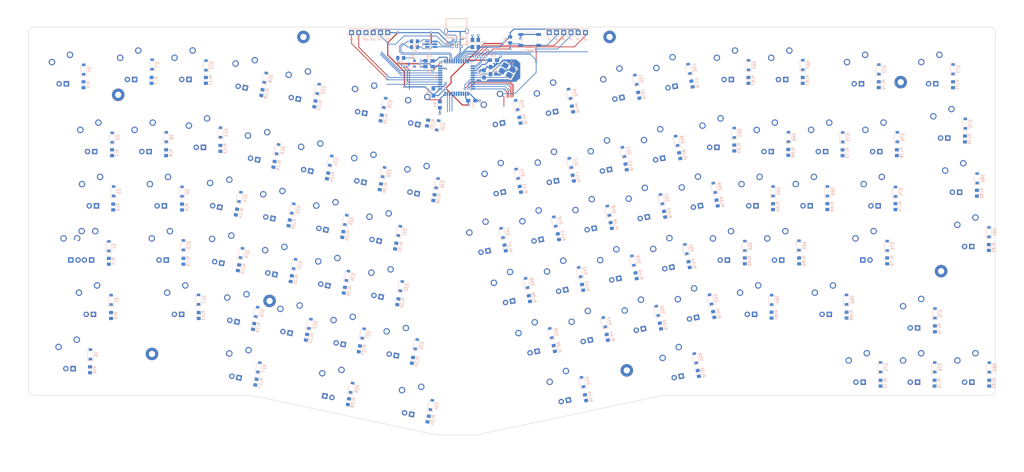
<source format=kicad_pcb>
(kicad_pcb (version 20200104) (host pcbnew "(5.99.0-670-ga8d9fcb4e)")
  (title_block (rev "1.1"))
  (layers (0 "F.Cu" signal) (31 "B.Cu" signal) (34 "B.Paste" user) (35 "F.Paste" user hide) (36 "B.SilkS" user) (37 "F.SilkS" user) (38 "B.Mask" user hide) (39 "F.Mask" user hide) (44 "Edge.Cuts" user))
  (net 0 "")
  (net 1 "GND")
  (net 2 "XTAL1")
  (net 3 "XTAL2")
  (net 4 "VCC")
  (net 5 "Net-(C4-Pad1)")
  (net 6 "Net-(D1-Pad2)")
  (net 7 "/row0")
  (net 8 "/row1")
  (net 9 "Net-(D2-Pad2)")
  (net 10 "Net-(D3-Pad2)")
  (net 11 "/row2")
  (net 12 "/row3")
  (net 13 "Net-(D4-Pad2)")
  (net 14 "Net-(D5-Pad2)")
  (net 15 "/row4")
  (net 16 "Net-(D6-Pad2)")
  (net 17 "Net-(D7-Pad2)")
  (net 18 "Net-(D8-Pad2)")
  (net 19 "Net-(D9-Pad2)")
  (net 20 "Net-(D10-Pad2)")
  (net 21 "Net-(D11-Pad2)")
  (net 22 "Net-(D12-Pad2)")
  (net 23 "Net-(D13-Pad2)")
  (net 24 "Net-(D14-Pad2)")
  (net 25 "Net-(D15-Pad2)")
  (net 26 "Net-(D16-Pad2)")
  (net 27 "Net-(D17-Pad2)")
  (net 28 "Net-(D18-Pad2)")
  (net 29 "Net-(D19-Pad2)")
  (net 30 "Net-(D20-Pad2)")
  (net 31 "Net-(D21-Pad2)")
  (net 32 "Net-(D22-Pad2)")
  (net 33 "Net-(D23-Pad2)")
  (net 34 "Net-(D24-Pad2)")
  (net 35 "Net-(D25-Pad2)")
  (net 36 "Net-(D26-Pad2)")
  (net 37 "Net-(D27-Pad2)")
  (net 38 "Net-(D28-Pad2)")
  (net 39 "Net-(D29-Pad2)")
  (net 40 "Net-(D30-Pad2)")
  (net 41 "Net-(D31-Pad2)")
  (net 42 "Net-(D32-Pad2)")
  (net 43 "Net-(D33-Pad2)")
  (net 44 "Net-(D34-Pad2)")
  (net 45 "Net-(D35-Pad2)")
  (net 46 "Net-(D36-Pad2)")
  (net 47 "Net-(D37-Pad2)")
  (net 48 "Net-(D38-Pad2)")
  (net 49 "Net-(D39-Pad2)")
  (net 50 "Net-(D40-Pad2)")
  (net 51 "Net-(D41-Pad2)")
  (net 52 "Net-(D42-Pad2)")
  (net 53 "Net-(D43-Pad2)")
  (net 54 "Net-(D44-Pad2)")
  (net 55 "Net-(D45-Pad2)")
  (net 56 "Net-(D46-Pad2)")
  (net 57 "Net-(D47-Pad2)")
  (net 58 "Net-(D48-Pad2)")
  (net 59 "Net-(D49-Pad2)")
  (net 60 "Net-(D50-Pad2)")
  (net 61 "Net-(D51-Pad2)")
  (net 62 "Net-(D52-Pad2)")
  (net 63 "Net-(D53-Pad2)")
  (net 64 "Net-(D54-Pad2)")
  (net 65 "Net-(D55-Pad2)")
  (net 66 "Net-(D56-Pad2)")
  (net 67 "Net-(D57-Pad2)")
  (net 68 "Net-(D58-Pad2)")
  (net 69 "Net-(D59-Pad2)")
  (net 70 "Net-(D60-Pad2)")
  (net 71 "Net-(D61-Pad2)")
  (net 72 "Net-(D62-Pad2)")
  (net 73 "Net-(D63-Pad2)")
  (net 74 "Net-(D64-Pad2)")
  (net 75 "Net-(D65-Pad2)")
  (net 76 "Net-(D66-Pad2)")
  (net 77 "Net-(D67-Pad2)")
  (net 78 "Net-(J1-Pad3)")
  (net 79 "Net-(J1-Pad4)")
  (net 80 "Net-(J1-Pad2)")
  (net 81 "/MISO")
  (net 82 "/SCK")
  (net 83 "/MOSI")
  (net 84 "/~RES~")
  (net 85 "/PF4")
  (net 86 "/PF5")
  (net 87 "D+")
  (net 88 "D-")
  (net 89 "Net-(R4-Pad1)")
  (net 90 "/col0")
  (net 91 "/col1")
  (net 92 "/col2")
  (net 93 "/col3")
  (net 94 "/col4")
  (net 95 "/col5")
  (net 96 "/col6")
  (net 97 "/col8")
  (net 98 "/col9")
  (net 99 "/col10")
  (net 100 "/col11")
  (net 101 "/col12")
  (net 102 "/col13")
  (net 103 "Net-(U1-Pad3)")
  (net 104 "Net-(U1-Pad1)")
  (net 105 "Net-(U2-Pad42)")
  (net 106 "Net-(D68-Pad2)")
  (net 107 "/row5")
  (net 108 "Net-(D69-Pad2)")
  (net 109 "Net-(D70-Pad2)")
  (net 110 "Net-(D71-Pad2)")
  (net 111 "Net-(D72-Pad2)")
  (net 112 "Net-(D73-Pad2)")
  (net 113 "Net-(D74-Pad2)")
  (net 114 "Net-(D75-Pad2)")
  (net 115 "Net-(D76-Pad2)")
  (net 116 "Net-(D77-Pad2)")
  (net 117 "Net-(D78-Pad2)")
  (net 118 "Net-(D79-Pad2)")
  (net 119 "Net-(D80-Pad2)")
  (net 120 "Net-(D81-Pad2)")
  (net 121 "Net-(D82-Pad2)")
  (net 122 "Net-(MX1-Pad4)")
  (net 123 "+5V")
  (net 124 "Net-(MX2-Pad4)")
  (net 125 "Net-(MX3-Pad4)")
  (net 126 "Net-(MX4-Pad4)")
  (net 127 "Net-(MX5-Pad4)")
  (net 128 "Net-(MX6-Pad4)")
  (net 129 "Net-(MX7-Pad4)")
  (net 130 "Net-(MX8-Pad4)")
  (net 131 "Net-(MX9-Pad4)")
  (net 132 "Net-(MX10-Pad4)")
  (net 133 "Net-(MX11-Pad4)")
  (net 134 "Net-(MX12-Pad4)")
  (net 135 "Net-(MX13-Pad4)")
  (net 136 "Net-(MX14-Pad4)")
  (net 137 "Net-(MX15-Pad4)")
  (net 138 "Net-(MX16-Pad4)")
  (net 139 "Net-(MX17-Pad4)")
  (net 140 "Net-(MX18-Pad4)")
  (net 141 "Net-(MX19-Pad4)")
  (net 142 "Net-(MX20-Pad4)")
  (net 143 "Net-(MX21-Pad4)")
  (net 144 "Net-(MX22-Pad4)")
  (net 145 "Net-(MX23-Pad4)")
  (net 146 "Net-(MX24-Pad4)")
  (net 147 "Net-(MX25-Pad4)")
  (net 148 "Net-(MX26-Pad4)")
  (net 149 "Net-(MX27-Pad4)")
  (net 150 "Net-(MX28-Pad4)")
  (net 151 "Net-(MX29-Pad4)")
  (net 152 "Net-(MX30-Pad4)")
  (net 153 "Net-(MX31-Pad4)")
  (net 154 "Net-(MX32-Pad4)")
  (net 155 "Net-(MX33-Pad4)")
  (net 156 "Net-(MX34-Pad4)")
  (net 157 "Net-(MX35-Pad4)")
  (net 158 "Net-(MX36-Pad4)")
  (net 159 "Net-(MX37-Pad4)")
  (net 160 "Net-(MX38-Pad4)")
  (net 161 "Net-(MX39-Pad4)")
  (net 162 "Net-(MX40-Pad4)")
  (net 163 "Net-(MX41-Pad4)")
  (net 164 "Net-(MX42-Pad4)")
  (net 165 "Net-(MX43-Pad4)")
  (net 166 "Net-(MX44-Pad4)")
  (net 167 "Net-(MX45-Pad4)")
  (net 168 "Net-(MX46-Pad4)")
  (net 169 "Net-(MX47-Pad4)")
  (net 170 "Net-(MX48-Pad4)")
  (net 171 "Net-(MX49-Pad4)")
  (net 172 "Net-(MX50-Pad4)")
  (net 173 "Net-(MX51-Pad4)")
  (net 174 "Net-(MX52-Pad4)")
  (net 175 "Net-(MX53-Pad4)")
  (net 176 "Net-(MX54-Pad4)")
  (net 177 "Net-(MX55-Pad4)")
  (net 178 "Net-(MX56-Pad4)")
  (net 179 "Net-(MX57-Pad4)")
  (net 180 "Net-(MX58-Pad4)")
  (net 181 "Net-(MX59-Pad4)")
  (net 182 "Net-(MX60-Pad4)")
  (net 183 "Net-(MX61-Pad4)")
  (net 184 "Net-(MX62-Pad4)")
  (net 185 "Net-(MX63-Pad4)")
  (net 186 "Net-(MX64-Pad4)")
  (net 187 "Net-(MX65-Pad4)")
  (net 188 "Net-(MX66-Pad4)")
  (net 189 "Net-(MX67-Pad4)")
  (net 190 "Net-(MX68-Pad4)")
  (net 191 "Net-(MX69-Pad4)")
  (net 192 "Net-(MX70-Pad4)")
  (net 193 "Net-(MX71-Pad4)")
  (net 194 "Net-(MX72-Pad4)")
  (net 195 "Net-(MX73-Pad4)")
  (net 196 "Net-(MX74-Pad4)")
  (net 197 "Net-(MX75-Pad4)")
  (net 198 "Net-(MX76-Pad4)")
  (net 199 "Net-(MX77-Pad4)")
  (net 200 "Net-(MX78-Pad4)")
  (net 201 "Net-(MX79-Pad4)")
  (net 202 "Net-(MX80-Pad4)")
  (net 203 "Net-(MX81-Pad4)")
  (net 204 "Net-(MX82-Pad4)")
  (net 205 "/ledGND")
  (net 206 "Net-(Q1-Pad1)")
  (net 207 "Net-(R5-Pad1)")
  (module "Keebio-Parts:USB-Mini-B_2leg" (layer "B.Cu") (at 175.5267 30.6832)
    (fp_text reference "J1" hide)
    (fp_text value "USB_B_Mini" (at 0.02 -2.46) (layer "B.SilkS") (effects (font (size 0.8 0.8)) (justify mirror)))
    (pad "1" thru_hole circle (at -1.6 0.6) (size 1.1 1.1) (drill 0.7) (layers *.Cu *.Mask) (net 4 "VCC"))
    (pad "2" thru_hole circle (at -0.8 -0.6) (size 1.1 1.1) (drill 0.7) (layers *.Cu *.Mask) (net 80 "Net-(J1-Pad2)"))
    (pad "3" thru_hole circle (at 0 0.6) (size 1.1 1.1) (drill 0.7) (layers *.Cu *.Mask) (net 78 "Net-(J1-Pad3)"))
    (pad "4" thru_hole circle (at 0.8 -0.6) (size 1.1 1.1) (drill 0.7) (layers *.Cu *.Mask) (net 79 "Net-(J1-Pad4)"))
    (pad "5" thru_hole circle (at 1.6 0.6) (size 1.1 1.1) (drill 0.7) (layers *.Cu *.Mask) (net 1 "GND"))
    (pad "6" thru_hole oval (at -3.65 -4.82) (size 1.2 1.9) (drill oval 0.8 1.5) (layers *.Cu *.Mask) (net 1 "GND"))
    (pad "6" thru_hole oval (at 3.65 -4.82) (size 1.2 1.9) (drill oval 0.8 1.5) (layers *.Cu *.Mask) (net 1 "GND"))
  )
  (module "ai03-MX_only:MXOnly-1.75U-FLIPPED" (layer "F.Cu") (at 41.5163 101.1809)
    (fp_text reference "MX4_1")
    (fp_text value "MX-LED" hide)
    (pad "" np_thru_hole circle (at 5.08 0 48.0996) (size 1.75 1.75) (drill 1.75) (layers *.Cu *.Mask))
    (pad "" np_thru_hole circle (at -5.08 0 48.0996) (size 1.75 1.75) (drill 1.75) (layers *.Cu *.Mask))
    (pad "4" thru_hole rect (at -1.27 5.08) (size 1.905 1.905) (drill 1.04) (layers *.Cu "B.Mask") (net 126 "Net-(MX4-Pad4)"))
    (pad "3" thru_hole circle (at 1.27 5.08) (size 1.905 1.905) (drill 1.04) (layers *.Cu "B.Mask") (net 123 "+5V"))
    (pad "1" thru_hole circle (at -3.81 -2.54) (size 2.25 2.25) (drill 1.47) (layers *.Cu "B.Mask") (net 90 "/col0"))
    (pad "" np_thru_hole circle (at 0 0) (size 3.9878 3.9878) (drill 3.9878) (layers *.Cu *.Mask))
    (pad "2" thru_hole circle (at 2.54 -5.08) (size 2.25 2.25) (drill 1.47) (layers *.Cu "B.Mask") (net 13 "Net-(D4-Pad2)"))
  )
  (module "ai03-MX_only:MXOnly-1.5U" (layer "F.Cu") (at 47.9806 82.1436)
    (fp_text reference "MX3")
    (fp_text value "MX-LED")
    (pad "" np_thru_hole circle (at 5.08 0 48.0996) (size 1.75 1.75) (drill 1.75) (layers *.Cu *.Mask))
    (pad "" np_thru_hole circle (at -5.08 0 48.0996) (size 1.75 1.75) (drill 1.75) (layers *.Cu *.Mask))
    (pad "4" thru_hole rect (at 1.27 5.08) (size 1.905 1.905) (drill 1.04) (layers *.Cu "B.Mask") (net 125 "Net-(MX3-Pad4)"))
    (pad "3" thru_hole circle (at -1.27 5.08) (size 1.905 1.905) (drill 1.04) (layers *.Cu "B.Mask") (net 123 "+5V"))
    (pad "1" thru_hole circle (at -3.81 -2.54) (size 2.25 2.25) (drill 1.47) (layers *.Cu "B.Mask") (net 90 "/col0"))
    (pad "" np_thru_hole circle (at 0 0) (size 3.9878 3.9878) (drill 3.9878) (layers *.Cu *.Mask))
    (pad "2" thru_hole circle (at 2.54 -5.08) (size 2.25 2.25) (drill 1.47) (layers *.Cu "B.Mask") (net 10 "Net-(D3-Pad2)"))
  )
  (module "ai03-MX_only:MXOnly-1.5U" (layer "F.Cu") (at 252.0315 142.3035 12)
    (fp_text reference "MX56")
    (fp_text value "MX-LED")
    (pad "" np_thru_hole circle (at 5.08 0 60.0996) (size 1.75 1.75) (drill 1.75) (layers *.Cu *.Mask))
    (pad "" np_thru_hole circle (at -5.08 0 60.0996) (size 1.75 1.75) (drill 1.75) (layers *.Cu *.Mask))
    (pad "4" thru_hole rect (at 1.27 5.08 12) (size 1.905 1.905) (drill 1.04) (layers *.Cu "B.Mask") (net 178 "Net-(MX56-Pad4)"))
    (pad "3" thru_hole circle (at -1.27 5.08 12) (size 1.905 1.905) (drill 1.04) (layers *.Cu "B.Mask") (net 123 "+5V"))
    (pad "1" thru_hole circle (at -3.81 -2.54 12) (size 2.25 2.25) (drill 1.47) (layers *.Cu "B.Mask") (net 98 "/col9"))
    (pad "" np_thru_hole circle (at 0 0 12) (size 3.9878 3.9878) (drill 3.9878) (layers *.Cu *.Mask))
    (pad "2" thru_hole circle (at 2.54 -5.08 12) (size 2.25 2.25) (drill 1.47) (layers *.Cu "B.Mask") (net 66 "Net-(D56-Pad2)"))
  )
  (module "ai03-MX_only:MXOnly-1.5U" (layer "F.Cu") (at 39.7764 139.2936)
    (fp_text reference "MX6")
    (fp_text value "MX-LED")
    (pad "" np_thru_hole circle (at 5.08 0 48.0996) (size 1.75 1.75) (drill 1.75) (layers *.Cu *.Mask))
    (pad "" np_thru_hole circle (at -5.08 0 48.0996) (size 1.75 1.75) (drill 1.75) (layers *.Cu *.Mask))
    (pad "4" thru_hole rect (at 1.27 5.08) (size 1.905 1.905) (drill 1.04) (layers *.Cu "B.Mask") (net 128 "Net-(MX6-Pad4)"))
    (pad "3" thru_hole circle (at -1.27 5.08) (size 1.905 1.905) (drill 1.04) (layers *.Cu "B.Mask") (net 123 "+5V"))
    (pad "1" thru_hole circle (at -3.81 -2.54) (size 2.25 2.25) (drill 1.47) (layers *.Cu "B.Mask") (net 90 "/col0"))
    (pad "" np_thru_hole circle (at 0 0) (size 3.9878 3.9878) (drill 3.9878) (layers *.Cu *.Mask))
    (pad "2" thru_hole circle (at 2.54 -5.08) (size 2.25 2.25) (drill 1.47) (layers *.Cu "B.Mask") (net 16 "Net-(D6-Pad2)"))
  )
  (module "Resistor_SMD:R_0805_2012Metric_Pad1.15x1.40mm_HandSolder" (layer "B.Cu") (at 362.331 149.47 90)
    (fp_text reference "RL82" (at 0 1.65 270) (layer "B.SilkS") (effects (justify mirror)))
    (fp_text value "R")
    (pad "2" smd roundrect (at 1.025 0 90) (size 1.15 1.4) (layers "B.Cu" "B.Paste" "B.Mask") (roundrect_rratio 0.217391) (net 205 "/ledGND"))
    (pad "1" smd roundrect (at -1.025 0 90) (size 1.15 1.4) (layers "B.Cu" "B.Paste" "B.Mask") (roundrect_rratio 0.217391) (net 204 "Net-(MX82-Pad4)"))
  )
  (module "Resistor_SMD:R_0805_2012Metric_Pad1.15x1.40mm_HandSolder" (layer "B.Cu") (at 362.204 101.845 90)
    (fp_text reference "RL81" (at 0 1.65 270) (layer "B.SilkS") (effects (justify mirror)))
    (fp_text value "R")
    (pad "2" smd roundrect (at 1.025 0 90) (size 1.15 1.4) (layers "B.Cu" "B.Paste" "B.Mask") (roundrect_rratio 0.217391) (net 205 "/ledGND"))
    (pad "1" smd roundrect (at -1.025 0 90) (size 1.15 1.4) (layers "B.Cu" "B.Paste" "B.Mask") (roundrect_rratio 0.217391) (net 203 "Net-(MX81-Pad4)"))
  )
  (module "Resistor_SMD:R_0805_2012Metric_Pad1.15x1.40mm_HandSolder" (layer "B.Cu") (at 358.013 82.795 90)
    (fp_text reference "RL80" (at 0 1.65 270) (layer "B.SilkS") (effects (justify mirror)))
    (fp_text value "R")
    (pad "2" smd roundrect (at 1.025 0 90) (size 1.15 1.4) (layers "B.Cu" "B.Paste" "B.Mask") (roundrect_rratio 0.217391) (net 205 "/ledGND"))
    (pad "1" smd roundrect (at -1.025 0 90) (size 1.15 1.4) (layers "B.Cu" "B.Paste" "B.Mask") (roundrect_rratio 0.217391) (net 202 "Net-(MX80-Pad4)"))
  )
  (module "Resistor_SMD:R_0805_2012Metric_Pad1.15x1.40mm_HandSolder" (layer "B.Cu") (at 353.822 63.745 90)
    (fp_text reference "RL79" (at 0 1.65 270) (layer "B.SilkS") (effects (justify mirror)))
    (fp_text value "R")
    (pad "2" smd roundrect (at 1.025 0 90) (size 1.15 1.4) (layers "B.Cu" "B.Paste" "B.Mask") (roundrect_rratio 0.217391) (net 205 "/ledGND"))
    (pad "1" smd roundrect (at -1.025 0 90) (size 1.15 1.4) (layers "B.Cu" "B.Paste" "B.Mask") (roundrect_rratio 0.217391) (net 201 "Net-(MX79-Pad4)"))
  )
  (module "Resistor_SMD:R_0805_2012Metric_Pad1.15x1.40mm_HandSolder" (layer "B.Cu") (at 329.946 68.571 90)
    (fp_text reference "RL78" (at 0 1.65 270) (layer "B.SilkS") (effects (justify mirror)))
    (fp_text value "R")
    (pad "2" smd roundrect (at 1.025 0 90) (size 1.15 1.4) (layers "B.Cu" "B.Paste" "B.Mask") (roundrect_rratio 0.217391) (net 205 "/ledGND"))
    (pad "1" smd roundrect (at -1.025 0 90) (size 1.15 1.4) (layers "B.Cu" "B.Paste" "B.Mask") (roundrect_rratio 0.217391) (net 200 "Net-(MX78-Pad4)"))
  )
  (module "Resistor_SMD:R_0805_2012Metric_Pad1.15x1.40mm_HandSolder" (layer "B.Cu") (at 349.631 44.713 90)
    (fp_text reference "RL77" (at 0 1.65 270) (layer "B.SilkS") (effects (justify mirror)))
    (fp_text value "R")
    (pad "2" smd roundrect (at 1.025 0 90) (size 1.15 1.4) (layers "B.Cu" "B.Paste" "B.Mask") (roundrect_rratio 0.217391) (net 205 "/ledGND"))
    (pad "1" smd roundrect (at -1.025 0 90) (size 1.15 1.4) (layers "B.Cu" "B.Paste" "B.Mask") (roundrect_rratio 0.217391) (net 199 "Net-(MX77-Pad4)"))
  )
  (module "Resistor_SMD:R_0805_2012Metric_Pad1.15x1.40mm_HandSolder" (layer "B.Cu") (at 343.154 149.47 90)
    (fp_text reference "RL76" (at 0 1.65 270) (layer "B.SilkS") (effects (justify mirror)))
    (fp_text value "R")
    (pad "2" smd roundrect (at 1.025 0 90) (size 1.15 1.4) (layers "B.Cu" "B.Paste" "B.Mask") (roundrect_rratio 0.217391) (net 205 "/ledGND"))
    (pad "1" smd roundrect (at -1.025 0 90) (size 1.15 1.4) (layers "B.Cu" "B.Paste" "B.Mask") (roundrect_rratio 0.217391) (net 198 "Net-(MX76-Pad4)"))
  )
  (module "Resistor_SMD:R_0805_2012Metric_Pad1.15x1.40mm_HandSolder" (layer "B.Cu") (at 343.281 130.42 90)
    (fp_text reference "RL75" (at 0 1.65 270) (layer "B.SilkS") (effects (justify mirror)))
    (fp_text value "R")
    (pad "2" smd roundrect (at 1.025 0 90) (size 1.15 1.4) (layers "B.Cu" "B.Paste" "B.Mask") (roundrect_rratio 0.217391) (net 205 "/ledGND"))
    (pad "1" smd roundrect (at -1.025 0 90) (size 1.15 1.4) (layers "B.Cu" "B.Paste" "B.Mask") (roundrect_rratio 0.217391) (net 197 "Net-(MX75-Pad4)"))
  )
  (module "Resistor_SMD:R_0805_2012Metric_Pad1.15x1.40mm_HandSolder" (layer "B.Cu") (at 329.438 87.494 90)
    (fp_text reference "RL74" (at 0 1.65 270) (layer "B.SilkS") (effects (justify mirror)))
    (fp_text value "R")
    (pad "2" smd roundrect (at 1.025 0 90) (size 1.15 1.4) (layers "B.Cu" "B.Paste" "B.Mask") (roundrect_rratio 0.217391) (net 205 "/ledGND"))
    (pad "1" smd roundrect (at -1.025 0 90) (size 1.15 1.4) (layers "B.Cu" "B.Paste" "B.Mask") (roundrect_rratio 0.217391) (net 196 "Net-(MX74-Pad4)"))
  )
  (module "Resistor_SMD:R_0805_2012Metric_Pad1.15x1.40mm_HandSolder" (layer "B.Cu") (at 310.896 68.589 90)
    (fp_text reference "RL73" (at 0 1.65 270) (layer "B.SilkS") (effects (justify mirror)))
    (fp_text value "R")
    (pad "2" smd roundrect (at 1.025 0 90) (size 1.15 1.4) (layers "B.Cu" "B.Paste" "B.Mask") (roundrect_rratio 0.217391) (net 205 "/ledGND"))
    (pad "1" smd roundrect (at -1.025 0 90) (size 1.15 1.4) (layers "B.Cu" "B.Paste" "B.Mask") (roundrect_rratio 0.217391) (net 195 "Net-(MX73-Pad4)"))
  )
  (module "Resistor_SMD:R_0805_2012Metric_Pad1.15x1.40mm_HandSolder" (layer "B.Cu") (at 323.596 44.695 90)
    (fp_text reference "RL72" (at 0 1.65 270) (layer "B.SilkS") (effects (justify mirror)))
    (fp_text value "R")
    (pad "2" smd roundrect (at 1.025 0 90) (size 1.15 1.4) (layers "B.Cu" "B.Paste" "B.Mask") (roundrect_rratio 0.217391) (net 205 "/ledGND"))
    (pad "1" smd roundrect (at -1.025 0 90) (size 1.15 1.4) (layers "B.Cu" "B.Paste" "B.Mask") (roundrect_rratio 0.217391) (net 194 "Net-(MX72-Pad4)"))
  )
  (module "Resistor_SMD:R_0805_2012Metric_Pad1.15x1.40mm_HandSolder" (layer "B.Cu") (at 324.231 149.47 90)
    (fp_text reference "RL71" (at 0 1.65 270) (layer "B.SilkS") (effects (justify mirror)))
    (fp_text value "R")
    (pad "2" smd roundrect (at 1.025 0 90) (size 1.15 1.4) (layers "B.Cu" "B.Paste" "B.Mask") (roundrect_rratio 0.217391) (net 205 "/ledGND"))
    (pad "1" smd roundrect (at -1.025 0 90) (size 1.15 1.4) (layers "B.Cu" "B.Paste" "B.Mask") (roundrect_rratio 0.217391) (net 193 "Net-(MX71-Pad4)"))
  )
  (module "Resistor_SMD:R_0805_2012Metric_Pad1.15x1.40mm_HandSolder" (layer "B.Cu") (at 326.517 106.544 90)
    (fp_text reference "RL70" (at 0 1.65 270) (layer "B.SilkS") (effects (justify mirror)))
    (fp_text value "R")
    (pad "2" smd roundrect (at 1.025 0 90) (size 1.15 1.4) (layers "B.Cu" "B.Paste" "B.Mask") (roundrect_rratio 0.217391) (net 205 "/ledGND"))
    (pad "1" smd roundrect (at -1.025 0 90) (size 1.15 1.4) (layers "B.Cu" "B.Paste" "B.Mask") (roundrect_rratio 0.217391) (net 192 "Net-(MX70-Pad4)"))
  )
  (module "Resistor_SMD:R_0805_2012Metric_Pad1.15x1.40mm_HandSolder" (layer "B.Cu") (at 305.562 87.494 90)
    (fp_text reference "RL69" (at 0 1.65 270) (layer "B.SilkS") (effects (justify mirror)))
    (fp_text value "R")
    (pad "2" smd roundrect (at 1.025 0 90) (size 1.15 1.4) (layers "B.Cu" "B.Paste" "B.Mask") (roundrect_rratio 0.217391) (net 205 "/ledGND"))
    (pad "1" smd roundrect (at -1.025 0 90) (size 1.15 1.4) (layers "B.Cu" "B.Paste" "B.Mask") (roundrect_rratio 0.217391) (net 191 "Net-(MX69-Pad4)"))
  )
  (module "Resistor_SMD:R_0805_2012Metric_Pad1.15x1.40mm_HandSolder" (layer "B.Cu") (at 291.846 68.444 90)
    (fp_text reference "RL68" (at 0 1.65 270) (layer "B.SilkS") (effects (justify mirror)))
    (fp_text value "R")
    (pad "2" smd roundrect (at 1.025 0 90) (size 1.15 1.4) (layers "B.Cu" "B.Paste" "B.Mask") (roundrect_rratio 0.217391) (net 205 "/ledGND"))
    (pad "1" smd roundrect (at -1.025 0 90) (size 1.15 1.4) (layers "B.Cu" "B.Paste" "B.Mask") (roundrect_rratio 0.217391) (net 190 "Net-(MX68-Pad4)"))
  )
  (module "Resistor_SMD:R_0805_2012Metric_Pad1.15x1.40mm_HandSolder" (layer "B.Cu") (at 296.926 43.189 90)
    (fp_text reference "RL67" (at 0 1.65 270) (layer "B.SilkS") (effects (justify mirror)))
    (fp_text value "R")
    (pad "2" smd roundrect (at 1.025 0 90) (size 1.15 1.4) (layers "B.Cu" "B.Paste" "B.Mask") (roundrect_rratio 0.217391) (net 205 "/ledGND"))
    (pad "1" smd roundrect (at -1.025 0 90) (size 1.15 1.4) (layers "B.Cu" "B.Paste" "B.Mask") (roundrect_rratio 0.217391) (net 189 "Net-(MX67-Pad4)"))
  )
  (module "Resistor_SMD:R_0805_2012Metric_Pad1.15x1.40mm_HandSolder" (layer "B.Cu") (at 312.293 125.594 90)
    (fp_text reference "RL66" (at 0 1.65 270) (layer "B.SilkS") (effects (justify mirror)))
    (fp_text value "R")
    (pad "2" smd roundrect (at 1.025 0 90) (size 1.15 1.4) (layers "B.Cu" "B.Paste" "B.Mask") (roundrect_rratio 0.217391) (net 205 "/ledGND"))
    (pad "1" smd roundrect (at -1.025 0 90) (size 1.15 1.4) (layers "B.Cu" "B.Paste" "B.Mask") (roundrect_rratio 0.217391) (net 188 "Net-(MX66-Pad4)"))
  )
  (module "Resistor_SMD:R_0805_2012Metric_Pad1.15x1.40mm_HandSolder" (layer "B.Cu") (at 295.656 106.553 90)
    (fp_text reference "RL65" (at 0 1.65 270) (layer "B.SilkS") (effects (justify mirror)))
    (fp_text value "R")
    (pad "2" smd roundrect (at 1.025 0 90) (size 1.15 1.4) (layers "B.Cu" "B.Paste" "B.Mask") (roundrect_rratio 0.217391) (net 205 "/ledGND"))
    (pad "1" smd roundrect (at -1.025 0 90) (size 1.15 1.4) (layers "B.Cu" "B.Paste" "B.Mask") (roundrect_rratio 0.217391) (net 187 "Net-(MX65-Pad4)"))
  )
  (module "Resistor_SMD:R_0805_2012Metric_Pad1.15x1.40mm_HandSolder" (layer "B.Cu") (at 286.512 87.512 90)
    (fp_text reference "RL64" (at 0 1.65 270) (layer "B.SilkS") (effects (justify mirror)))
    (fp_text value "R")
    (pad "2" smd roundrect (at 1.025 0 90) (size 1.15 1.4) (layers "B.Cu" "B.Paste" "B.Mask") (roundrect_rratio 0.217391) (net 205 "/ledGND"))
    (pad "1" smd roundrect (at -1.025 0 90) (size 1.15 1.4) (layers "B.Cu" "B.Paste" "B.Mask") (roundrect_rratio 0.217391) (net 186 "Net-(MX64-Pad4)"))
  )
  (module "Resistor_SMD:R_0805_2012Metric_Pad1.15x1.40mm_HandSolder" (layer "B.Cu") (at 272.923 66.92 90)
    (fp_text reference "RL63" (at 0 1.65 270) (layer "B.SilkS") (effects (justify mirror)))
    (fp_text value "R")
    (pad "2" smd roundrect (at 1.025 0 90) (size 1.15 1.4) (layers "B.Cu" "B.Paste" "B.Mask") (roundrect_rratio 0.217391) (net 205 "/ledGND"))
    (pad "1" smd roundrect (at -1.025 0 90) (size 1.15 1.4) (layers "B.Cu" "B.Paste" "B.Mask") (roundrect_rratio 0.217391) (net 185 "Net-(MX63-Pad4)"))
  )
  (module "Resistor_SMD:R_0805_2012Metric_Pad1.15x1.40mm_HandSolder" (layer "B.Cu") (at 277.876 43.18 90)
    (fp_text reference "RL62" (at 0 1.65 270) (layer "B.SilkS") (effects (justify mirror)))
    (fp_text value "R")
    (pad "2" smd roundrect (at 1.025 0 90) (size 1.15 1.4) (layers "B.Cu" "B.Paste" "B.Mask") (roundrect_rratio 0.217391) (net 205 "/ledGND"))
    (pad "1" smd roundrect (at -1.025 0 90) (size 1.15 1.4) (layers "B.Cu" "B.Paste" "B.Mask") (roundrect_rratio 0.217391) (net 184 "Net-(MX62-Pad4)"))
  )
  (module "Resistor_SMD:R_0805_2012Metric_Pad1.15x1.40mm_HandSolder" (layer "B.Cu") (at 286.004 125.594 90)
    (fp_text reference "RL61" (at 0 1.65 270) (layer "B.SilkS") (effects (justify mirror)))
    (fp_text value "R")
    (pad "2" smd roundrect (at 1.025 0 90) (size 1.15 1.4) (layers "B.Cu" "B.Paste" "B.Mask") (roundrect_rratio 0.217391) (net 205 "/ledGND"))
    (pad "1" smd roundrect (at -1.025 0 90) (size 1.15 1.4) (layers "B.Cu" "B.Paste" "B.Mask") (roundrect_rratio 0.217391) (net 183 "Net-(MX61-Pad4)"))
  )
  (module "Resistor_SMD:R_0805_2012Metric_Pad1.15x1.40mm_HandSolder" (layer "B.Cu") (at 276.606 106.544 90)
    (fp_text reference "RL60" (at 0 1.65 270) (layer "B.SilkS") (effects (justify mirror)))
    (fp_text value "R")
    (pad "2" smd roundrect (at 1.025 0 90) (size 1.15 1.4) (layers "B.Cu" "B.Paste" "B.Mask") (roundrect_rratio 0.217391) (net 205 "/ledGND"))
    (pad "1" smd roundrect (at -1.025 0 90) (size 1.15 1.4) (layers "B.Cu" "B.Paste" "B.Mask") (roundrect_rratio 0.217391) (net 182 "Net-(MX60-Pad4)"))
  )
  (module "Resistor_SMD:R_0805_2012Metric_Pad1.15x1.40mm_HandSolder" (layer "B.Cu") (at 266.913109 86.219601 102)
    (fp_text reference "RL59" (at 0 1.65 282) (layer "B.SilkS") (effects (justify mirror)))
    (fp_text value "R")
    (pad "2" smd roundrect (at 1.025 0 102) (size 1.15 1.4) (layers "B.Cu" "B.Paste" "B.Mask") (roundrect_rratio 0.217391) (net 205 "/ledGND"))
    (pad "1" smd roundrect (at -1.025 0 102) (size 1.15 1.4) (layers "B.Cu" "B.Paste" "B.Mask") (roundrect_rratio 0.217391) (net 181 "Net-(MX59-Pad4)"))
  )
  (module "Resistor_SMD:R_0805_2012Metric_Pad1.15x1.40mm_HandSolder" (layer "B.Cu") (at 253.786891 69.609399 102)
    (fp_text reference "RL58" (at 0 1.65 282) (layer "B.SilkS") (effects (justify mirror)))
    (fp_text value "R")
    (pad "2" smd roundrect (at 1.025 0 102) (size 1.15 1.4) (layers "B.Cu" "B.Paste" "B.Mask") (roundrect_rratio 0.217391) (net 205 "/ledGND"))
    (pad "1" smd roundrect (at -1.025 0 102) (size 1.15 1.4) (layers "B.Cu" "B.Paste" "B.Mask") (roundrect_rratio 0.217391) (net 180 "Net-(MX58-Pad4)"))
  )
  (module "Resistor_SMD:R_0805_2012Metric_Pad1.15x1.40mm_HandSolder" (layer "B.Cu") (at 258.104891 44.45 102)
    (fp_text reference "RL57" (at 0 1.65 282) (layer "B.SilkS") (effects (justify mirror)))
    (fp_text value "R")
    (pad "2" smd roundrect (at 1.025 0 102) (size 1.15 1.4) (layers "B.Cu" "B.Paste" "B.Mask") (roundrect_rratio 0.217391) (net 205 "/ledGND"))
    (pad "1" smd roundrect (at -1.025 0 102) (size 1.15 1.4) (layers "B.Cu" "B.Paste" "B.Mask") (roundrect_rratio 0.217391) (net 179 "Net-(MX57-Pad4)"))
  )
  (module "Resistor_SMD:R_0805_2012Metric_Pad1.15x1.40mm_HandSolder" (layer "B.Cu") (at 260.309109 146.036601 102)
    (fp_text reference "RL56" (at 0 1.65 282) (layer "B.SilkS") (effects (justify mirror)))
    (fp_text value "R")
    (pad "2" smd roundrect (at 1.025 0 102) (size 1.15 1.4) (layers "B.Cu" "B.Paste" "B.Mask") (roundrect_rratio 0.217391) (net 205 "/ledGND"))
    (pad "1" smd roundrect (at -1.025 0 102) (size 1.15 1.4) (layers "B.Cu" "B.Paste" "B.Mask") (roundrect_rratio 0.217391) (net 178 "Net-(MX56-Pad4)"))
  )
  (module "Resistor_SMD:R_0805_2012Metric_Pad1.15x1.40mm_HandSolder" (layer "B.Cu") (at 265.724891 125.362399 102)
    (fp_text reference "RL55" (at 0 1.65 282) (layer "B.SilkS") (effects (justify mirror)))
    (fp_text value "R")
    (pad "2" smd roundrect (at 1.025 0 102) (size 1.15 1.4) (layers "B.Cu" "B.Paste" "B.Mask") (roundrect_rratio 0.217391) (net 205 "/ledGND"))
    (pad "1" smd roundrect (at -1.025 0 102) (size 1.15 1.4) (layers "B.Cu" "B.Paste" "B.Mask") (roundrect_rratio 0.217391) (net 177 "Net-(MX55-Pad4)"))
  )
  (module "Resistor_SMD:R_0805_2012Metric_Pad1.15x1.40mm_HandSolder" (layer "B.Cu") (at 257.088891 107.836399 102)
    (fp_text reference "RL54" (at 0 1.65 282) (layer "B.SilkS") (effects (justify mirror)))
    (fp_text value "R")
    (pad "2" smd roundrect (at 1.025 0 102) (size 1.15 1.4) (layers "B.Cu" "B.Paste" "B.Mask") (roundrect_rratio 0.217391) (net 205 "/ledGND"))
    (pad "1" smd roundrect (at -1.025 0 102) (size 1.15 1.4) (layers "B.Cu" "B.Paste" "B.Mask") (roundrect_rratio 0.217391) (net 176 "Net-(MX54-Pad4)"))
  )
  (module "Resistor_SMD:R_0805_2012Metric_Pad1.15x1.40mm_HandSolder" (layer "B.Cu") (at 248.498109 90.156601 102)
    (fp_text reference "RL53" (at 0 1.65 282) (layer "B.SilkS") (effects (justify mirror)))
    (fp_text value "R")
    (pad "2" smd roundrect (at 1.025 0 102) (size 1.15 1.4) (layers "B.Cu" "B.Paste" "B.Mask") (roundrect_rratio 0.217391) (net 205 "/ledGND"))
    (pad "1" smd roundrect (at -1.025 0 102) (size 1.15 1.4) (layers "B.Cu" "B.Paste" "B.Mask") (roundrect_rratio 0.217391) (net 175 "Net-(MX53-Pad4)"))
  )
  (module "Resistor_SMD:R_0805_2012Metric_Pad1.15x1.40mm_HandSolder" (layer "B.Cu") (at 234.990891 73.546399 102)
    (fp_text reference "RL52" (at 0 1.65 282) (layer "B.SilkS") (effects (justify mirror)))
    (fp_text value "R")
    (pad "2" smd roundrect (at 1.025 0 102) (size 1.15 1.4) (layers "B.Cu" "B.Paste" "B.Mask") (roundrect_rratio 0.217391) (net 205 "/ledGND"))
    (pad "1" smd roundrect (at -1.025 0 102) (size 1.15 1.4) (layers "B.Cu" "B.Paste" "B.Mask") (roundrect_rratio 0.217391) (net 174 "Net-(MX52-Pad4)"))
  )
  (module "Resistor_SMD:R_0805_2012Metric_Pad1.15x1.40mm_HandSolder" (layer "B.Cu") (at 239.435891 48.400399 102)
    (fp_text reference "RL51" (at 0 1.65 282) (layer "B.SilkS") (effects (justify mirror)))
    (fp_text value "R")
    (pad "2" smd roundrect (at 1.025 0 102) (size 1.15 1.4) (layers "B.Cu" "B.Paste" "B.Mask") (roundrect_rratio 0.217391) (net 205 "/ledGND"))
    (pad "1" smd roundrect (at -1.025 0 102) (size 1.15 1.4) (layers "B.Cu" "B.Paste" "B.Mask") (roundrect_rratio 0.217391) (net 173 "Net-(MX51-Pad4)"))
  )
  (module "Resistor_SMD:R_0805_2012Metric_Pad1.15x1.40mm_HandSolder" (layer "B.Cu") (at 247.015 129.413 102)
    (fp_text reference "RL50" (at 0 1.65 282) (layer "B.SilkS") (effects (justify mirror)))
    (fp_text value "R")
    (pad "2" smd roundrect (at 1.025 0 102) (size 1.15 1.4) (layers "B.Cu" "B.Paste" "B.Mask") (roundrect_rratio 0.217391) (net 205 "/ledGND"))
    (pad "1" smd roundrect (at -1.025 0 102) (size 1.15 1.4) (layers "B.Cu" "B.Paste" "B.Mask") (roundrect_rratio 0.217391) (net 172 "Net-(MX50-Pad4)"))
  )
  (module "Resistor_SMD:R_0805_2012Metric_Pad1.15x1.40mm_HandSolder" (layer "B.Cu") (at 238.506 111.76 102)
    (fp_text reference "RL49" (at 0 1.65 282) (layer "B.SilkS") (effects (justify mirror)))
    (fp_text value "R")
    (pad "2" smd roundrect (at 1.025 0 102) (size 1.15 1.4) (layers "B.Cu" "B.Paste" "B.Mask") (roundrect_rratio 0.217391) (net 205 "/ledGND"))
    (pad "1" smd roundrect (at -1.025 0 102) (size 1.15 1.4) (layers "B.Cu" "B.Paste" "B.Mask") (roundrect_rratio 0.217391) (net 171 "Net-(MX49-Pad4)"))
  )
  (module "Resistor_SMD:R_0805_2012Metric_Pad1.15x1.40mm_HandSolder" (layer "B.Cu") (at 229.783891 94.120399 102)
    (fp_text reference "RL48" (at 0 1.65 282) (layer "B.SilkS") (effects (justify mirror)))
    (fp_text value "R")
    (pad "2" smd roundrect (at 1.025 0 102) (size 1.15 1.4) (layers "B.Cu" "B.Paste" "B.Mask") (roundrect_rratio 0.217391) (net 205 "/ledGND"))
    (pad "1" smd roundrect (at -1.025 0 102) (size 1.15 1.4) (layers "B.Cu" "B.Paste" "B.Mask") (roundrect_rratio 0.217391) (net 170 "Net-(MX48-Pad4)"))
  )
  (module "Resistor_SMD:R_0805_2012Metric_Pad1.15x1.40mm_HandSolder" (layer "B.Cu") (at 216.448891 77.483399 102)
    (fp_text reference "RL47" (at 0 1.65 282) (layer "B.SilkS") (effects (justify mirror)))
    (fp_text value "R")
    (pad "2" smd roundrect (at 1.025 0 102) (size 1.15 1.4) (layers "B.Cu" "B.Paste" "B.Mask") (roundrect_rratio 0.217391) (net 205 "/ledGND"))
    (pad "1" smd roundrect (at -1.025 0 102) (size 1.15 1.4) (layers "B.Cu" "B.Paste" "B.Mask") (roundrect_rratio 0.217391) (net 169 "Net-(MX47-Pad4)"))
  )
  (module "Resistor_SMD:R_0805_2012Metric_Pad1.15x1.40mm_HandSolder" (layer "B.Cu") (at 216.194891 53.226399 102)
    (fp_text reference "RL46" (at 0 1.65 282) (layer "B.SilkS") (effects (justify mirror)))
    (fp_text value "R")
    (pad "2" smd roundrect (at 1.025 0 102) (size 1.15 1.4) (layers "B.Cu" "B.Paste" "B.Mask") (roundrect_rratio 0.217391) (net 205 "/ledGND"))
    (pad "1" smd roundrect (at -1.025 0 102) (size 1.15 1.4) (layers "B.Cu" "B.Paste" "B.Mask") (roundrect_rratio 0.217391) (net 168 "Net-(MX46-Pad4)"))
  )
  (module "Resistor_SMD:R_0805_2012Metric_Pad1.15x1.40mm_HandSolder" (layer "B.Cu") (at 220.766891 154.572399 102)
    (fp_text reference "RL45" (at 0 1.65 282) (layer "B.SilkS") (effects (justify mirror)))
    (fp_text value "R")
    (pad "2" smd roundrect (at 1.025 0 102) (size 1.15 1.4) (layers "B.Cu" "B.Paste" "B.Mask") (roundrect_rratio 0.217391) (net 205 "/ledGND"))
    (pad "1" smd roundrect (at -1.025 0 102) (size 1.15 1.4) (layers "B.Cu" "B.Paste" "B.Mask") (roundrect_rratio 0.217391) (net 167 "Net-(MX45-Pad4)"))
  )
  (module "Resistor_SMD:R_0805_2012Metric_Pad1.15x1.40mm_HandSolder" (layer "B.Cu") (at 228.386891 133.363399 102)
    (fp_text reference "RL44" (at 0 1.65 282) (layer "B.SilkS") (effects (justify mirror)))
    (fp_text value "R")
    (pad "2" smd roundrect (at 1.025 0 102) (size 1.15 1.4) (layers "B.Cu" "B.Paste" "B.Mask") (roundrect_rratio 0.217391) (net 205 "/ledGND"))
    (pad "1" smd roundrect (at -1.025 0 102) (size 1.15 1.4) (layers "B.Cu" "B.Paste" "B.Mask") (roundrect_rratio 0.217391) (net 166 "Net-(MX44-Pad4)"))
  )
  (module "Resistor_SMD:R_0805_2012Metric_Pad1.15x1.40mm_HandSolder" (layer "B.Cu") (at 219.750891 115.837399 102)
    (fp_text reference "RL43" (at 0 1.65 282) (layer "B.SilkS") (effects (justify mirror)))
    (fp_text value "R")
    (pad "2" smd roundrect (at 1.025 0 102) (size 1.15 1.4) (layers "B.Cu" "B.Paste" "B.Mask") (roundrect_rratio 0.217391) (net 205 "/ledGND"))
    (pad "1" smd roundrect (at -1.025 0 102) (size 1.15 1.4) (layers "B.Cu" "B.Paste" "B.Mask") (roundrect_rratio 0.217391) (net 165 "Net-(MX43-Pad4)"))
  )
  (module "Resistor_SMD:R_0805_2012Metric_Pad1.15x1.40mm_HandSolder" (layer "B.Cu") (at 211.241891 98.057399 102)
    (fp_text reference "RL42" (at 0 1.65 282) (layer "B.SilkS") (effects (justify mirror)))
    (fp_text value "R")
    (pad "2" smd roundrect (at 1.025 0 102) (size 1.15 1.4) (layers "B.Cu" "B.Paste" "B.Mask") (roundrect_rratio 0.217391) (net 205 "/ledGND"))
    (pad "1" smd roundrect (at -1.025 0 102) (size 1.15 1.4) (layers "B.Cu" "B.Paste" "B.Mask") (roundrect_rratio 0.217391) (net 164 "Net-(MX42-Pad4)"))
  )
  (module "Resistor_SMD:R_0805_2012Metric_Pad1.15x1.40mm_HandSolder" (layer "B.Cu") (at 197.906891 81.420399 102)
    (fp_text reference "RL41" (at 0 1.65 282) (layer "B.SilkS") (effects (justify mirror)))
    (fp_text value "R")
    (pad "2" smd roundrect (at 1.025 0 102) (size 1.15 1.4) (layers "B.Cu" "B.Paste" "B.Mask") (roundrect_rratio 0.217391) (net 205 "/ledGND"))
    (pad "1" smd roundrect (at -1.025 0 102) (size 1.15 1.4) (layers "B.Cu" "B.Paste" "B.Mask") (roundrect_rratio 0.217391) (net 163 "Net-(MX41-Pad4)"))
  )
  (module "Resistor_SMD:R_0805_2012Metric_Pad1.15x1.40mm_HandSolder" (layer "B.Cu") (at 197.779891 57.163399 102)
    (fp_text reference "RL40" (at 0 1.65 282) (layer "B.SilkS") (effects (justify mirror)))
    (fp_text value "R")
    (pad "2" smd roundrect (at 1.025 0 102) (size 1.15 1.4) (layers "B.Cu" "B.Paste" "B.Mask") (roundrect_rratio 0.217391) (net 205 "/ledGND"))
    (pad "1" smd roundrect (at -1.025 0 102) (size 1.15 1.4) (layers "B.Cu" "B.Paste" "B.Mask") (roundrect_rratio 0.217391) (net 162 "Net-(MX40-Pad4)"))
  )
  (module "Resistor_SMD:R_0805_2012Metric_Pad1.15x1.40mm_HandSolder" (layer "B.Cu") (at 209.804 137.287 102)
    (fp_text reference "RL39" (at 0 1.65 282) (layer "B.SilkS") (effects (justify mirror)))
    (fp_text value "R")
    (pad "2" smd roundrect (at 1.025 0 102) (size 1.15 1.4) (layers "B.Cu" "B.Paste" "B.Mask") (roundrect_rratio 0.217391) (net 205 "/ledGND"))
    (pad "1" smd roundrect (at -1.025 0 102) (size 1.15 1.4) (layers "B.Cu" "B.Paste" "B.Mask") (roundrect_rratio 0.217391) (net 161 "Net-(MX39-Pad4)"))
  )
  (module "Resistor_SMD:R_0805_2012Metric_Pad1.15x1.40mm_HandSolder" (layer "B.Cu") (at 201.081891 119.774399 102)
    (fp_text reference "RL38" (at 0 1.65 282) (layer "B.SilkS") (effects (justify mirror)))
    (fp_text value "R")
    (pad "2" smd roundrect (at 1.025 0 102) (size 1.15 1.4) (layers "B.Cu" "B.Paste" "B.Mask") (roundrect_rratio 0.217391) (net 205 "/ledGND"))
    (pad "1" smd roundrect (at -1.025 0 102) (size 1.15 1.4) (layers "B.Cu" "B.Paste" "B.Mask") (roundrect_rratio 0.217391) (net 160 "Net-(MX38-Pad4)"))
  )
  (module "Resistor_SMD:R_0805_2012Metric_Pad1.15x1.40mm_HandSolder" (layer "B.Cu") (at 192.572891 101.994399 102)
    (fp_text reference "RL37" (at 0 1.65 282) (layer "B.SilkS") (effects (justify mirror)))
    (fp_text value "R")
    (pad "2" smd roundrect (at 1.025 0 102) (size 1.15 1.4) (layers "B.Cu" "B.Paste" "B.Mask") (roundrect_rratio 0.217391) (net 205 "/ledGND"))
    (pad "1" smd roundrect (at -1.025 0 102) (size 1.15 1.4) (layers "B.Cu" "B.Paste" "B.Mask") (roundrect_rratio 0.217391) (net 159 "Net-(MX37-Pad4)"))
  )
  (module "Resistor_SMD:R_0805_2012Metric_Pad1.15x1.40mm_HandSolder" (layer "B.Cu") (at 167.599109 84.341399 78)
    (fp_text reference "RL36" (at 0 1.65 258) (layer "B.SilkS") (effects (justify mirror)))
    (fp_text value "R")
    (pad "2" smd roundrect (at 1.025 0 78) (size 1.15 1.4) (layers "B.Cu" "B.Paste" "B.Mask") (roundrect_rratio 0.217391) (net 205 "/ledGND"))
    (pad "1" smd roundrect (at -1.025 0 78) (size 1.15 1.4) (layers "B.Cu" "B.Paste" "B.Mask") (roundrect_rratio 0.217391) (net 158 "Net-(MX36-Pad4)"))
  )
  (module "Resistor_SMD:R_0805_2012Metric_Pad1.15x1.40mm_HandSolder" (layer "B.Cu") (at 165.354 58.166 78)
    (fp_text reference "RL35" (at 0 1.65 258) (layer "B.SilkS") (effects (justify mirror)))
    (fp_text value "R")
    (pad "2" smd roundrect (at 1.025 0 78) (size 1.15 1.4) (layers "B.Cu" "B.Paste" "B.Mask") (roundrect_rratio 0.217391) (net 205 "/ledGND"))
    (pad "1" smd roundrect (at -1.025 0 78) (size 1.15 1.4) (layers "B.Cu" "B.Paste" "B.Mask") (roundrect_rratio 0.217391) (net 157 "Net-(MX35-Pad4)"))
  )
  (module "Resistor_SMD:R_0805_2012Metric_Pad1.15x1.40mm_HandSolder" (layer "B.Cu") (at 165.567109 162.065399 78)
    (fp_text reference "RL34" (at 0 1.65 258) (layer "B.SilkS") (effects (justify mirror)))
    (fp_text value "R")
    (pad "2" smd roundrect (at 1.025 0 78) (size 1.15 1.4) (layers "B.Cu" "B.Paste" "B.Mask") (roundrect_rratio 0.217391) (net 205 "/ledGND"))
    (pad "1" smd roundrect (at -1.025 0 78) (size 1.15 1.4) (layers "B.Cu" "B.Paste" "B.Mask") (roundrect_rratio 0.217391) (net 156 "Net-(MX34-Pad4)"))
  )
  (module "Resistor_SMD:R_0805_2012Metric_Pad1.15x1.40mm_HandSolder" (layer "B.Cu") (at 160.060891 141.464601 78)
    (fp_text reference "RL33" (at 0 1.65 258) (layer "B.SilkS") (effects (justify mirror)))
    (fp_text value "R")
    (pad "2" smd roundrect (at 1.025 0 78) (size 1.15 1.4) (layers "B.Cu" "B.Paste" "B.Mask") (roundrect_rratio 0.217391) (net 205 "/ledGND"))
    (pad "1" smd roundrect (at -1.025 0 78) (size 1.15 1.4) (layers "B.Cu" "B.Paste" "B.Mask") (roundrect_rratio 0.217391) (net 155 "Net-(MX33-Pad4)"))
  )
  (module "Resistor_SMD:R_0805_2012Metric_Pad1.15x1.40mm_HandSolder" (layer "B.Cu") (at 154.94 120.904 78)
    (fp_text reference "RL32" (at 0 1.65 258) (layer "B.SilkS") (effects (justify mirror)))
    (fp_text value "R")
    (pad "2" smd roundrect (at 1.025 0 78) (size 1.15 1.4) (layers "B.Cu" "B.Paste" "B.Mask") (roundrect_rratio 0.217391) (net 205 "/ledGND"))
    (pad "1" smd roundrect (at -1.025 0 78) (size 1.15 1.4) (layers "B.Cu" "B.Paste" "B.Mask") (roundrect_rratio 0.217391) (net 154 "Net-(MX32-Pad4)"))
  )
  (module "Resistor_SMD:R_0805_2012Metric_Pad1.15x1.40mm_HandSolder" (layer "B.Cu") (at 154.178 101.346 78)
    (fp_text reference "RL31" (at 0 1.65 258) (layer "B.SilkS") (effects (justify mirror)))
    (fp_text value "R")
    (pad "2" smd roundrect (at 1.025 0 78) (size 1.15 1.4) (layers "B.Cu" "B.Paste" "B.Mask") (roundrect_rratio 0.217391) (net 205 "/ledGND"))
    (pad "1" smd roundrect (at -1.025 0 78) (size 1.15 1.4) (layers "B.Cu" "B.Paste" "B.Mask") (roundrect_rratio 0.217391) (net 153 "Net-(MX31-Pad4)"))
  )
  (module "Resistor_SMD:R_0805_2012Metric_Pad1.15x1.40mm_HandSolder" (layer "B.Cu") (at 148.803109 80.531399 78)
    (fp_text reference "RL30" (at 0 1.65 258) (layer "B.SilkS") (effects (justify mirror)))
    (fp_text value "R")
    (pad "2" smd roundrect (at 1.025 0 78) (size 1.15 1.4) (layers "B.Cu" "B.Paste" "B.Mask") (roundrect_rratio 0.217391) (net 205 "/ledGND"))
    (pad "1" smd roundrect (at -1.025 0 78) (size 1.15 1.4) (layers "B.Cu" "B.Paste" "B.Mask") (roundrect_rratio 0.217391) (net 152 "Net-(MX30-Pad4)"))
  )
  (module "Resistor_SMD:R_0805_2012Metric_Pad1.15x1.40mm_HandSolder" (layer "B.Cu") (at 149.098 56.388 78)
    (fp_text reference "RL29" (at 0 1.65 258) (layer "B.SilkS") (effects (justify mirror)))
    (fp_text value "R")
    (pad "2" smd roundrect (at 1.025 0 78) (size 1.15 1.4) (layers "B.Cu" "B.Paste" "B.Mask") (roundrect_rratio 0.217391) (net 205 "/ledGND"))
    (pad "1" smd roundrect (at -1.025 0 78) (size 1.15 1.4) (layers "B.Cu" "B.Paste" "B.Mask") (roundrect_rratio 0.217391) (net 151 "Net-(MX29-Pad4)"))
  )
  (module "Resistor_SMD:R_0805_2012Metric_Pad1.15x1.40mm_HandSolder" (layer "B.Cu") (at 137.627109 155.969399 78)
    (fp_text reference "RL28" (at 0 1.65 258) (layer "B.SilkS") (effects (justify mirror)))
    (fp_text value "R")
    (pad "2" smd roundrect (at 1.025 0 78) (size 1.15 1.4) (layers "B.Cu" "B.Paste" "B.Mask") (roundrect_rratio 0.217391) (net 205 "/ledGND"))
    (pad "1" smd roundrect (at -1.025 0 78) (size 1.15 1.4) (layers "B.Cu" "B.Paste" "B.Mask") (roundrect_rratio 0.217391) (net 150 "Net-(MX28-Pad4)"))
  )
  (module "Resistor_SMD:R_0805_2012Metric_Pad1.15x1.40mm_HandSolder" (layer "B.Cu") (at 141.437109 137.427399 78)
    (fp_text reference "RL27" (at 0 1.65 258) (layer "B.SilkS") (effects (justify mirror)))
    (fp_text value "R")
    (pad "2" smd roundrect (at 1.025 0 78) (size 1.15 1.4) (layers "B.Cu" "B.Paste" "B.Mask") (roundrect_rratio 0.217391) (net 205 "/ledGND"))
    (pad "1" smd roundrect (at -1.025 0 78) (size 1.15 1.4) (layers "B.Cu" "B.Paste" "B.Mask") (roundrect_rratio 0.217391) (net 149 "Net-(MX27-Pad4)"))
  )
  (module "Resistor_SMD:R_0805_2012Metric_Pad1.15x1.40mm_HandSolder" (layer "B.Cu") (at 136.184891 116.826601 78)
    (fp_text reference "RL26" (at 0 1.65 258) (layer "B.SilkS") (effects (justify mirror)))
    (fp_text value "R")
    (pad "2" smd roundrect (at 1.025 0 78) (size 1.15 1.4) (layers "B.Cu" "B.Paste" "B.Mask") (roundrect_rratio 0.217391) (net 205 "/ledGND"))
    (pad "1" smd roundrect (at -1.025 0 78) (size 1.15 1.4) (layers "B.Cu" "B.Paste" "B.Mask") (roundrect_rratio 0.217391) (net 148 "Net-(MX26-Pad4)"))
  )
  (module "Resistor_SMD:R_0805_2012Metric_Pad1.15x1.40mm_HandSolder" (layer "B.Cu") (at 135.636 97.282 78)
    (fp_text reference "RL25" (at 0 1.65 258) (layer "B.SilkS") (effects (justify mirror)))
    (fp_text value "R")
    (pad "2" smd roundrect (at 1.025 0 78) (size 1.15 1.4) (layers "B.Cu" "B.Paste" "B.Mask") (roundrect_rratio 0.217391) (net 205 "/ledGND"))
    (pad "1" smd roundrect (at -1.025 0 78) (size 1.15 1.4) (layers "B.Cu" "B.Paste" "B.Mask") (roundrect_rratio 0.217391) (net 147 "Net-(MX25-Pad4)"))
  )
  (module "Resistor_SMD:R_0805_2012Metric_Pad1.15x1.40mm_HandSolder" (layer "B.Cu") (at 130.302 76.708 78)
    (fp_text reference "RL24" (at 0 1.65 258) (layer "B.SilkS") (effects (justify mirror)))
    (fp_text value "R")
    (pad "2" smd roundrect (at 1.025 0 78) (size 1.15 1.4) (layers "B.Cu" "B.Paste" "B.Mask") (roundrect_rratio 0.217391) (net 205 "/ledGND"))
    (pad "1" smd roundrect (at -1.025 0 78) (size 1.15 1.4) (layers "B.Cu" "B.Paste" "B.Mask") (roundrect_rratio 0.217391) (net 146 "Net-(MX24-Pad4)"))
  )
  (module "Resistor_SMD:R_0805_2012Metric_Pad1.15x1.40mm_HandSolder" (layer "B.Cu") (at 125.857 51.435 78)
    (fp_text reference "RL23" (at 0 1.65 258) (layer "B.SilkS") (effects (justify mirror)))
    (fp_text value "R")
    (pad "2" smd roundrect (at 1.025 0 78) (size 1.15 1.4) (layers "B.Cu" "B.Paste" "B.Mask") (roundrect_rratio 0.217391) (net 205 "/ledGND"))
    (pad "1" smd roundrect (at -1.025 0 78) (size 1.15 1.4) (layers "B.Cu" "B.Paste" "B.Mask") (roundrect_rratio 0.217391) (net 145 "Net-(MX23-Pad4)"))
  )
  (module "Resistor_SMD:R_0805_2012Metric_Pad1.15x1.40mm_HandSolder" (layer "B.Cu") (at 122.895109 133.363399 78)
    (fp_text reference "RL22" (at 0 1.65 258) (layer "B.SilkS") (effects (justify mirror)))
    (fp_text value "R")
    (pad "2" smd roundrect (at 1.025 0 78) (size 1.15 1.4) (layers "B.Cu" "B.Paste" "B.Mask") (roundrect_rratio 0.217391) (net 205 "/ledGND"))
    (pad "1" smd roundrect (at -1.025 0 78) (size 1.15 1.4) (layers "B.Cu" "B.Paste" "B.Mask") (roundrect_rratio 0.217391) (net 144 "Net-(MX22-Pad4)"))
  )
  (module "Resistor_SMD:R_0805_2012Metric_Pad1.15x1.40mm_HandSolder" (layer "B.Cu") (at 117.561109 112.789399 78)
    (fp_text reference "RL21" (at 0 1.65 258) (layer "B.SilkS") (effects (justify mirror)))
    (fp_text value "R")
    (pad "2" smd roundrect (at 1.025 0 78) (size 1.15 1.4) (layers "B.Cu" "B.Paste" "B.Mask") (roundrect_rratio 0.217391) (net 205 "/ledGND"))
    (pad "1" smd roundrect (at -1.025 0 78) (size 1.15 1.4) (layers "B.Cu" "B.Paste" "B.Mask") (roundrect_rratio 0.217391) (net 143 "Net-(MX21-Pad4)"))
  )
  (module "Resistor_SMD:R_0805_2012Metric_Pad1.15x1.40mm_HandSolder" (layer "B.Cu") (at 116.84 93.218 78)
    (fp_text reference "RL20" (at 0 1.65 258) (layer "B.SilkS") (effects (justify mirror)))
    (fp_text value "R")
    (pad "2" smd roundrect (at 1.025 0 78) (size 1.15 1.4) (layers "B.Cu" "B.Paste" "B.Mask") (roundrect_rratio 0.217391) (net 205 "/ledGND"))
    (pad "1" smd roundrect (at -1.025 0 78) (size 1.15 1.4) (layers "B.Cu" "B.Paste" "B.Mask") (roundrect_rratio 0.217391) (net 142 "Net-(MX20-Pad4)"))
  )
  (module "Resistor_SMD:R_0805_2012Metric_Pad1.15x1.40mm_HandSolder" (layer "B.Cu") (at 111.506 72.644 78)
    (fp_text reference "RL19" (at 0 1.65 258) (layer "B.SilkS") (effects (justify mirror)))
    (fp_text value "R")
    (pad "2" smd roundrect (at 1.025 0 78) (size 1.15 1.4) (layers "B.Cu" "B.Paste" "B.Mask") (roundrect_rratio 0.217391) (net 205 "/ledGND"))
    (pad "1" smd roundrect (at -1.025 0 78) (size 1.15 1.4) (layers "B.Cu" "B.Paste" "B.Mask") (roundrect_rratio 0.217391) (net 141 "Net-(MX19-Pad4)"))
  )
  (module "Resistor_SMD:R_0805_2012Metric_Pad1.15x1.40mm_HandSolder" (layer "B.Cu") (at 107.2642 47.4726 78)
    (fp_text reference "RL18" (at 0 1.65 258) (layer "B.SilkS") (effects (justify mirror)))
    (fp_text value "R")
    (pad "2" smd roundrect (at 1.025 0 78) (size 1.15 1.4) (layers "B.Cu" "B.Paste" "B.Mask") (roundrect_rratio 0.217391) (net 205 "/ledGND"))
    (pad "1" smd roundrect (at -1.025 0 78) (size 1.15 1.4) (layers "B.Cu" "B.Paste" "B.Mask") (roundrect_rratio 0.217391) (net 140 "Net-(MX18-Pad4)"))
  )
  (module "Resistor_SMD:R_0805_2012Metric_Pad1.15x1.40mm_HandSolder" (layer "B.Cu") (at 105.156 149.098 78)
    (fp_text reference "RL17" (at 0 1.65 258) (layer "B.SilkS") (effects (justify mirror)))
    (fp_text value "R")
    (pad "2" smd roundrect (at 1.025 0 78) (size 1.15 1.4) (layers "B.Cu" "B.Paste" "B.Mask") (roundrect_rratio 0.217391) (net 205 "/ledGND"))
    (pad "1" smd roundrect (at -1.025 0 78) (size 1.15 1.4) (layers "B.Cu" "B.Paste" "B.Mask") (roundrect_rratio 0.217391) (net 139 "Net-(MX17-Pad4)"))
  )
  (module "Resistor_SMD:R_0805_2012Metric_Pad1.15x1.40mm_HandSolder" (layer "B.Cu") (at 104.353109 129.553399 78)
    (fp_text reference "RL16" (at 0 1.65 258) (layer "B.SilkS") (effects (justify mirror)))
    (fp_text value "R")
    (pad "2" smd roundrect (at 1.025 0 78) (size 1.15 1.4) (layers "B.Cu" "B.Paste" "B.Mask") (roundrect_rratio 0.217391) (net 205 "/ledGND"))
    (pad "1" smd roundrect (at -1.025 0 78) (size 1.15 1.4) (layers "B.Cu" "B.Paste" "B.Mask") (roundrect_rratio 0.217391) (net 138 "Net-(MX16-Pad4)"))
  )
  (module "Resistor_SMD:R_0805_2012Metric_Pad1.15x1.40mm_HandSolder" (layer "B.Cu") (at 99.06 108.966 78)
    (fp_text reference "RL15" (at 0 1.65 258) (layer "B.SilkS") (effects (justify mirror)))
    (fp_text value "R")
    (pad "2" smd roundrect (at 1.025 0 78) (size 1.15 1.4) (layers "B.Cu" "B.Paste" "B.Mask") (roundrect_rratio 0.217391) (net 205 "/ledGND"))
    (pad "1" smd roundrect (at -1.025 0 78) (size 1.15 1.4) (layers "B.Cu" "B.Paste" "B.Mask") (roundrect_rratio 0.217391) (net 137 "Net-(MX15-Pad4)"))
  )
  (module "Resistor_SMD:R_0805_2012Metric_Pad1.15x1.40mm_HandSolder" (layer "B.Cu") (at 98.338891 89.394601 78)
    (fp_text reference "RL14" (at 0 1.65 258) (layer "B.SilkS") (effects (justify mirror)))
    (fp_text value "R")
    (pad "2" smd roundrect (at 1.025 0 78) (size 1.15 1.4) (layers "B.Cu" "B.Paste" "B.Mask") (roundrect_rratio 0.217391) (net 205 "/ledGND"))
    (pad "1" smd roundrect (at -1.025 0 78) (size 1.15 1.4) (layers "B.Cu" "B.Paste" "B.Mask") (roundrect_rratio 0.217391) (net 136 "Net-(MX14-Pad4)"))
  )
  (module "Resistor_SMD:R_0805_2012Metric_Pad1.15x1.40mm_HandSolder" (layer "B.Cu") (at 92.71 67.047 90)
    (fp_text reference "RL13" (at 0 1.65 270) (layer "B.SilkS") (effects (justify mirror)))
    (fp_text value "R")
    (pad "2" smd roundrect (at 1.025 0 90) (size 1.15 1.4) (layers "B.Cu" "B.Paste" "B.Mask") (roundrect_rratio 0.217391) (net 205 "/ledGND"))
    (pad "1" smd roundrect (at -1.025 0 90) (size 1.15 1.4) (layers "B.Cu" "B.Paste" "B.Mask") (roundrect_rratio 0.217391) (net 135 "Net-(MX13-Pad4)"))
  )
  (module "Resistor_SMD:R_0805_2012Metric_Pad1.15x1.40mm_HandSolder" (layer "B.Cu") (at 87.63 43.171 90)
    (fp_text reference "RL12" (at 0 1.65 270) (layer "B.SilkS") (effects (justify mirror)))
    (fp_text value "R")
    (pad "2" smd roundrect (at 1.025 0 90) (size 1.15 1.4) (layers "B.Cu" "B.Paste" "B.Mask") (roundrect_rratio 0.217391) (net 205 "/ledGND"))
    (pad "1" smd roundrect (at -1.025 0 90) (size 1.15 1.4) (layers "B.Cu" "B.Paste" "B.Mask") (roundrect_rratio 0.217391) (net 134 "Net-(MX12-Pad4)"))
  )
  (module "Resistor_SMD:R_0805_2012Metric_Pad1.15x1.40mm_HandSolder" (layer "B.Cu") (at 85.09 125.721 90)
    (fp_text reference "RL11" (at 0 1.65 270) (layer "B.SilkS") (effects (justify mirror)))
    (fp_text value "R")
    (pad "2" smd roundrect (at 1.025 0 90) (size 1.15 1.4) (layers "B.Cu" "B.Paste" "B.Mask") (roundrect_rratio 0.217391) (net 205 "/ledGND"))
    (pad "1" smd roundrect (at -1.025 0 90) (size 1.15 1.4) (layers "B.Cu" "B.Paste" "B.Mask") (roundrect_rratio 0.217391) (net 133 "Net-(MX11-Pad4)"))
  )
  (module "Resistor_SMD:R_0805_2012Metric_Pad1.15x1.40mm_HandSolder" (layer "B.Cu") (at 79.756 106.671 90)
    (fp_text reference "RL10" (at 0 1.65 270) (layer "B.SilkS") (effects (justify mirror)))
    (fp_text value "R")
    (pad "2" smd roundrect (at 1.025 0 90) (size 1.15 1.4) (layers "B.Cu" "B.Paste" "B.Mask") (roundrect_rratio 0.217391) (net 205 "/ledGND"))
    (pad "1" smd roundrect (at -1.025 0 90) (size 1.15 1.4) (layers "B.Cu" "B.Paste" "B.Mask") (roundrect_rratio 0.217391) (net 132 "Net-(MX10-Pad4)"))
  )
  (module "Resistor_SMD:R_0805_2012Metric_Pad1.15x1.40mm_HandSolder" (layer "B.Cu") (at 79.248 87.639 90)
    (fp_text reference "RL9" (at 0 1.65 270) (layer "B.SilkS") (effects (justify mirror)))
    (fp_text value "R")
    (pad "2" smd roundrect (at 1.025 0 90) (size 1.15 1.4) (layers "B.Cu" "B.Paste" "B.Mask") (roundrect_rratio 0.217391) (net 205 "/ledGND"))
    (pad "1" smd roundrect (at -1.025 0 90) (size 1.15 1.4) (layers "B.Cu" "B.Paste" "B.Mask") (roundrect_rratio 0.217391) (net 131 "Net-(MX9-Pad4)"))
  )
  (module "Resistor_SMD:R_0805_2012Metric_Pad1.15x1.40mm_HandSolder" (layer "B.Cu") (at 73.66 68.58 90)
    (fp_text reference "RL8" (at 0 1.65 270) (layer "B.SilkS") (effects (justify mirror)))
    (fp_text value "R")
    (pad "2" smd roundrect (at 1.025 0 90) (size 1.15 1.4) (layers "B.Cu" "B.Paste" "B.Mask") (roundrect_rratio 0.217391) (net 205 "/ledGND"))
    (pad "1" smd roundrect (at -1.025 0 90) (size 1.15 1.4) (layers "B.Cu" "B.Paste" "B.Mask") (roundrect_rratio 0.217391) (net 130 "Net-(MX8-Pad4)"))
  )
  (module "Resistor_SMD:R_0805_2012Metric_Pad1.15x1.40mm_HandSolder" (layer "B.Cu") (at 68.58 43.171 90)
    (fp_text reference "RL7" (at 0 1.65 270) (layer "B.SilkS") (effects (justify mirror)))
    (fp_text value "R")
    (pad "2" smd roundrect (at 1.025 0 90) (size 1.15 1.4) (layers "B.Cu" "B.Paste" "B.Mask") (roundrect_rratio 0.217391) (net 205 "/ledGND"))
    (pad "1" smd roundrect (at -1.025 0 90) (size 1.15 1.4) (layers "B.Cu" "B.Paste" "B.Mask") (roundrect_rratio 0.217391) (net 129 "Net-(MX7-Pad4)"))
  )
  (module "Resistor_SMD:R_0805_2012Metric_Pad1.15x1.40mm_HandSolder" (layer "B.Cu") (at 46.99 144.771 90)
    (fp_text reference "RL6" (at 0 1.65 270) (layer "B.SilkS") (effects (justify mirror)))
    (fp_text value "R")
    (pad "2" smd roundrect (at 1.025 0 90) (size 1.15 1.4) (layers "B.Cu" "B.Paste" "B.Mask") (roundrect_rratio 0.217391) (net 205 "/ledGND"))
    (pad "1" smd roundrect (at -1.025 0 90) (size 1.15 1.4) (layers "B.Cu" "B.Paste" "B.Mask") (roundrect_rratio 0.217391) (net 128 "Net-(MX6-Pad4)"))
  )
  (module "Resistor_SMD:R_0805_2012Metric_Pad1.15x1.40mm_HandSolder" (layer "B.Cu") (at 54.356 125.721 90)
    (fp_text reference "RL5" (at 0 1.65 270) (layer "B.SilkS") (effects (justify mirror)))
    (fp_text value "R")
    (pad "2" smd roundrect (at 1.025 0 90) (size 1.15 1.4) (layers "B.Cu" "B.Paste" "B.Mask") (roundrect_rratio 0.217391) (net 205 "/ledGND"))
    (pad "1" smd roundrect (at -1.025 0 90) (size 1.15 1.4) (layers "B.Cu" "B.Paste" "B.Mask") (roundrect_rratio 0.217391) (net 127 "Net-(MX5-Pad4)"))
  )
  (module "Resistor_SMD:R_0805_2012Metric_Pad1.15x1.40mm_HandSolder" (layer "B.Cu") (at 53.594 106.68 90)
    (fp_text reference "RL4" (at 0 1.65 270) (layer "B.SilkS") (effects (justify mirror)))
    (fp_text value "R")
    (pad "2" smd roundrect (at 1.025 0 90) (size 1.15 1.4) (layers "B.Cu" "B.Paste" "B.Mask") (roundrect_rratio 0.217391) (net 205 "/ledGND"))
    (pad "1" smd roundrect (at -1.025 0 90) (size 1.15 1.4) (layers "B.Cu" "B.Paste" "B.Mask") (roundrect_rratio 0.217391) (net 126 "Net-(MX4-Pad4)"))
  )
  (module "Resistor_SMD:R_0805_2012Metric_Pad1.15x1.40mm_HandSolder" (layer "B.Cu") (at 55.118 87.621 90)
    (fp_text reference "RL3" (at 0 1.65 270) (layer "B.SilkS") (effects (justify mirror)))
    (fp_text value "R")
    (pad "2" smd roundrect (at 1.025 0 90) (size 1.15 1.4) (layers "B.Cu" "B.Paste" "B.Mask") (roundrect_rratio 0.217391) (net 205 "/ledGND"))
    (pad "1" smd roundrect (at -1.025 0 90) (size 1.15 1.4) (layers "B.Cu" "B.Paste" "B.Mask") (roundrect_rratio 0.217391) (net 125 "Net-(MX3-Pad4)"))
  )
  (module "Resistor_SMD:R_0805_2012Metric_Pad1.15x1.40mm_HandSolder" (layer "B.Cu") (at 54.7116 68.58 90)
    (fp_text reference "RL2" (at 0 1.65 270) (layer "B.SilkS") (effects (justify mirror)))
    (fp_text value "R")
    (pad "2" smd roundrect (at 1.025 0 90) (size 1.15 1.4) (layers "B.Cu" "B.Paste" "B.Mask") (roundrect_rratio 0.217391) (net 205 "/ledGND"))
    (pad "1" smd roundrect (at -1.025 0 90) (size 1.15 1.4) (layers "B.Cu" "B.Paste" "B.Mask") (roundrect_rratio 0.217391) (net 124 "Net-(MX2-Pad4)"))
  )
  (module "Resistor_SMD:R_0805_2012Metric_Pad1.15x1.40mm_HandSolder" (layer "B.Cu") (at 44.704 44.704 90)
    (fp_text reference "RL1" (at 0 1.65 270) (layer "B.SilkS") (effects (justify mirror)))
    (fp_text value "R")
    (pad "2" smd roundrect (at 1.025 0 90) (size 1.15 1.4) (layers "B.Cu" "B.Paste" "B.Mask") (roundrect_rratio 0.217391) (net 205 "/ledGND"))
    (pad "1" smd roundrect (at -1.025 0 90) (size 1.15 1.4) (layers "B.Cu" "B.Paste" "B.Mask") (roundrect_rratio 0.217391) (net 122 "Net-(MX1-Pad4)"))
  )
  (module "Resistor_SMD:R_0805_2012Metric_Pad1.15x1.40mm_HandSolder" (layer "B.Cu") (at 155.947 35.306)
    (fp_text reference "R5" (at 0 1.65 180) (layer "B.SilkS") (effects (justify mirror)))
    (fp_text value "1.5K")
    (pad "2" smd roundrect (at 1.025 0) (size 1.15 1.4) (layers "B.Cu" "B.Paste" "B.Mask") (roundrect_rratio 0.217391) (net 206 "Net-(Q1-Pad1)"))
    (pad "1" smd roundrect (at -1.025 0) (size 1.15 1.4) (layers "B.Cu" "B.Paste" "B.Mask") (roundrect_rratio 0.217391) (net 207 "Net-(R5-Pad1)"))
  )
  (module "Resistor_SMD:R_0805_2012Metric_Pad1.15x1.40mm_HandSolder" (layer "B.Cu") (at 169.672 51.736 -90)
    (fp_text reference "R4" (at 0 1.65 90) (layer "B.SilkS") (effects (justify mirror)))
    (fp_text value "10K")
    (pad "2" smd roundrect (at 1.025 0 270) (size 1.15 1.4) (layers "B.Cu" "B.Paste" "B.Mask") (roundrect_rratio 0.217391) (net 1 "GND"))
    (pad "1" smd roundrect (at -1.025 0 270) (size 1.15 1.4) (layers "B.Cu" "B.Paste" "B.Mask") (roundrect_rratio 0.217391) (net 89 "Net-(R4-Pad1)"))
  )
  (module "Resistor_SMD:R_0805_2012Metric_Pad1.15x1.40mm_HandSolder" (layer "B.Cu") (at 194.31 28.956 -90)
    (fp_text reference "R3" (at 0 1.65 90) (layer "B.SilkS") (effects (justify mirror)))
    (fp_text value "10K")
    (pad "2" smd roundrect (at 1.025 0 270) (size 1.15 1.4) (layers "B.Cu" "B.Paste" "B.Mask") (roundrect_rratio 0.217391) (net 84 "/~RES~"))
    (pad "1" smd roundrect (at -1.025 0 270) (size 1.15 1.4) (layers "B.Cu" "B.Paste" "B.Mask") (roundrect_rratio 0.217391) (net 4 "VCC"))
  )
  (module "Resistor_SMD:R_0805_2012Metric_Pad1.15x1.40mm_HandSolder" (layer "B.Cu") (at 160.782 29.464)
    (fp_text reference "R2" (at 0 1.65) (layer "B.SilkS") (effects (justify mirror)))
    (fp_text value "22")
    (pad "2" smd roundrect (at 1.025 0) (size 1.15 1.4) (layers "B.Cu" "B.Paste" "B.Mask") (roundrect_rratio 0.217391) (net 80 "Net-(J1-Pad2)"))
    (pad "1" smd roundrect (at -1.025 0) (size 1.15 1.4) (layers "B.Cu" "B.Paste" "B.Mask") (roundrect_rratio 0.217391) (net 88 "D-"))
  )
  (module "Resistor_SMD:R_0805_2012Metric_Pad1.15x1.40mm_HandSolder" (layer "B.Cu") (at 160.782 31.496)
    (fp_text reference "R1" (at 0 1.65) (layer "B.SilkS") (effects (justify mirror)))
    (fp_text value "22")
    (pad "2" smd roundrect (at 1.025 0) (size 1.15 1.4) (layers "B.Cu" "B.Paste" "B.Mask") (roundrect_rratio 0.217391) (net 78 "Net-(J1-Pad3)"))
    (pad "1" smd roundrect (at -1.025 0) (size 1.15 1.4) (layers "B.Cu" "B.Paste" "B.Mask") (roundrect_rratio 0.217391) (net 87 "D+"))
  )
  (module "Package_TO_SOT_SMD:SOT-23" (layer "B.Cu") (at 159.766 37.338 180)
    (fp_text reference "Q1" (at 0 2.5 180) (layer "B.SilkS") (effects (justify mirror)))
    (fp_text value "2N7002")
    (pad "3" smd rect (at 1 0 180) (size 0.9 0.8) (layers "B.Cu" "B.Paste" "B.Mask") (net 205 "/ledGND"))
    (pad "2" smd rect (at -1 -0.95 180) (size 0.9 0.8) (layers "B.Cu" "B.Paste" "B.Mask") (net 1 "GND"))
    (pad "1" smd rect (at -1 0.95 180) (size 0.9 0.8) (layers "B.Cu" "B.Paste" "B.Mask") (net 206 "Net-(Q1-Pad1)"))
  )
  (module "ai03-MX_only:MXOnly-1U" (layer "F.Cu") (at 354.965 144.0434)
    (fp_text reference "MX82")
    (fp_text value "MX-LED")
    (pad "" np_thru_hole circle (at 5.08 0 48.0996) (size 1.75 1.75) (drill 1.75) (layers *.Cu *.Mask))
    (pad "" np_thru_hole circle (at -5.08 0 48.0996) (size 1.75 1.75) (drill 1.75) (layers *.Cu *.Mask))
    (pad "4" thru_hole rect (at 1.27 5.08) (size 1.905 1.905) (drill 1.04) (layers *.Cu "B.Mask") (net 204 "Net-(MX82-Pad4)"))
    (pad "3" thru_hole circle (at -1.27 5.08) (size 1.905 1.905) (drill 1.04) (layers *.Cu "B.Mask") (net 123 "+5V"))
    (pad "1" thru_hole circle (at -3.81 -2.54) (size 2.25 2.25) (drill 1.47) (layers *.Cu "B.Mask") (net 81 "/MISO"))
    (pad "" np_thru_hole circle (at 0 0) (size 3.9878 3.9878) (drill 3.9878) (layers *.Cu *.Mask))
    (pad "2" thru_hole circle (at 2.54 -5.08) (size 2.25 2.25) (drill 1.47) (layers *.Cu "B.Mask") (net 121 "Net-(D82-Pad2)"))
  )
  (module "ai03-MX_only:MXOnly-1U" (layer "F.Cu") (at 354.9523 96.4184)
    (fp_text reference "MX81")
    (fp_text value "MX-LED")
    (pad "" np_thru_hole circle (at 5.08 0 48.0996) (size 1.75 1.75) (drill 1.75) (layers *.Cu *.Mask))
    (pad "" np_thru_hole circle (at -5.08 0 48.0996) (size 1.75 1.75) (drill 1.75) (layers *.Cu *.Mask))
    (pad "4" thru_hole rect (at 1.27 5.08) (size 1.905 1.905) (drill 1.04) (layers *.Cu "B.Mask") (net 203 "Net-(MX81-Pad4)"))
    (pad "3" thru_hole circle (at -1.27 5.08) (size 1.905 1.905) (drill 1.04) (layers *.Cu "B.Mask") (net 123 "+5V"))
    (pad "1" thru_hole circle (at -3.81 -2.54) (size 2.25 2.25) (drill 1.47) (layers *.Cu "B.Mask") (net 81 "/MISO"))
    (pad "" np_thru_hole circle (at 0 0) (size 3.9878 3.9878) (drill 3.9878) (layers *.Cu *.Mask))
    (pad "2" thru_hole circle (at 2.54 -5.08) (size 2.25 2.25) (drill 1.47) (layers *.Cu "B.Mask") (net 120 "Net-(D81-Pad2)"))
  )
  (module "ai03-MX_only:MXOnly-1U" (layer "F.Cu") (at 350.6851 77.3684)
    (fp_text reference "MX80")
    (fp_text value "MX-LED")
    (pad "" np_thru_hole circle (at 5.08 0 48.0996) (size 1.75 1.75) (drill 1.75) (layers *.Cu *.Mask))
    (pad "" np_thru_hole circle (at -5.08 0 48.0996) (size 1.75 1.75) (drill 1.75) (layers *.Cu *.Mask))
    (pad "4" thru_hole rect (at 1.27 5.08) (size 1.905 1.905) (drill 1.04) (layers *.Cu "B.Mask") (net 202 "Net-(MX80-Pad4)"))
    (pad "3" thru_hole circle (at -1.27 5.08) (size 1.905 1.905) (drill 1.04) (layers *.Cu "B.Mask") (net 123 "+5V"))
    (pad "1" thru_hole circle (at -3.81 -2.54) (size 2.25 2.25) (drill 1.47) (layers *.Cu "B.Mask") (net 81 "/MISO"))
    (pad "" np_thru_hole circle (at 0 0) (size 3.9878 3.9878) (drill 3.9878) (layers *.Cu *.Mask))
    (pad "2" thru_hole circle (at 2.54 -5.08) (size 2.25 2.25) (drill 1.47) (layers *.Cu "B.Mask") (net 119 "Net-(D80-Pad2)"))
  )
  (module "ai03-MX_only:MXOnly-1U" (layer "F.Cu") (at 346.5322 58.3311)
    (fp_text reference "MX79")
    (fp_text value "MX-LED")
    (pad "" np_thru_hole circle (at 5.08 0 48.0996) (size 1.75 1.75) (drill 1.75) (layers *.Cu *.Mask))
    (pad "" np_thru_hole circle (at -5.08 0 48.0996) (size 1.75 1.75) (drill 1.75) (layers *.Cu *.Mask))
    (pad "4" thru_hole rect (at 1.27 5.08) (size 1.905 1.905) (drill 1.04) (layers *.Cu "B.Mask") (net 201 "Net-(MX79-Pad4)"))
    (pad "3" thru_hole circle (at -1.27 5.08) (size 1.905 1.905) (drill 1.04) (layers *.Cu "B.Mask") (net 123 "+5V"))
    (pad "1" thru_hole circle (at -3.81 -2.54) (size 2.25 2.25) (drill 1.47) (layers *.Cu "B.Mask") (net 81 "/MISO"))
    (pad "" np_thru_hole circle (at 0 0) (size 3.9878 3.9878) (drill 3.9878) (layers *.Cu *.Mask))
    (pad "2" thru_hole circle (at 2.54 -5.08) (size 2.25 2.25) (drill 1.47) (layers *.Cu "B.Mask") (net 118 "Net-(D79-Pad2)"))
  )
  (module "ai03-MX_only:MXOnly-1U" (layer "F.Cu") (at 322.707 63.0809)
    (fp_text reference "MX78")
    (fp_text value "MX-LED")
    (pad "" np_thru_hole circle (at 5.08 0 48.0996) (size 1.75 1.75) (drill 1.75) (layers *.Cu *.Mask))
    (pad "" np_thru_hole circle (at -5.08 0 48.0996) (size 1.75 1.75) (drill 1.75) (layers *.Cu *.Mask))
    (pad "4" thru_hole rect (at 1.27 5.08) (size 1.905 1.905) (drill 1.04) (layers *.Cu "B.Mask") (net 200 "Net-(MX78-Pad4)"))
    (pad "3" thru_hole circle (at -1.27 5.08) (size 1.905 1.905) (drill 1.04) (layers *.Cu "B.Mask") (net 123 "+5V"))
    (pad "1" thru_hole circle (at -3.81 -2.54) (size 2.25 2.25) (drill 1.47) (layers *.Cu "B.Mask") (net 81 "/MISO"))
    (pad "" np_thru_hole circle (at 0 0) (size 3.9878 3.9878) (drill 3.9878) (layers *.Cu *.Mask))
    (pad "2" thru_hole circle (at 2.54 -5.08) (size 2.25 2.25) (drill 1.47) (layers *.Cu "B.Mask") (net 117 "Net-(D78-Pad2)"))
  )
  (module "ai03-MX_only:MXOnly-1U" (layer "F.Cu") (at 342.3158 39.2811)
    (fp_text reference "MX77")
    (fp_text value "MX-LED")
    (pad "" np_thru_hole circle (at 5.08 0 48.0996) (size 1.75 1.75) (drill 1.75) (layers *.Cu *.Mask))
    (pad "" np_thru_hole circle (at -5.08 0 48.0996) (size 1.75 1.75) (drill 1.75) (layers *.Cu *.Mask))
    (pad "4" thru_hole rect (at 1.27 5.08) (size 1.905 1.905) (drill 1.04) (layers *.Cu "B.Mask") (net 199 "Net-(MX77-Pad4)"))
    (pad "3" thru_hole circle (at -1.27 5.08) (size 1.905 1.905) (drill 1.04) (layers *.Cu "B.Mask") (net 123 "+5V"))
    (pad "1" thru_hole circle (at -3.81 -2.54) (size 2.25 2.25) (drill 1.47) (layers *.Cu "B.Mask") (net 81 "/MISO"))
    (pad "" np_thru_hole circle (at 0 0) (size 3.9878 3.9878) (drill 3.9878) (layers *.Cu *.Mask))
    (pad "2" thru_hole circle (at 2.54 -5.08) (size 2.25 2.25) (drill 1.47) (layers *.Cu "B.Mask") (net 116 "Net-(D77-Pad2)"))
  )
  (module "ai03-MX_only:MXOnly-1U" (layer "F.Cu") (at 335.915 144.0434)
    (fp_text reference "MX76")
    (fp_text value "MX-LED")
    (pad "" np_thru_hole circle (at 5.08 0 48.0996) (size 1.75 1.75) (drill 1.75) (layers *.Cu *.Mask))
    (pad "" np_thru_hole circle (at -5.08 0 48.0996) (size 1.75 1.75) (drill 1.75) (layers *.Cu *.Mask))
    (pad "4" thru_hole rect (at 1.27 5.08) (size 1.905 1.905) (drill 1.04) (layers *.Cu "B.Mask") (net 198 "Net-(MX76-Pad4)"))
    (pad "3" thru_hole circle (at -1.27 5.08) (size 1.905 1.905) (drill 1.04) (layers *.Cu "B.Mask") (net 123 "+5V"))
    (pad "1" thru_hole circle (at -3.81 -2.54) (size 2.25 2.25) (drill 1.47) (layers *.Cu "B.Mask") (net 102 "/col13"))
    (pad "" np_thru_hole circle (at 0 0) (size 3.9878 3.9878) (drill 3.9878) (layers *.Cu *.Mask))
    (pad "2" thru_hole circle (at 2.54 -5.08) (size 2.25 2.25) (drill 1.47) (layers *.Cu "B.Mask") (net 115 "Net-(D76-Pad2)"))
  )
  (module "ai03-MX_only:MXOnly-1U" (layer "F.Cu") (at 335.915 124.9934)
    (fp_text reference "MX75")
    (fp_text value "MX-LED")
    (pad "" np_thru_hole circle (at 5.08 0 48.0996) (size 1.75 1.75) (drill 1.75) (layers *.Cu *.Mask))
    (pad "" np_thru_hole circle (at -5.08 0 48.0996) (size 1.75 1.75) (drill 1.75) (layers *.Cu *.Mask))
    (pad "4" thru_hole rect (at 1.27 5.08) (size 1.905 1.905) (drill 1.04) (layers *.Cu "B.Mask") (net 197 "Net-(MX75-Pad4)"))
    (pad "3" thru_hole circle (at -1.27 5.08) (size 1.905 1.905) (drill 1.04) (layers *.Cu "B.Mask") (net 123 "+5V"))
    (pad "1" thru_hole circle (at -3.81 -2.54) (size 2.25 2.25) (drill 1.47) (layers *.Cu "B.Mask") (net 102 "/col13"))
    (pad "" np_thru_hole circle (at 0 0) (size 3.9878 3.9878) (drill 3.9878) (layers *.Cu *.Mask))
    (pad "2" thru_hole circle (at 2.54 -5.08) (size 2.25 2.25) (drill 1.47) (layers *.Cu "B.Mask") (net 114 "Net-(D75-Pad2)"))
  )
  (module "ai03-MX_only:MXOnly-1.5U" (layer "F.Cu") (at 322.1101 82.1436)
    (fp_text reference "MX74")
    (fp_text value "MX-LED")
    (pad "" np_thru_hole circle (at 5.08 0 48.0996) (size 1.75 1.75) (drill 1.75) (layers *.Cu *.Mask))
    (pad "" np_thru_hole circle (at -5.08 0 48.0996) (size 1.75 1.75) (drill 1.75) (layers *.Cu *.Mask))
    (pad "4" thru_hole rect (at 1.27 5.08) (size 1.905 1.905) (drill 1.04) (layers *.Cu "B.Mask") (net 196 "Net-(MX74-Pad4)"))
    (pad "3" thru_hole circle (at -1.27 5.08) (size 1.905 1.905) (drill 1.04) (layers *.Cu "B.Mask") (net 123 "+5V"))
    (pad "1" thru_hole circle (at -3.81 -2.54) (size 2.25 2.25) (drill 1.47) (layers *.Cu "B.Mask") (net 102 "/col13"))
    (pad "" np_thru_hole circle (at 0 0) (size 3.9878 3.9878) (drill 3.9878) (layers *.Cu *.Mask))
    (pad "2" thru_hole circle (at 2.54 -5.08) (size 2.25 2.25) (drill 1.47) (layers *.Cu "B.Mask") (net 113 "Net-(D74-Pad2)"))
  )
  (module "ai03-MX_only:MXOnly-1U" (layer "F.Cu") (at 303.6697 63.0936)
    (fp_text reference "MX73")
    (fp_text value "MX-LED")
    (pad "" np_thru_hole circle (at 5.08 0 48.0996) (size 1.75 1.75) (drill 1.75) (layers *.Cu *.Mask))
    (pad "" np_thru_hole circle (at -5.08 0 48.0996) (size 1.75 1.75) (drill 1.75) (layers *.Cu *.Mask))
    (pad "4" thru_hole rect (at 1.27 5.08) (size 1.905 1.905) (drill 1.04) (layers *.Cu "B.Mask") (net 195 "Net-(MX73-Pad4)"))
    (pad "3" thru_hole circle (at -1.27 5.08) (size 1.905 1.905) (drill 1.04) (layers *.Cu "B.Mask") (net 123 "+5V"))
    (pad "1" thru_hole circle (at -3.81 -2.54) (size 2.25 2.25) (drill 1.47) (layers *.Cu "B.Mask") (net 102 "/col13"))
    (pad "" np_thru_hole circle (at 0 0) (size 3.9878 3.9878) (drill 3.9878) (layers *.Cu *.Mask))
    (pad "2" thru_hole circle (at 2.54 -5.08) (size 2.25 2.25) (drill 1.47) (layers *.Cu "B.Mask") (net 112 "Net-(D73-Pad2)"))
  )
  (module "ai03-MX_only:MXOnly-1U" (layer "F.Cu") (at 316.2554 39.2938)
    (fp_text reference "MX72")
    (fp_text value "MX-LED")
    (pad "" np_thru_hole circle (at 5.08 0 48.0996) (size 1.75 1.75) (drill 1.75) (layers *.Cu *.Mask))
    (pad "" np_thru_hole circle (at -5.08 0 48.0996) (size 1.75 1.75) (drill 1.75) (layers *.Cu *.Mask))
    (pad "4" thru_hole rect (at 1.27 5.08) (size 1.905 1.905) (drill 1.04) (layers *.Cu "B.Mask") (net 194 "Net-(MX72-Pad4)"))
    (pad "3" thru_hole circle (at -1.27 5.08) (size 1.905 1.905) (drill 1.04) (layers *.Cu "B.Mask") (net 123 "+5V"))
    (pad "1" thru_hole circle (at -3.81 -2.54) (size 2.25 2.25) (drill 1.47) (layers *.Cu "B.Mask") (net 102 "/col13"))
    (pad "" np_thru_hole circle (at 0 0) (size 3.9878 3.9878) (drill 3.9878) (layers *.Cu *.Mask))
    (pad "2" thru_hole circle (at 2.54 -5.08) (size 2.25 2.25) (drill 1.47) (layers *.Cu "B.Mask") (net 111 "Net-(D72-Pad2)"))
  )
  (module "ai03-MX_only:MXOnly-1U" (layer "F.Cu") (at 316.8523 144.0434)
    (fp_text reference "MX71")
    (fp_text value "MX-LED")
    (pad "" np_thru_hole circle (at 5.08 0 48.0996) (size 1.75 1.75) (drill 1.75) (layers *.Cu *.Mask))
    (pad "" np_thru_hole circle (at -5.08 0 48.0996) (size 1.75 1.75) (drill 1.75) (layers *.Cu *.Mask))
    (pad "4" thru_hole rect (at 1.27 5.08) (size 1.905 1.905) (drill 1.04) (layers *.Cu "B.Mask") (net 193 "Net-(MX71-Pad4)"))
    (pad "3" thru_hole circle (at -1.27 5.08) (size 1.905 1.905) (drill 1.04) (layers *.Cu "B.Mask") (net 123 "+5V"))
    (pad "1" thru_hole circle (at -3.81 -2.54) (size 2.25 2.25) (drill 1.47) (layers *.Cu "B.Mask") (net 101 "/col12"))
    (pad "" np_thru_hole circle (at 0 0) (size 3.9878 3.9878) (drill 3.9878) (layers *.Cu *.Mask))
    (pad "2" thru_hole circle (at 2.54 -5.08) (size 2.25 2.25) (drill 1.47) (layers *.Cu "B.Mask") (net 110 "Net-(D71-Pad2)"))
  )
  (module "ai03-MX_only:MXOnly-2.25U-FLIPPED-ReversedStabilizers" (layer "F.Cu") (at 319.2399 101.1809)
    (fp_text reference "MX70")
    (fp_text value "MX-LED")
    (pad "" np_thru_hole circle (at 11.938 -8.255) (size 3.9878 3.9878) (drill 3.9878) (layers *.Cu *.Mask))
    (pad "" np_thru_hole circle (at -11.938 -8.255) (size 3.9878 3.9878) (drill 3.9878) (layers *.Cu *.Mask))
    (pad "" np_thru_hole circle (at 11.938 6.985) (size 3.048 3.048) (drill 3.048) (layers *.Cu *.Mask))
    (pad "" np_thru_hole circle (at -11.938 6.985) (size 3.048 3.048) (drill 3.048) (layers *.Cu *.Mask))
    (pad "" np_thru_hole circle (at 5.08 0 48.0996) (size 1.75 1.75) (drill 1.75) (layers *.Cu *.Mask))
    (pad "" np_thru_hole circle (at -5.08 0 48.0996) (size 1.75 1.75) (drill 1.75) (layers *.Cu *.Mask))
    (pad "4" thru_hole rect (at -1.27 5.08) (size 1.905 1.905) (drill 1.04) (layers *.Cu "B.Mask") (net 192 "Net-(MX70-Pad4)"))
    (pad "3" thru_hole circle (at 1.27 5.08) (size 1.905 1.905) (drill 1.04) (layers *.Cu "B.Mask") (net 123 "+5V"))
    (pad "1" thru_hole circle (at -3.81 -2.54) (size 2.25 2.25) (drill 1.47) (layers *.Cu "B.Mask") (net 101 "/col12"))
    (pad "" np_thru_hole circle (at 0 0) (size 3.9878 3.9878) (drill 3.9878) (layers *.Cu *.Mask))
    (pad "2" thru_hole circle (at 2.54 -5.08) (size 2.25 2.25) (drill 1.47) (layers *.Cu "B.Mask") (net 109 "Net-(D70-Pad2)"))
  )
  (module "ai03-MX_only:MXOnly-1U" (layer "F.Cu") (at 298.2976 82.1309)
    (fp_text reference "MX69")
    (fp_text value "MX-LED")
    (pad "" np_thru_hole circle (at 5.08 0 48.0996) (size 1.75 1.75) (drill 1.75) (layers *.Cu *.Mask))
    (pad "" np_thru_hole circle (at -5.08 0 48.0996) (size 1.75 1.75) (drill 1.75) (layers *.Cu *.Mask))
    (pad "4" thru_hole rect (at 1.27 5.08) (size 1.905 1.905) (drill 1.04) (layers *.Cu "B.Mask") (net 191 "Net-(MX69-Pad4)"))
    (pad "3" thru_hole circle (at -1.27 5.08) (size 1.905 1.905) (drill 1.04) (layers *.Cu "B.Mask") (net 123 "+5V"))
    (pad "1" thru_hole circle (at -3.81 -2.54) (size 2.25 2.25) (drill 1.47) (layers *.Cu "B.Mask") (net 101 "/col12"))
    (pad "" np_thru_hole circle (at 0 0) (size 3.9878 3.9878) (drill 3.9878) (layers *.Cu *.Mask))
    (pad "2" thru_hole circle (at 2.54 -5.08) (size 2.25 2.25) (drill 1.47) (layers *.Cu "B.Mask") (net 108 "Net-(D69-Pad2)"))
  )
  (module "ai03-MX_only:MXOnly-1U" (layer "F.Cu") (at 284.607 63.0936)
    (fp_text reference "MX68")
    (fp_text value "MX-LED")
    (pad "" np_thru_hole circle (at 5.08 0 48.0996) (size 1.75 1.75) (drill 1.75) (layers *.Cu *.Mask))
    (pad "" np_thru_hole circle (at -5.08 0 48.0996) (size 1.75 1.75) (drill 1.75) (layers *.Cu *.Mask))
    (pad "4" thru_hole rect (at 1.27 5.08) (size 1.905 1.905) (drill 1.04) (layers *.Cu "B.Mask") (net 190 "Net-(MX68-Pad4)"))
    (pad "3" thru_hole circle (at -1.27 5.08) (size 1.905 1.905) (drill 1.04) (layers *.Cu "B.Mask") (net 123 "+5V"))
    (pad "1" thru_hole circle (at -3.81 -2.54) (size 2.25 2.25) (drill 1.47) (layers *.Cu "B.Mask") (net 101 "/col12"))
    (pad "" np_thru_hole circle (at 0 0) (size 3.9878 3.9878) (drill 3.9878) (layers *.Cu *.Mask))
    (pad "2" thru_hole circle (at 2.54 -5.08) (size 2.25 2.25) (drill 1.47) (layers *.Cu "B.Mask") (net 106 "Net-(D68-Pad2)"))
  )
  (module "ai03-MX_only:MXOnly-1U" (layer "F.Cu") (at 289.687 37.7952)
    (fp_text reference "MX67")
    (fp_text value "MX-LED")
    (pad "" np_thru_hole circle (at 5.08 0 48.0996) (size 1.75 1.75) (drill 1.75) (layers *.Cu *.Mask))
    (pad "" np_thru_hole circle (at -5.08 0 48.0996) (size 1.75 1.75) (drill 1.75) (layers *.Cu *.Mask))
    (pad "4" thru_hole rect (at 1.27 5.08) (size 1.905 1.905) (drill 1.04) (layers *.Cu "B.Mask") (net 189 "Net-(MX67-Pad4)"))
    (pad "3" thru_hole circle (at -1.27 5.08) (size 1.905 1.905) (drill 1.04) (layers *.Cu "B.Mask") (net 123 "+5V"))
    (pad "1" thru_hole circle (at -3.81 -2.54) (size 2.25 2.25) (drill 1.47) (layers *.Cu "B.Mask") (net 101 "/col12"))
    (pad "" np_thru_hole circle (at 0 0) (size 3.9878 3.9878) (drill 3.9878) (layers *.Cu *.Mask))
    (pad "2" thru_hole circle (at 2.54 -5.08) (size 2.25 2.25) (drill 1.47) (layers *.Cu "B.Mask") (net 77 "Net-(D67-Pad2)"))
  )
  (module "ai03-MX_only:MXOnly-1.75U" (layer "F.Cu") (at 304.9778 120.2436)
    (fp_text reference "MX66")
    (fp_text value "MX-LED")
    (pad "" np_thru_hole circle (at 5.08 0 48.0996) (size 1.75 1.75) (drill 1.75) (layers *.Cu *.Mask))
    (pad "" np_thru_hole circle (at -5.08 0 48.0996) (size 1.75 1.75) (drill 1.75) (layers *.Cu *.Mask))
    (pad "4" thru_hole rect (at 1.27 5.08) (size 1.905 1.905) (drill 1.04) (layers *.Cu "B.Mask") (net 188 "Net-(MX66-Pad4)"))
    (pad "3" thru_hole circle (at -1.27 5.08) (size 1.905 1.905) (drill 1.04) (layers *.Cu "B.Mask") (net 123 "+5V"))
    (pad "1" thru_hole circle (at -3.81 -2.54) (size 2.25 2.25) (drill 1.47) (layers *.Cu "B.Mask") (net 100 "/col11"))
    (pad "" np_thru_hole circle (at 0 0) (size 3.9878 3.9878) (drill 3.9878) (layers *.Cu *.Mask))
    (pad "2" thru_hole circle (at 2.54 -5.08) (size 2.25 2.25) (drill 1.47) (layers *.Cu "B.Mask") (net 76 "Net-(D66-Pad2)"))
  )
  (module "ai03-MX_only:MXOnly-1U" (layer "F.Cu") (at 288.29 101.2063)
    (fp_text reference "MX65")
    (fp_text value "MX-LED")
    (pad "" np_thru_hole circle (at 5.08 0 48.0996) (size 1.75 1.75) (drill 1.75) (layers *.Cu *.Mask))
    (pad "" np_thru_hole circle (at -5.08 0 48.0996) (size 1.75 1.75) (drill 1.75) (layers *.Cu *.Mask))
    (pad "4" thru_hole rect (at 1.27 5.08) (size 1.905 1.905) (drill 1.04) (layers *.Cu "B.Mask") (net 187 "Net-(MX65-Pad4)"))
    (pad "3" thru_hole circle (at -1.27 5.08) (size 1.905 1.905) (drill 1.04) (layers *.Cu "B.Mask") (net 123 "+5V"))
    (pad "1" thru_hole circle (at -3.81 -2.54) (size 2.25 2.25) (drill 1.47) (layers *.Cu "B.Mask") (net 100 "/col11"))
    (pad "" np_thru_hole circle (at 0 0) (size 3.9878 3.9878) (drill 3.9878) (layers *.Cu *.Mask))
    (pad "2" thru_hole circle (at 2.54 -5.08) (size 2.25 2.25) (drill 1.47) (layers *.Cu "B.Mask") (net 75 "Net-(D65-Pad2)"))
  )
  (module "ai03-MX_only:MXOnly-1U" (layer "F.Cu") (at 279.2603 82.1309)
    (fp_text reference "MX64")
    (fp_text value "MX-LED")
    (pad "" np_thru_hole circle (at 5.08 0 48.0996) (size 1.75 1.75) (drill 1.75) (layers *.Cu *.Mask))
    (pad "" np_thru_hole circle (at -5.08 0 48.0996) (size 1.75 1.75) (drill 1.75) (layers *.Cu *.Mask))
    (pad "4" thru_hole rect (at 1.27 5.08) (size 1.905 1.905) (drill 1.04) (layers *.Cu "B.Mask") (net 186 "Net-(MX64-Pad4)"))
    (pad "3" thru_hole circle (at -1.27 5.08) (size 1.905 1.905) (drill 1.04) (layers *.Cu "B.Mask") (net 123 "+5V"))
    (pad "1" thru_hole circle (at -3.81 -2.54) (size 2.25 2.25) (drill 1.47) (layers *.Cu "B.Mask") (net 100 "/col11"))
    (pad "" np_thru_hole circle (at 0 0) (size 3.9878 3.9878) (drill 3.9878) (layers *.Cu *.Mask))
    (pad "2" thru_hole circle (at 2.54 -5.08) (size 2.25 2.25) (drill 1.47) (layers *.Cu "B.Mask") (net 74 "Net-(D64-Pad2)"))
  )
  (module "ai03-MX_only:MXOnly-1U" (layer "F.Cu") (at 265.5697 61.595)
    (fp_text reference "MX63")
    (fp_text value "MX-LED")
    (pad "" np_thru_hole circle (at 5.08 0 48.0996) (size 1.75 1.75) (drill 1.75) (layers *.Cu *.Mask))
    (pad "" np_thru_hole circle (at -5.08 0 48.0996) (size 1.75 1.75) (drill 1.75) (layers *.Cu *.Mask))
    (pad "4" thru_hole rect (at 1.27 5.08) (size 1.905 1.905) (drill 1.04) (layers *.Cu "B.Mask") (net 185 "Net-(MX63-Pad4)"))
    (pad "3" thru_hole circle (at -1.27 5.08) (size 1.905 1.905) (drill 1.04) (layers *.Cu "B.Mask") (net 123 "+5V"))
    (pad "1" thru_hole circle (at -3.81 -2.54) (size 2.25 2.25) (drill 1.47) (layers *.Cu "B.Mask") (net 100 "/col11"))
    (pad "" np_thru_hole circle (at 0 0) (size 3.9878 3.9878) (drill 3.9878) (layers *.Cu *.Mask))
    (pad "2" thru_hole circle (at 2.54 -5.08) (size 2.25 2.25) (drill 1.47) (layers *.Cu "B.Mask") (net 73 "Net-(D63-Pad2)"))
  )
  (module "ai03-MX_only:MXOnly-1U" (layer "F.Cu") (at 270.6243 37.7952)
    (fp_text reference "MX62")
    (fp_text value "MX-LED")
    (pad "" np_thru_hole circle (at 5.08 0 48.0996) (size 1.75 1.75) (drill 1.75) (layers *.Cu *.Mask))
    (pad "" np_thru_hole circle (at -5.08 0 48.0996) (size 1.75 1.75) (drill 1.75) (layers *.Cu *.Mask))
    (pad "4" thru_hole rect (at 1.27 5.08) (size 1.905 1.905) (drill 1.04) (layers *.Cu "B.Mask") (net 184 "Net-(MX62-Pad4)"))
    (pad "3" thru_hole circle (at -1.27 5.08) (size 1.905 1.905) (drill 1.04) (layers *.Cu "B.Mask") (net 123 "+5V"))
    (pad "1" thru_hole circle (at -3.81 -2.54) (size 2.25 2.25) (drill 1.47) (layers *.Cu "B.Mask") (net 100 "/col11"))
    (pad "" np_thru_hole circle (at 0 0) (size 3.9878 3.9878) (drill 3.9878) (layers *.Cu *.Mask))
    (pad "2" thru_hole circle (at 2.54 -5.08) (size 2.25 2.25) (drill 1.47) (layers *.Cu "B.Mask") (net 72 "Net-(D62-Pad2)"))
  )
  (module "ai03-MX_only:MXOnly-1U" (layer "F.Cu") (at 278.765 120.2309)
    (fp_text reference "MX61")
    (fp_text value "MX-LED")
    (pad "" np_thru_hole circle (at 5.08 0 48.0996) (size 1.75 1.75) (drill 1.75) (layers *.Cu *.Mask))
    (pad "" np_thru_hole circle (at -5.08 0 48.0996) (size 1.75 1.75) (drill 1.75) (layers *.Cu *.Mask))
    (pad "4" thru_hole rect (at 1.27 5.08) (size 1.905 1.905) (drill 1.04) (layers *.Cu "B.Mask") (net 183 "Net-(MX61-Pad4)"))
    (pad "3" thru_hole circle (at -1.27 5.08) (size 1.905 1.905) (drill 1.04) (layers *.Cu "B.Mask") (net 123 "+5V"))
    (pad "1" thru_hole circle (at -3.81 -2.54) (size 2.25 2.25) (drill 1.47) (layers *.Cu "B.Mask") (net 99 "/col10"))
    (pad "" np_thru_hole circle (at 0 0) (size 3.9878 3.9878) (drill 3.9878) (layers *.Cu *.Mask))
    (pad "2" thru_hole circle (at 2.54 -5.08) (size 2.25 2.25) (drill 1.47) (layers *.Cu "B.Mask") (net 71 "Net-(D61-Pad2)"))
  )
  (module "ai03-MX_only:MXOnly-1U" (layer "F.Cu") (at 269.24 101.2063)
    (fp_text reference "MX60")
    (fp_text value "MX-LED")
    (pad "" np_thru_hole circle (at 5.08 0 48.0996) (size 1.75 1.75) (drill 1.75) (layers *.Cu *.Mask))
    (pad "" np_thru_hole circle (at -5.08 0 48.0996) (size 1.75 1.75) (drill 1.75) (layers *.Cu *.Mask))
    (pad "4" thru_hole rect (at 1.27 5.08) (size 1.905 1.905) (drill 1.04) (layers *.Cu "B.Mask") (net 182 "Net-(MX60-Pad4)"))
    (pad "3" thru_hole circle (at -1.27 5.08) (size 1.905 1.905) (drill 1.04) (layers *.Cu "B.Mask") (net 123 "+5V"))
    (pad "1" thru_hole circle (at -3.81 -2.54) (size 2.25 2.25) (drill 1.47) (layers *.Cu "B.Mask") (net 99 "/col10"))
    (pad "" np_thru_hole circle (at 0 0) (size 3.9878 3.9878) (drill 3.9878) (layers *.Cu *.Mask))
    (pad "2" thru_hole circle (at 2.54 -5.08) (size 2.25 2.25) (drill 1.47) (layers *.Cu "B.Mask") (net 70 "Net-(D60-Pad2)"))
  )
  (module "ai03-MX_only:MXOnly-1U" (layer "F.Cu") (at 258.7625 82.4611 12)
    (fp_text reference "MX59")
    (fp_text value "MX-LED")
    (pad "" np_thru_hole circle (at 5.08 0 60.0996) (size 1.75 1.75) (drill 1.75) (layers *.Cu *.Mask))
    (pad "" np_thru_hole circle (at -5.08 0 60.0996) (size 1.75 1.75) (drill 1.75) (layers *.Cu *.Mask))
    (pad "4" thru_hole rect (at 1.27 5.08 12) (size 1.905 1.905) (drill 1.04) (layers *.Cu "B.Mask") (net 181 "Net-(MX59-Pad4)"))
    (pad "3" thru_hole circle (at -1.27 5.08 12) (size 1.905 1.905) (drill 1.04) (layers *.Cu "B.Mask") (net 123 "+5V"))
    (pad "1" thru_hole circle (at -3.81 -2.54 12) (size 2.25 2.25) (drill 1.47) (layers *.Cu "B.Mask") (net 99 "/col10"))
    (pad "" np_thru_hole circle (at 0 0 12) (size 3.9878 3.9878) (drill 3.9878) (layers *.Cu *.Mask))
    (pad "2" thru_hole circle (at 2.54 -5.08 12) (size 2.25 2.25) (drill 1.47) (layers *.Cu "B.Mask") (net 69 "Net-(D59-Pad2)"))
  )
  (module "ai03-MX_only:MXOnly-1U" (layer "F.Cu") (at 245.5164 65.8241 12)
    (fp_text reference "MX58")
    (fp_text value "MX-LED")
    (pad "" np_thru_hole circle (at 5.08 0 60.0996) (size 1.75 1.75) (drill 1.75) (layers *.Cu *.Mask))
    (pad "" np_thru_hole circle (at -5.08 0 60.0996) (size 1.75 1.75) (drill 1.75) (layers *.Cu *.Mask))
    (pad "4" thru_hole rect (at 1.27 5.08 12) (size 1.905 1.905) (drill 1.04) (layers *.Cu "B.Mask") (net 180 "Net-(MX58-Pad4)"))
    (pad "3" thru_hole circle (at -1.27 5.08 12) (size 1.905 1.905) (drill 1.04) (layers *.Cu "B.Mask") (net 123 "+5V"))
    (pad "1" thru_hole circle (at -3.81 -2.54 12) (size 2.25 2.25) (drill 1.47) (layers *.Cu "B.Mask") (net 99 "/col10"))
    (pad "" np_thru_hole circle (at 0 0 12) (size 3.9878 3.9878) (drill 3.9878) (layers *.Cu *.Mask))
    (pad "2" thru_hole circle (at 2.54 -5.08 12) (size 2.25 2.25) (drill 1.47) (layers *.Cu "B.Mask") (net 68 "Net-(D58-Pad2)"))
  )
  (module "ai03-MX_only:MXOnly-1U" (layer "F.Cu") (at 249.8598 40.5384 12)
    (fp_text reference "MX57")
    (fp_text value "MX-LED")
    (pad "" np_thru_hole circle (at 5.08 0 60.0996) (size 1.75 1.75) (drill 1.75) (layers *.Cu *.Mask))
    (pad "" np_thru_hole circle (at -5.08 0 60.0996) (size 1.75 1.75) (drill 1.75) (layers *.Cu *.Mask))
    (pad "4" thru_hole rect (at 1.27 5.08 12) (size 1.905 1.905) (drill 1.04) (layers *.Cu "B.Mask") (net 179 "Net-(MX57-Pad4)"))
    (pad "3" thru_hole circle (at -1.27 5.08 12) (size 1.905 1.905) (drill 1.04) (layers *.Cu "B.Mask") (net 123 "+5V"))
    (pad "1" thru_hole circle (at -3.81 -2.54 12) (size 2.25 2.25) (drill 1.47) (layers *.Cu "B.Mask") (net 99 "/col10"))
    (pad "" np_thru_hole circle (at 0 0 12) (size 3.9878 3.9878) (drill 3.9878) (layers *.Cu *.Mask))
    (pad "2" thru_hole circle (at 2.54 -5.08 12) (size 2.25 2.25) (drill 1.47) (layers *.Cu "B.Mask") (net 67 "Net-(D57-Pad2)"))
  )
  (module "ai03-MX_only:MXOnly-1U" (layer "F.Cu") (at 257.3909 121.6914 12)
    (fp_text reference "MX55")
    (fp_text value "MX-LED")
    (pad "" np_thru_hole circle (at 5.08 0 60.0996) (size 1.75 1.75) (drill 1.75) (layers *.Cu *.Mask))
    (pad "" np_thru_hole circle (at -5.08 0 60.0996) (size 1.75 1.75) (drill 1.75) (layers *.Cu *.Mask))
    (pad "4" thru_hole rect (at 1.27 5.08 12) (size 1.905 1.905) (drill 1.04) (layers *.Cu "B.Mask") (net 177 "Net-(MX55-Pad4)"))
    (pad "3" thru_hole circle (at -1.27 5.08 12) (size 1.905 1.905) (drill 1.04) (layers *.Cu "B.Mask") (net 123 "+5V"))
    (pad "1" thru_hole circle (at -3.81 -2.54 12) (size 2.25 2.25) (drill 1.47) (layers *.Cu "B.Mask") (net 98 "/col9"))
    (pad "" np_thru_hole circle (at 0 0 12) (size 3.9878 3.9878) (drill 3.9878) (layers *.Cu *.Mask))
    (pad "2" thru_hole circle (at 2.54 -5.08 12) (size 2.25 2.25) (drill 1.47) (layers *.Cu "B.Mask") (net 65 "Net-(D55-Pad2)"))
  )
  (module "ai03-MX_only:MXOnly-1U" (layer "F.Cu") (at 248.7422 104.0511 12)
    (fp_text reference "MX54")
    (fp_text value "MX-LED")
    (pad "" np_thru_hole circle (at 5.08 0 60.0996) (size 1.75 1.75) (drill 1.75) (layers *.Cu *.Mask))
    (pad "" np_thru_hole circle (at -5.08 0 60.0996) (size 1.75 1.75) (drill 1.75) (layers *.Cu *.Mask))
    (pad "4" thru_hole rect (at 1.27 5.08 12) (size 1.905 1.905) (drill 1.04) (layers *.Cu "B.Mask") (net 176 "Net-(MX54-Pad4)"))
    (pad "3" thru_hole circle (at -1.27 5.08 12) (size 1.905 1.905) (drill 1.04) (layers *.Cu "B.Mask") (net 123 "+5V"))
    (pad "1" thru_hole circle (at -3.81 -2.54 12) (size 2.25 2.25) (drill 1.47) (layers *.Cu "B.Mask") (net 98 "/col9"))
    (pad "" np_thru_hole circle (at 0 0 12) (size 3.9878 3.9878) (drill 3.9878) (layers *.Cu *.Mask))
    (pad "2" thru_hole circle (at 2.54 -5.08 12) (size 2.25 2.25) (drill 1.47) (layers *.Cu "B.Mask") (net 64 "Net-(D54-Pad2)"))
  )
  (module "ai03-MX_only:MXOnly-1U" (layer "F.Cu") (at 240.1316 86.4108 12)
    (fp_text reference "MX53")
    (fp_text value "MX-LED")
    (pad "" np_thru_hole circle (at 5.08 0 60.0996) (size 1.75 1.75) (drill 1.75) (layers *.Cu *.Mask))
    (pad "" np_thru_hole circle (at -5.08 0 60.0996) (size 1.75 1.75) (drill 1.75) (layers *.Cu *.Mask))
    (pad "4" thru_hole rect (at 1.27 5.08 12) (size 1.905 1.905) (drill 1.04) (layers *.Cu "B.Mask") (net 175 "Net-(MX53-Pad4)"))
    (pad "3" thru_hole circle (at -1.27 5.08 12) (size 1.905 1.905) (drill 1.04) (layers *.Cu "B.Mask") (net 123 "+5V"))
    (pad "1" thru_hole circle (at -3.81 -2.54 12) (size 2.25 2.25) (drill 1.47) (layers *.Cu "B.Mask") (net 98 "/col9"))
    (pad "" np_thru_hole circle (at 0 0 12) (size 3.9878 3.9878) (drill 3.9878) (layers *.Cu *.Mask))
    (pad "2" thru_hole circle (at 2.54 -5.08 12) (size 2.25 2.25) (drill 1.47) (layers *.Cu "B.Mask") (net 63 "Net-(D53-Pad2)"))
  )
  (module "ai03-MX_only:MXOnly-1U" (layer "F.Cu") (at 226.8601 69.7611 12)
    (fp_text reference "MX52")
    (fp_text value "MX-LED")
    (pad "" np_thru_hole circle (at 5.08 0 60.0996) (size 1.75 1.75) (drill 1.75) (layers *.Cu *.Mask))
    (pad "" np_thru_hole circle (at -5.08 0 60.0996) (size 1.75 1.75) (drill 1.75) (layers *.Cu *.Mask))
    (pad "4" thru_hole rect (at 1.27 5.08 12) (size 1.905 1.905) (drill 1.04) (layers *.Cu "B.Mask") (net 174 "Net-(MX52-Pad4)"))
    (pad "3" thru_hole circle (at -1.27 5.08 12) (size 1.905 1.905) (drill 1.04) (layers *.Cu "B.Mask") (net 123 "+5V"))
    (pad "1" thru_hole circle (at -3.81 -2.54 12) (size 2.25 2.25) (drill 1.47) (layers *.Cu "B.Mask") (net 98 "/col9"))
    (pad "" np_thru_hole circle (at 0 0 12) (size 3.9878 3.9878) (drill 3.9878) (layers *.Cu *.Mask))
    (pad "2" thru_hole circle (at 2.54 -5.08 12) (size 2.25 2.25) (drill 1.47) (layers *.Cu "B.Mask") (net 62 "Net-(D52-Pad2)"))
  )
  (module "ai03-MX_only:MXOnly-1U" (layer "F.Cu") (at 231.2289 44.5008 12)
    (fp_text reference "MX51")
    (fp_text value "MX-LED")
    (pad "" np_thru_hole circle (at 5.08 0 60.0996) (size 1.75 1.75) (drill 1.75) (layers *.Cu *.Mask))
    (pad "" np_thru_hole circle (at -5.08 0 60.0996) (size 1.75 1.75) (drill 1.75) (layers *.Cu *.Mask))
    (pad "4" thru_hole rect (at 1.27 5.08 12) (size 1.905 1.905) (drill 1.04) (layers *.Cu "B.Mask") (net 173 "Net-(MX51-Pad4)"))
    (pad "3" thru_hole circle (at -1.27 5.08 12) (size 1.905 1.905) (drill 1.04) (layers *.Cu "B.Mask") (net 123 "+5V"))
    (pad "1" thru_hole circle (at -3.81 -2.54 12) (size 2.25 2.25) (drill 1.47) (layers *.Cu "B.Mask") (net 98 "/col9"))
    (pad "" np_thru_hole circle (at 0 0 12) (size 3.9878 3.9878) (drill 3.9878) (layers *.Cu *.Mask))
    (pad "2" thru_hole circle (at 2.54 -5.08 12) (size 2.25 2.25) (drill 1.47) (layers *.Cu "B.Mask") (net 61 "Net-(D51-Pad2)"))
  )
  (module "ai03-MX_only:MXOnly-1U" (layer "F.Cu") (at 238.7473 125.6538 12)
    (fp_text reference "MX50")
    (fp_text value "MX-LED")
    (pad "" np_thru_hole circle (at 5.08 0 60.0996) (size 1.75 1.75) (drill 1.75) (layers *.Cu *.Mask))
    (pad "" np_thru_hole circle (at -5.08 0 60.0996) (size 1.75 1.75) (drill 1.75) (layers *.Cu *.Mask))
    (pad "4" thru_hole rect (at 1.27 5.08 12) (size 1.905 1.905) (drill 1.04) (layers *.Cu "B.Mask") (net 172 "Net-(MX50-Pad4)"))
    (pad "3" thru_hole circle (at -1.27 5.08 12) (size 1.905 1.905) (drill 1.04) (layers *.Cu "B.Mask") (net 123 "+5V"))
    (pad "1" thru_hole circle (at -3.81 -2.54 12) (size 2.25 2.25) (drill 1.47) (layers *.Cu "B.Mask") (net 97 "/col8"))
    (pad "" np_thru_hole circle (at 0 0 12) (size 3.9878 3.9878) (drill 3.9878) (layers *.Cu *.Mask))
    (pad "2" thru_hole circle (at 2.54 -5.08 12) (size 2.25 2.25) (drill 1.47) (layers *.Cu "B.Mask") (net 60 "Net-(D50-Pad2)"))
  )
  (module "ai03-MX_only:MXOnly-1U" (layer "F.Cu") (at 230.1367 107.9881 12)
    (fp_text reference "MX49")
    (fp_text value "MX-LED")
    (pad "" np_thru_hole circle (at 5.08 0 60.0996) (size 1.75 1.75) (drill 1.75) (layers *.Cu *.Mask))
    (pad "" np_thru_hole circle (at -5.08 0 60.0996) (size 1.75 1.75) (drill 1.75) (layers *.Cu *.Mask))
    (pad "4" thru_hole rect (at 1.27 5.08 12) (size 1.905 1.905) (drill 1.04) (layers *.Cu "B.Mask") (net 171 "Net-(MX49-Pad4)"))
    (pad "3" thru_hole circle (at -1.27 5.08 12) (size 1.905 1.905) (drill 1.04) (layers *.Cu "B.Mask") (net 123 "+5V"))
    (pad "1" thru_hole circle (at -3.81 -2.54 12) (size 2.25 2.25) (drill 1.47) (layers *.Cu "B.Mask") (net 97 "/col8"))
    (pad "" np_thru_hole circle (at 0 0 12) (size 3.9878 3.9878) (drill 3.9878) (layers *.Cu *.Mask))
    (pad "2" thru_hole circle (at 2.54 -5.08 12) (size 2.25 2.25) (drill 1.47) (layers *.Cu "B.Mask") (net 59 "Net-(D49-Pad2)"))
  )
  (module "ai03-MX_only:MXOnly-1U" (layer "F.Cu") (at 221.5007 90.3732 12)
    (fp_text reference "MX48")
    (fp_text value "MX-LED")
    (pad "" np_thru_hole circle (at 5.08 0 60.0996) (size 1.75 1.75) (drill 1.75) (layers *.Cu *.Mask))
    (pad "" np_thru_hole circle (at -5.08 0 60.0996) (size 1.75 1.75) (drill 1.75) (layers *.Cu *.Mask))
    (pad "4" thru_hole rect (at 1.27 5.08 12) (size 1.905 1.905) (drill 1.04) (layers *.Cu "B.Mask") (net 170 "Net-(MX48-Pad4)"))
    (pad "3" thru_hole circle (at -1.27 5.08 12) (size 1.905 1.905) (drill 1.04) (layers *.Cu "B.Mask") (net 123 "+5V"))
    (pad "1" thru_hole circle (at -3.81 -2.54 12) (size 2.25 2.25) (drill 1.47) (layers *.Cu "B.Mask") (net 97 "/col8"))
    (pad "" np_thru_hole circle (at 0 0 12) (size 3.9878 3.9878) (drill 3.9878) (layers *.Cu *.Mask))
    (pad "2" thru_hole circle (at 2.54 -5.08 12) (size 2.25 2.25) (drill 1.47) (layers *.Cu "B.Mask") (net 58 "Net-(D48-Pad2)"))
  )
  (module "ai03-MX_only:MXOnly-1U" (layer "F.Cu") (at 208.2546 73.7362 12)
    (fp_text reference "MX47")
    (fp_text value "MX-LED")
    (pad "" np_thru_hole circle (at 5.08 0 60.0996) (size 1.75 1.75) (drill 1.75) (layers *.Cu *.Mask))
    (pad "" np_thru_hole circle (at -5.08 0 60.0996) (size 1.75 1.75) (drill 1.75) (layers *.Cu *.Mask))
    (pad "4" thru_hole rect (at 1.27 5.08 12) (size 1.905 1.905) (drill 1.04) (layers *.Cu "B.Mask") (net 169 "Net-(MX47-Pad4)"))
    (pad "3" thru_hole circle (at -1.27 5.08 12) (size 1.905 1.905) (drill 1.04) (layers *.Cu "B.Mask") (net 123 "+5V"))
    (pad "1" thru_hole circle (at -3.81 -2.54 12) (size 2.25 2.25) (drill 1.47) (layers *.Cu "B.Mask") (net 97 "/col8"))
    (pad "" np_thru_hole circle (at 0 0 12) (size 3.9878 3.9878) (drill 3.9878) (layers *.Cu *.Mask))
    (pad "2" thru_hole circle (at 2.54 -5.08 12) (size 2.25 2.25) (drill 1.47) (layers *.Cu "B.Mask") (net 57 "Net-(D47-Pad2)"))
  )
  (module "ai03-MX_only:MXOnly-1U" (layer "F.Cu") (at 207.9498 49.4538 12)
    (fp_text reference "MX46")
    (fp_text value "MX-LED")
    (pad "" np_thru_hole circle (at 5.08 0 60.0996) (size 1.75 1.75) (drill 1.75) (layers *.Cu *.Mask))
    (pad "" np_thru_hole circle (at -5.08 0 60.0996) (size 1.75 1.75) (drill 1.75) (layers *.Cu *.Mask))
    (pad "4" thru_hole rect (at 1.27 5.08 12) (size 1.905 1.905) (drill 1.04) (layers *.Cu "B.Mask") (net 168 "Net-(MX46-Pad4)"))
    (pad "3" thru_hole circle (at -1.27 5.08 12) (size 1.905 1.905) (drill 1.04) (layers *.Cu "B.Mask") (net 123 "+5V"))
    (pad "1" thru_hole circle (at -3.81 -2.54 12) (size 2.25 2.25) (drill 1.47) (layers *.Cu "B.Mask") (net 97 "/col8"))
    (pad "" np_thru_hole circle (at 0 0 12) (size 3.9878 3.9878) (drill 3.9878) (layers *.Cu *.Mask))
    (pad "2" thru_hole circle (at 2.54 -5.08 12) (size 2.25 2.25) (drill 1.47) (layers *.Cu "B.Mask") (net 56 "Net-(D46-Pad2)"))
  )
  (module "ai03-MX_only:MXOnly-2.75U-ReversedStabilizers" (layer "F.Cu") (at 212.4456 150.7109 12)
    (fp_text reference "MX45")
    (fp_text value "MX-LED")
    (pad "" np_thru_hole circle (at 11.938 -8.255 12) (size 3.9878 3.9878) (drill 3.9878) (layers *.Cu *.Mask))
    (pad "" np_thru_hole circle (at -11.938 -8.255 12) (size 3.9878 3.9878) (drill 3.9878) (layers *.Cu *.Mask))
    (pad "" np_thru_hole circle (at 11.938 6.985 12) (size 3.048 3.048) (drill 3.048) (layers *.Cu *.Mask))
    (pad "" np_thru_hole circle (at -11.938 6.985 12) (size 3.048 3.048) (drill 3.048) (layers *.Cu *.Mask))
    (pad "" np_thru_hole circle (at 5.08 0 60.0996) (size 1.75 1.75) (drill 1.75) (layers *.Cu *.Mask))
    (pad "" np_thru_hole circle (at -5.08 0 60.0996) (size 1.75 1.75) (drill 1.75) (layers *.Cu *.Mask))
    (pad "4" thru_hole rect (at 1.27 5.08 12) (size 1.905 1.905) (drill 1.04) (layers *.Cu "B.Mask") (net 167 "Net-(MX45-Pad4)"))
    (pad "3" thru_hole circle (at -1.27 5.08 12) (size 1.905 1.905) (drill 1.04) (layers *.Cu "B.Mask") (net 123 "+5V"))
    (pad "1" thru_hole circle (at -3.81 -2.54 12) (size 2.25 2.25) (drill 1.47) (layers *.Cu "B.Mask") (net 82 "/SCK"))
    (pad "" np_thru_hole circle (at 0 0 12) (size 3.9878 3.9878) (drill 3.9878) (layers *.Cu *.Mask))
    (pad "2" thru_hole circle (at 2.54 -5.08 12) (size 2.25 2.25) (drill 1.47) (layers *.Cu "B.Mask") (net 55 "Net-(D45-Pad2)"))
  )
  (module "ai03-MX_only:MXOnly-1U" (layer "F.Cu") (at 220.1291 129.6162 12)
    (fp_text reference "MX44")
    (fp_text value "MX-LED")
    (pad "" np_thru_hole circle (at 5.08 0 60.0996) (size 1.75 1.75) (drill 1.75) (layers *.Cu *.Mask))
    (pad "" np_thru_hole circle (at -5.08 0 60.0996) (size 1.75 1.75) (drill 1.75) (layers *.Cu *.Mask))
    (pad "4" thru_hole rect (at 1.27 5.08 12) (size 1.905 1.905) (drill 1.04) (layers *.Cu "B.Mask") (net 166 "Net-(MX44-Pad4)"))
    (pad "3" thru_hole circle (at -1.27 5.08 12) (size 1.905 1.905) (drill 1.04) (layers *.Cu "B.Mask") (net 123 "+5V"))
    (pad "1" thru_hole circle (at -3.81 -2.54 12) (size 2.25 2.25) (drill 1.47) (layers *.Cu "B.Mask") (net 82 "/SCK"))
    (pad "" np_thru_hole circle (at 0 0 12) (size 3.9878 3.9878) (drill 3.9878) (layers *.Cu *.Mask))
    (pad "2" thru_hole circle (at 2.54 -5.08 12) (size 2.25 2.25) (drill 1.47) (layers *.Cu "B.Mask") (net 54 "Net-(D44-Pad2)"))
  )
  (module "ai03-MX_only:MXOnly-1U" (layer "F.Cu") (at 211.5058 111.9632 12)
    (fp_text reference "MX43")
    (fp_text value "MX-LED")
    (pad "" np_thru_hole circle (at 5.08 0 60.0996) (size 1.75 1.75) (drill 1.75) (layers *.Cu *.Mask))
    (pad "" np_thru_hole circle (at -5.08 0 60.0996) (size 1.75 1.75) (drill 1.75) (layers *.Cu *.Mask))
    (pad "4" thru_hole rect (at 1.27 5.08 12) (size 1.905 1.905) (drill 1.04) (layers *.Cu "B.Mask") (net 165 "Net-(MX43-Pad4)"))
    (pad "3" thru_hole circle (at -1.27 5.08 12) (size 1.905 1.905) (drill 1.04) (layers *.Cu "B.Mask") (net 123 "+5V"))
    (pad "1" thru_hole circle (at -3.81 -2.54 12) (size 2.25 2.25) (drill 1.47) (layers *.Cu "B.Mask") (net 82 "/SCK"))
    (pad "" np_thru_hole circle (at 0 0 12) (size 3.9878 3.9878) (drill 3.9878) (layers *.Cu *.Mask))
    (pad "2" thru_hole circle (at 2.54 -5.08 12) (size 2.25 2.25) (drill 1.47) (layers *.Cu "B.Mask") (net 53 "Net-(D43-Pad2)"))
  )
  (module "ai03-MX_only:MXOnly-1U" (layer "F.Cu") (at 202.8825 94.3229 12)
    (fp_text reference "MX42")
    (fp_text value "MX-LED")
    (pad "" np_thru_hole circle (at 5.08 0 60.0996) (size 1.75 1.75) (drill 1.75) (layers *.Cu *.Mask))
    (pad "" np_thru_hole circle (at -5.08 0 60.0996) (size 1.75 1.75) (drill 1.75) (layers *.Cu *.Mask))
    (pad "4" thru_hole rect (at 1.27 5.08 12) (size 1.905 1.905) (drill 1.04) (layers *.Cu "B.Mask") (net 164 "Net-(MX42-Pad4)"))
    (pad "3" thru_hole circle (at -1.27 5.08 12) (size 1.905 1.905) (drill 1.04) (layers *.Cu "B.Mask") (net 123 "+5V"))
    (pad "1" thru_hole circle (at -3.81 -2.54 12) (size 2.25 2.25) (drill 1.47) (layers *.Cu "B.Mask") (net 82 "/SCK"))
    (pad "" np_thru_hole circle (at 0 0 12) (size 3.9878 3.9878) (drill 3.9878) (layers *.Cu *.Mask))
    (pad "2" thru_hole circle (at 2.54 -5.08 12) (size 2.25 2.25) (drill 1.47) (layers *.Cu "B.Mask") (net 52 "Net-(D42-Pad2)"))
  )
  (module "ai03-MX_only:MXOnly-1U" (layer "F.Cu") (at 189.611 77.6859 12)
    (fp_text reference "MX41")
    (fp_text value "MX-LED")
    (pad "" np_thru_hole circle (at 5.08 0 60.0996) (size 1.75 1.75) (drill 1.75) (layers *.Cu *.Mask))
    (pad "" np_thru_hole circle (at -5.08 0 60.0996) (size 1.75 1.75) (drill 1.75) (layers *.Cu *.Mask))
    (pad "4" thru_hole rect (at 1.27 5.08 12) (size 1.905 1.905) (drill 1.04) (layers *.Cu "B.Mask") (net 163 "Net-(MX41-Pad4)"))
    (pad "3" thru_hole circle (at -1.27 5.08 12) (size 1.905 1.905) (drill 1.04) (layers *.Cu "B.Mask") (net 123 "+5V"))
    (pad "1" thru_hole circle (at -3.81 -2.54 12) (size 2.25 2.25) (drill 1.47) (layers *.Cu "B.Mask") (net 82 "/SCK"))
    (pad "" np_thru_hole circle (at 0 0 12) (size 3.9878 3.9878) (drill 3.9878) (layers *.Cu *.Mask))
    (pad "2" thru_hole circle (at 2.54 -5.08 12) (size 2.25 2.25) (drill 1.47) (layers *.Cu "B.Mask") (net 51 "Net-(D41-Pad2)"))
  )
  (module "ai03-MX_only:MXOnly-1U" (layer "F.Cu") (at 189.3189 53.4162 12)
    (fp_text reference "MX40")
    (fp_text value "MX-LED")
    (pad "" np_thru_hole circle (at 5.08 0 60.0996) (size 1.75 1.75) (drill 1.75) (layers *.Cu *.Mask))
    (pad "" np_thru_hole circle (at -5.08 0 60.0996) (size 1.75 1.75) (drill 1.75) (layers *.Cu *.Mask))
    (pad "4" thru_hole rect (at 1.27 5.08 12) (size 1.905 1.905) (drill 1.04) (layers *.Cu "B.Mask") (net 162 "Net-(MX40-Pad4)"))
    (pad "3" thru_hole circle (at -1.27 5.08 12) (size 1.905 1.905) (drill 1.04) (layers *.Cu "B.Mask") (net 123 "+5V"))
    (pad "1" thru_hole circle (at -3.81 -2.54 12) (size 2.25 2.25) (drill 1.47) (layers *.Cu "B.Mask") (net 82 "/SCK"))
    (pad "" np_thru_hole circle (at 0 0 12) (size 3.9878 3.9878) (drill 3.9878) (layers *.Cu *.Mask))
    (pad "2" thru_hole circle (at 2.54 -5.08 12) (size 2.25 2.25) (drill 1.47) (layers *.Cu "B.Mask") (net 50 "Net-(D40-Pad2)"))
  )
  (module "ai03-MX_only:MXOnly-1U" (layer "F.Cu") (at 201.4855 133.5913 12)
    (fp_text reference "MX39")
    (fp_text value "MX-LED")
    (pad "" np_thru_hole circle (at 5.08 0 60.0996) (size 1.75 1.75) (drill 1.75) (layers *.Cu *.Mask))
    (pad "" np_thru_hole circle (at -5.08 0 60.0996) (size 1.75 1.75) (drill 1.75) (layers *.Cu *.Mask))
    (pad "4" thru_hole rect (at 1.27 5.08 12) (size 1.905 1.905) (drill 1.04) (layers *.Cu "B.Mask") (net 161 "Net-(MX39-Pad4)"))
    (pad "3" thru_hole circle (at -1.27 5.08 12) (size 1.905 1.905) (drill 1.04) (layers *.Cu "B.Mask") (net 123 "+5V"))
    (pad "1" thru_hole circle (at -3.81 -2.54 12) (size 2.25 2.25) (drill 1.47) (layers *.Cu "B.Mask") (net 96 "/col6"))
    (pad "" np_thru_hole circle (at 0 0 12) (size 3.9878 3.9878) (drill 3.9878) (layers *.Cu *.Mask))
    (pad "2" thru_hole circle (at 2.54 -5.08 12) (size 2.25 2.25) (drill 1.47) (layers *.Cu "B.Mask") (net 49 "Net-(D39-Pad2)"))
  )
  (module "ai03-MX_only:MXOnly-1U" (layer "F.Cu") (at 192.8749 115.9383 12)
    (fp_text reference "MX38")
    (fp_text value "MX-LED")
    (pad "" np_thru_hole circle (at 5.08 0 60.0996) (size 1.75 1.75) (drill 1.75) (layers *.Cu *.Mask))
    (pad "" np_thru_hole circle (at -5.08 0 60.0996) (size 1.75 1.75) (drill 1.75) (layers *.Cu *.Mask))
    (pad "4" thru_hole rect (at 1.27 5.08 12) (size 1.905 1.905) (drill 1.04) (layers *.Cu "B.Mask") (net 160 "Net-(MX38-Pad4)"))
    (pad "3" thru_hole circle (at -1.27 5.08 12) (size 1.905 1.905) (drill 1.04) (layers *.Cu "B.Mask") (net 123 "+5V"))
    (pad "1" thru_hole circle (at -3.81 -2.54 12) (size 2.25 2.25) (drill 1.47) (layers *.Cu "B.Mask") (net 96 "/col6"))
    (pad "" np_thru_hole circle (at 0 0 12) (size 3.9878 3.9878) (drill 3.9878) (layers *.Cu *.Mask))
    (pad "2" thru_hole circle (at 2.54 -5.08 12) (size 2.25 2.25) (drill 1.47) (layers *.Cu "B.Mask") (net 48 "Net-(D38-Pad2)"))
  )
  (module "ai03-MX_only:MXOnly-1U" (layer "F.Cu") (at 184.2643 98.298 12)
    (fp_text reference "MX37")
    (fp_text value "MX-LED")
    (pad "" np_thru_hole circle (at 5.08 0 60.0996) (size 1.75 1.75) (drill 1.75) (layers *.Cu *.Mask))
    (pad "" np_thru_hole circle (at -5.08 0 60.0996) (size 1.75 1.75) (drill 1.75) (layers *.Cu *.Mask))
    (pad "4" thru_hole rect (at 1.27 5.08 12) (size 1.905 1.905) (drill 1.04) (layers *.Cu "B.Mask") (net 159 "Net-(MX37-Pad4)"))
    (pad "3" thru_hole circle (at -1.27 5.08 12) (size 1.905 1.905) (drill 1.04) (layers *.Cu "B.Mask") (net 123 "+5V"))
    (pad "1" thru_hole circle (at -3.81 -2.54 12) (size 2.25 2.25) (drill 1.47) (layers *.Cu "B.Mask") (net 96 "/col6"))
    (pad "" np_thru_hole circle (at 0 0 12) (size 3.9878 3.9878) (drill 3.9878) (layers *.Cu *.Mask))
    (pad "2" thru_hole circle (at 2.54 -5.08 12) (size 2.25 2.25) (drill 1.47) (layers *.Cu "B.Mask") (net 47 "Net-(D37-Pad2)"))
  )
  (module "ai03-MX_only:MXOnly-1U" (layer "F.Cu") (at 161.4932 77.6859 -12)
    (fp_text reference "MX36")
    (fp_text value "MX-LED")
    (pad "" np_thru_hole circle (at 5.08 0 36.0996) (size 1.75 1.75) (drill 1.75) (layers *.Cu *.Mask))
    (pad "" np_thru_hole circle (at -5.08 0 36.0996) (size 1.75 1.75) (drill 1.75) (layers *.Cu *.Mask))
    (pad "4" thru_hole rect (at 1.27 5.08 348) (size 1.905 1.905) (drill 1.04) (layers *.Cu "B.Mask") (net 158 "Net-(MX36-Pad4)"))
    (pad "3" thru_hole circle (at -1.27 5.08 348) (size 1.905 1.905) (drill 1.04) (layers *.Cu "B.Mask") (net 123 "+5V"))
    (pad "1" thru_hole circle (at -3.81 -2.54 348) (size 2.25 2.25) (drill 1.47) (layers *.Cu "B.Mask") (net 96 "/col6"))
    (pad "" np_thru_hole circle (at 0 0 348) (size 3.9878 3.9878) (drill 3.9878) (layers *.Cu *.Mask))
    (pad "2" thru_hole circle (at 2.54 -5.08 348) (size 2.25 2.25) (drill 1.47) (layers *.Cu "B.Mask") (net 46 "Net-(D36-Pad2)"))
  )
  (module "ai03-MX_only:MXOnly-1U" (layer "F.Cu") (at 161.7345 53.4289 -12)
    (fp_text reference "MX35")
    (fp_text value "MX-LED")
    (pad "" np_thru_hole circle (at 5.08 0 36.0996) (size 1.75 1.75) (drill 1.75) (layers *.Cu *.Mask))
    (pad "" np_thru_hole circle (at -5.08 0 36.0996) (size 1.75 1.75) (drill 1.75) (layers *.Cu *.Mask))
    (pad "4" thru_hole rect (at 1.27 5.08 348) (size 1.905 1.905) (drill 1.04) (layers *.Cu "B.Mask") (net 157 "Net-(MX35-Pad4)"))
    (pad "3" thru_hole circle (at -1.27 5.08 348) (size 1.905 1.905) (drill 1.04) (layers *.Cu "B.Mask") (net 123 "+5V"))
    (pad "1" thru_hole circle (at -3.81 -2.54 348) (size 2.25 2.25) (drill 1.47) (layers *.Cu "B.Mask") (net 96 "/col6"))
    (pad "" np_thru_hole circle (at 0 0 348) (size 3.9878 3.9878) (drill 3.9878) (layers *.Cu *.Mask))
    (pad "2" thru_hole circle (at 2.54 -5.08 348) (size 2.25 2.25) (drill 1.47) (layers *.Cu "B.Mask") (net 45 "Net-(D35-Pad2)"))
  )
  (module "ai03-MX_only:MXOnly-1U" (layer "F.Cu") (at 159.5882 155.194 -12)
    (fp_text reference "MX34")
    (fp_text value "MX-LED")
    (pad "" np_thru_hole circle (at 5.08 0 36.0996) (size 1.75 1.75) (drill 1.75) (layers *.Cu *.Mask))
    (pad "" np_thru_hole circle (at -5.08 0 36.0996) (size 1.75 1.75) (drill 1.75) (layers *.Cu *.Mask))
    (pad "4" thru_hole rect (at 1.27 5.08 348) (size 1.905 1.905) (drill 1.04) (layers *.Cu "B.Mask") (net 156 "Net-(MX34-Pad4)"))
    (pad "3" thru_hole circle (at -1.27 5.08 348) (size 1.905 1.905) (drill 1.04) (layers *.Cu "B.Mask") (net 123 "+5V"))
    (pad "1" thru_hole circle (at -3.81 -2.54 348) (size 2.25 2.25) (drill 1.47) (layers *.Cu "B.Mask") (net 95 "/col5"))
    (pad "" np_thru_hole circle (at 0 0 348) (size 3.9878 3.9878) (drill 3.9878) (layers *.Cu *.Mask))
    (pad "2" thru_hole circle (at 2.54 -5.08 348) (size 2.25 2.25) (drill 1.47) (layers *.Cu "B.Mask") (net 44 "Net-(D34-Pad2)"))
  )
  (module "ai03-MX_only:MXOnly-1U" (layer "F.Cu") (at 154.2161 134.5692 -12)
    (fp_text reference "MX33")
    (fp_text value "MX-LED")
    (pad "" np_thru_hole circle (at 5.08 0 36.0996) (size 1.75 1.75) (drill 1.75) (layers *.Cu *.Mask))
    (pad "" np_thru_hole circle (at -5.08 0 36.0996) (size 1.75 1.75) (drill 1.75) (layers *.Cu *.Mask))
    (pad "4" thru_hole rect (at 1.27 5.08 348) (size 1.905 1.905) (drill 1.04) (layers *.Cu "B.Mask") (net 155 "Net-(MX33-Pad4)"))
    (pad "3" thru_hole circle (at -1.27 5.08 348) (size 1.905 1.905) (drill 1.04) (layers *.Cu "B.Mask") (net 123 "+5V"))
    (pad "1" thru_hole circle (at -3.81 -2.54 348) (size 2.25 2.25) (drill 1.47) (layers *.Cu "B.Mask") (net 95 "/col5"))
    (pad "" np_thru_hole circle (at 0 0 348) (size 3.9878 3.9878) (drill 3.9878) (layers *.Cu *.Mask))
    (pad "2" thru_hole circle (at 2.54 -5.08 348) (size 2.25 2.25) (drill 1.47) (layers *.Cu "B.Mask") (net 43 "Net-(D33-Pad2)"))
  )
  (module "ai03-MX_only:MXOnly-1U" (layer "F.Cu") (at 148.8567 113.9571 -12)
    (fp_text reference "MX32")
    (fp_text value "MX-LED")
    (pad "" np_thru_hole circle (at 5.08 0 36.0996) (size 1.75 1.75) (drill 1.75) (layers *.Cu *.Mask))
    (pad "" np_thru_hole circle (at -5.08 0 36.0996) (size 1.75 1.75) (drill 1.75) (layers *.Cu *.Mask))
    (pad "4" thru_hole rect (at 1.27 5.08 348) (size 1.905 1.905) (drill 1.04) (layers *.Cu "B.Mask") (net 154 "Net-(MX32-Pad4)"))
    (pad "3" thru_hole circle (at -1.27 5.08 348) (size 1.905 1.905) (drill 1.04) (layers *.Cu "B.Mask") (net 123 "+5V"))
    (pad "1" thru_hole circle (at -3.81 -2.54 348) (size 2.25 2.25) (drill 1.47) (layers *.Cu "B.Mask") (net 95 "/col5"))
    (pad "" np_thru_hole circle (at 0 0 348) (size 3.9878 3.9878) (drill 3.9878) (layers *.Cu *.Mask))
    (pad "2" thru_hole circle (at 2.54 -5.08 348) (size 2.25 2.25) (drill 1.47) (layers *.Cu "B.Mask") (net 42 "Net-(D32-Pad2)"))
  )
  (module "ai03-MX_only:MXOnly-1U" (layer "F.Cu") (at 148.1836 94.3229 -12)
    (fp_text reference "MX31")
    (fp_text value "MX-LED")
    (pad "" np_thru_hole circle (at 5.08 0 36.0996) (size 1.75 1.75) (drill 1.75) (layers *.Cu *.Mask))
    (pad "" np_thru_hole circle (at -5.08 0 36.0996) (size 1.75 1.75) (drill 1.75) (layers *.Cu *.Mask))
    (pad "4" thru_hole rect (at 1.27 5.08 348) (size 1.905 1.905) (drill 1.04) (layers *.Cu "B.Mask") (net 153 "Net-(MX31-Pad4)"))
    (pad "3" thru_hole circle (at -1.27 5.08 348) (size 1.905 1.905) (drill 1.04) (layers *.Cu "B.Mask") (net 123 "+5V"))
    (pad "1" thru_hole circle (at -3.81 -2.54 348) (size 2.25 2.25) (drill 1.47) (layers *.Cu "B.Mask") (net 95 "/col5"))
    (pad "" np_thru_hole circle (at 0 0 348) (size 3.9878 3.9878) (drill 3.9878) (layers *.Cu *.Mask))
    (pad "2" thru_hole circle (at 2.54 -5.08 348) (size 2.25 2.25) (drill 1.47) (layers *.Cu "B.Mask") (net 41 "Net-(D31-Pad2)"))
  )
  (module "ai03-MX_only:MXOnly-1U" (layer "F.Cu") (at 142.8496 73.7489 -12)
    (fp_text reference "MX30")
    (fp_text value "MX-LED")
    (pad "" np_thru_hole circle (at 5.08 0 36.0996) (size 1.75 1.75) (drill 1.75) (layers *.Cu *.Mask))
    (pad "" np_thru_hole circle (at -5.08 0 36.0996) (size 1.75 1.75) (drill 1.75) (layers *.Cu *.Mask))
    (pad "4" thru_hole rect (at 1.27 5.08 348) (size 1.905 1.905) (drill 1.04) (layers *.Cu "B.Mask") (net 152 "Net-(MX30-Pad4)"))
    (pad "3" thru_hole circle (at -1.27 5.08 348) (size 1.905 1.905) (drill 1.04) (layers *.Cu "B.Mask") (net 123 "+5V"))
    (pad "1" thru_hole circle (at -3.81 -2.54 348) (size 2.25 2.25) (drill 1.47) (layers *.Cu "B.Mask") (net 95 "/col5"))
    (pad "" np_thru_hole circle (at 0 0 348) (size 3.9878 3.9878) (drill 3.9878) (layers *.Cu *.Mask))
    (pad "2" thru_hole circle (at 2.54 -5.08 348) (size 2.25 2.25) (drill 1.47) (layers *.Cu "B.Mask") (net 40 "Net-(D30-Pad2)"))
  )
  (module "ai03-MX_only:MXOnly-1U" (layer "F.Cu") (at 143.1163 49.4665 -12)
    (fp_text reference "MX29")
    (fp_text value "MX-LED")
    (pad "" np_thru_hole circle (at 5.08 0 36.0996) (size 1.75 1.75) (drill 1.75) (layers *.Cu *.Mask))
    (pad "" np_thru_hole circle (at -5.08 0 36.0996) (size 1.75 1.75) (drill 1.75) (layers *.Cu *.Mask))
    (pad "4" thru_hole rect (at 1.27 5.08 348) (size 1.905 1.905) (drill 1.04) (layers *.Cu "B.Mask") (net 151 "Net-(MX29-Pad4)"))
    (pad "3" thru_hole circle (at -1.27 5.08 348) (size 1.905 1.905) (drill 1.04) (layers *.Cu "B.Mask") (net 123 "+5V"))
    (pad "1" thru_hole circle (at -3.81 -2.54 348) (size 2.25 2.25) (drill 1.47) (layers *.Cu "B.Mask") (net 95 "/col5"))
    (pad "" np_thru_hole circle (at 0 0 348) (size 3.9878 3.9878) (drill 3.9878) (layers *.Cu *.Mask))
    (pad "2" thru_hole circle (at 2.54 -5.08 348) (size 2.25 2.25) (drill 1.47) (layers *.Cu "B.Mask") (net 39 "Net-(D29-Pad2)"))
  )
  (module "ai03-MX_only:MXOnly-2U-FLIPPED-ReversedStabilizers" (layer "F.Cu") (at 131.6355 149.2631 -12)
    (fp_text reference "MX28")
    (fp_text value "MX-LED")
    (pad "" np_thru_hole circle (at 11.938 -8.255 348) (size 3.9878 3.9878) (drill 3.9878) (layers *.Cu *.Mask))
    (pad "" np_thru_hole circle (at -11.938 -8.255 348) (size 3.9878 3.9878) (drill 3.9878) (layers *.Cu *.Mask))
    (pad "" np_thru_hole circle (at 11.938 6.985 348) (size 3.048 3.048) (drill 3.048) (layers *.Cu *.Mask))
    (pad "" np_thru_hole circle (at -11.938 6.985 348) (size 3.048 3.048) (drill 3.048) (layers *.Cu *.Mask))
    (pad "" np_thru_hole circle (at 5.08 0 36.0996) (size 1.75 1.75) (drill 1.75) (layers *.Cu *.Mask))
    (pad "" np_thru_hole circle (at -5.08 0 36.0996) (size 1.75 1.75) (drill 1.75) (layers *.Cu *.Mask))
    (pad "4" thru_hole rect (at -1.27 5.08 348) (size 1.905 1.905) (drill 1.04) (layers *.Cu "B.Mask") (net 150 "Net-(MX28-Pad4)"))
    (pad "3" thru_hole circle (at 1.27 5.08 348) (size 1.905 1.905) (drill 1.04) (layers *.Cu "B.Mask") (net 123 "+5V"))
    (pad "1" thru_hole circle (at -3.81 -2.54 348) (size 2.25 2.25) (drill 1.47) (layers *.Cu "B.Mask") (net 94 "/col4"))
    (pad "" np_thru_hole circle (at 0 0 348) (size 3.9878 3.9878) (drill 3.9878) (layers *.Cu *.Mask))
    (pad "2" thru_hole circle (at 2.54 -5.08 348) (size 2.25 2.25) (drill 1.47) (layers *.Cu "B.Mask") (net 38 "Net-(D28-Pad2)"))
  )
  (module "ai03-MX_only:MXOnly-1U" (layer "F.Cu") (at 135.5852 130.6195 -12)
    (fp_text reference "MX27")
    (fp_text value "MX-LED")
    (pad "" np_thru_hole circle (at 5.08 0 36.0996) (size 1.75 1.75) (drill 1.75) (layers *.Cu *.Mask))
    (pad "" np_thru_hole circle (at -5.08 0 36.0996) (size 1.75 1.75) (drill 1.75) (layers *.Cu *.Mask))
    (pad "4" thru_hole rect (at 1.27 5.08 348) (size 1.905 1.905) (drill 1.04) (layers *.Cu "B.Mask") (net 149 "Net-(MX27-Pad4)"))
    (pad "3" thru_hole circle (at -1.27 5.08 348) (size 1.905 1.905) (drill 1.04) (layers *.Cu "B.Mask") (net 123 "+5V"))
    (pad "1" thru_hole circle (at -3.81 -2.54 348) (size 2.25 2.25) (drill 1.47) (layers *.Cu "B.Mask") (net 94 "/col4"))
    (pad "" np_thru_hole circle (at 0 0 348) (size 3.9878 3.9878) (drill 3.9878) (layers *.Cu *.Mask))
    (pad "2" thru_hole circle (at 2.54 -5.08 348) (size 2.25 2.25) (drill 1.47) (layers *.Cu "B.Mask") (net 37 "Net-(D27-Pad2)"))
  )
  (module "ai03-MX_only:MXOnly-1U" (layer "F.Cu") (at 130.2131 109.9947 -12)
    (fp_text reference "MX26")
    (fp_text value "MX-LED")
    (pad "" np_thru_hole circle (at 5.08 0 36.0996) (size 1.75 1.75) (drill 1.75) (layers *.Cu *.Mask))
    (pad "" np_thru_hole circle (at -5.08 0 36.0996) (size 1.75 1.75) (drill 1.75) (layers *.Cu *.Mask))
    (pad "4" thru_hole rect (at 1.27 5.08 348) (size 1.905 1.905) (drill 1.04) (layers *.Cu "B.Mask") (net 148 "Net-(MX26-Pad4)"))
    (pad "3" thru_hole circle (at -1.27 5.08 348) (size 1.905 1.905) (drill 1.04) (layers *.Cu "B.Mask") (net 123 "+5V"))
    (pad "1" thru_hole circle (at -3.81 -2.54 348) (size 2.25 2.25) (drill 1.47) (layers *.Cu "B.Mask") (net 94 "/col4"))
    (pad "" np_thru_hole circle (at 0 0 348) (size 3.9878 3.9878) (drill 3.9878) (layers *.Cu *.Mask))
    (pad "2" thru_hole circle (at 2.54 -5.08 348) (size 2.25 2.25) (drill 1.47) (layers *.Cu "B.Mask") (net 36 "Net-(D26-Pad2)"))
  )
  (module "ai03-MX_only:MXOnly-1U" (layer "F.Cu") (at 129.54 90.4113 -12)
    (fp_text reference "MX25")
    (fp_text value "MX-LED")
    (pad "" np_thru_hole circle (at 5.08 0 36.0996) (size 1.75 1.75) (drill 1.75) (layers *.Cu *.Mask))
    (pad "" np_thru_hole circle (at -5.08 0 36.0996) (size 1.75 1.75) (drill 1.75) (layers *.Cu *.Mask))
    (pad "4" thru_hole rect (at 1.27 5.08 348) (size 1.905 1.905) (drill 1.04) (layers *.Cu "B.Mask") (net 147 "Net-(MX25-Pad4)"))
    (pad "3" thru_hole circle (at -1.27 5.08 348) (size 1.905 1.905) (drill 1.04) (layers *.Cu "B.Mask") (net 123 "+5V"))
    (pad "1" thru_hole circle (at -3.81 -2.54 348) (size 2.25 2.25) (drill 1.47) (layers *.Cu "B.Mask") (net 94 "/col4"))
    (pad "" np_thru_hole circle (at 0 0 348) (size 3.9878 3.9878) (drill 3.9878) (layers *.Cu *.Mask))
    (pad "2" thru_hole circle (at 2.54 -5.08 348) (size 2.25 2.25) (drill 1.47) (layers *.Cu "B.Mask") (net 35 "Net-(D25-Pad2)"))
  )
  (module "ai03-MX_only:MXOnly-1U" (layer "F.Cu") (at 124.206 69.7865 -12)
    (fp_text reference "MX24")
    (fp_text value "MX-LED")
    (pad "" np_thru_hole circle (at 5.08 0 36.0996) (size 1.75 1.75) (drill 1.75) (layers *.Cu *.Mask))
    (pad "" np_thru_hole circle (at -5.08 0 36.0996) (size 1.75 1.75) (drill 1.75) (layers *.Cu *.Mask))
    (pad "4" thru_hole rect (at 1.27 5.08 348) (size 1.905 1.905) (drill 1.04) (layers *.Cu "B.Mask") (net 146 "Net-(MX24-Pad4)"))
    (pad "3" thru_hole circle (at -1.27 5.08 348) (size 1.905 1.905) (drill 1.04) (layers *.Cu "B.Mask") (net 123 "+5V"))
    (pad "1" thru_hole circle (at -3.81 -2.54 348) (size 2.25 2.25) (drill 1.47) (layers *.Cu "B.Mask") (net 94 "/col4"))
    (pad "" np_thru_hole circle (at 0 0 348) (size 3.9878 3.9878) (drill 3.9878) (layers *.Cu *.Mask))
    (pad "2" thru_hole circle (at 2.54 -5.08 348) (size 2.25 2.25) (drill 1.47) (layers *.Cu "B.Mask") (net 34 "Net-(D24-Pad2)"))
  )
  (module "ai03-MX_only:MXOnly-1U" (layer "F.Cu") (at 119.8499 44.5008 -12)
    (fp_text reference "MX23")
    (fp_text value "MX-LED")
    (pad "" np_thru_hole circle (at 5.08 0 36.0996) (size 1.75 1.75) (drill 1.75) (layers *.Cu *.Mask))
    (pad "" np_thru_hole circle (at -5.08 0 36.0996) (size 1.75 1.75) (drill 1.75) (layers *.Cu *.Mask))
    (pad "4" thru_hole rect (at 1.27 5.08 348) (size 1.905 1.905) (drill 1.04) (layers *.Cu "B.Mask") (net 145 "Net-(MX23-Pad4)"))
    (pad "3" thru_hole circle (at -1.27 5.08 348) (size 1.905 1.905) (drill 1.04) (layers *.Cu "B.Mask") (net 123 "+5V"))
    (pad "1" thru_hole circle (at -3.81 -2.54 348) (size 2.25 2.25) (drill 1.47) (layers *.Cu "B.Mask") (net 94 "/col4"))
    (pad "" np_thru_hole circle (at 0 0 348) (size 3.9878 3.9878) (drill 3.9878) (layers *.Cu *.Mask))
    (pad "2" thru_hole circle (at 2.54 -5.08 348) (size 2.25 2.25) (drill 1.47) (layers *.Cu "B.Mask") (net 33 "Net-(D23-Pad2)"))
  )
  (module "ai03-MX_only:MXOnly-1U" (layer "F.Cu") (at 116.9416 126.6571 -12)
    (fp_text reference "MX22")
    (fp_text value "MX-LED")
    (pad "" np_thru_hole circle (at 5.08 0 36.0996) (size 1.75 1.75) (drill 1.75) (layers *.Cu *.Mask))
    (pad "" np_thru_hole circle (at -5.08 0 36.0996) (size 1.75 1.75) (drill 1.75) (layers *.Cu *.Mask))
    (pad "4" thru_hole rect (at 1.27 5.08 348) (size 1.905 1.905) (drill 1.04) (layers *.Cu "B.Mask") (net 144 "Net-(MX22-Pad4)"))
    (pad "3" thru_hole circle (at -1.27 5.08 348) (size 1.905 1.905) (drill 1.04) (layers *.Cu "B.Mask") (net 123 "+5V"))
    (pad "1" thru_hole circle (at -3.81 -2.54 348) (size 2.25 2.25) (drill 1.47) (layers *.Cu "B.Mask") (net 93 "/col3"))
    (pad "" np_thru_hole circle (at 0 0 348) (size 3.9878 3.9878) (drill 3.9878) (layers *.Cu *.Mask))
    (pad "2" thru_hole circle (at 2.54 -5.08 348) (size 2.25 2.25) (drill 1.47) (layers *.Cu "B.Mask") (net 32 "Net-(D22-Pad2)"))
  )
  (module "ai03-MX_only:MXOnly-1U" (layer "F.Cu") (at 111.6203 106.0704 -12)
    (fp_text reference "MX21")
    (fp_text value "MX-LED")
    (pad "" np_thru_hole circle (at 5.08 0 36.0996) (size 1.75 1.75) (drill 1.75) (layers *.Cu *.Mask))
    (pad "" np_thru_hole circle (at -5.08 0 36.0996) (size 1.75 1.75) (drill 1.75) (layers *.Cu *.Mask))
    (pad "4" thru_hole rect (at 1.27 5.08 348) (size 1.905 1.905) (drill 1.04) (layers *.Cu "B.Mask") (net 143 "Net-(MX21-Pad4)"))
    (pad "3" thru_hole circle (at -1.27 5.08 348) (size 1.905 1.905) (drill 1.04) (layers *.Cu "B.Mask") (net 123 "+5V"))
    (pad "1" thru_hole circle (at -3.81 -2.54 348) (size 2.25 2.25) (drill 1.47) (layers *.Cu "B.Mask") (net 93 "/col3"))
    (pad "" np_thru_hole circle (at 0 0 348) (size 3.9878 3.9878) (drill 3.9878) (layers *.Cu *.Mask))
    (pad "2" thru_hole circle (at 2.54 -5.08 348) (size 2.25 2.25) (drill 1.47) (layers *.Cu "B.Mask") (net 31 "Net-(D21-Pad2)"))
  )
  (module "ai03-MX_only:MXOnly-1U" (layer "F.Cu") (at 110.9218 86.4362 -12)
    (fp_text reference "MX20")
    (fp_text value "MX-LED")
    (pad "" np_thru_hole circle (at 5.08 0 36.0996) (size 1.75 1.75) (drill 1.75) (layers *.Cu *.Mask))
    (pad "" np_thru_hole circle (at -5.08 0 36.0996) (size 1.75 1.75) (drill 1.75) (layers *.Cu *.Mask))
    (pad "4" thru_hole rect (at 1.27 5.08 348) (size 1.905 1.905) (drill 1.04) (layers *.Cu "B.Mask") (net 142 "Net-(MX20-Pad4)"))
    (pad "3" thru_hole circle (at -1.27 5.08 348) (size 1.905 1.905) (drill 1.04) (layers *.Cu "B.Mask") (net 123 "+5V"))
    (pad "1" thru_hole circle (at -3.81 -2.54 348) (size 2.25 2.25) (drill 1.47) (layers *.Cu "B.Mask") (net 93 "/col3"))
    (pad "" np_thru_hole circle (at 0 0 348) (size 3.9878 3.9878) (drill 3.9878) (layers *.Cu *.Mask))
    (pad "2" thru_hole circle (at 2.54 -5.08 348) (size 2.25 2.25) (drill 1.47) (layers *.Cu "B.Mask") (net 30 "Net-(D20-Pad2)"))
  )
  (module "ai03-MX_only:MXOnly-1U" (layer "F.Cu") (at 105.5751 65.8114 -12)
    (fp_text reference "MX19")
    (fp_text value "MX-LED")
    (pad "" np_thru_hole circle (at 5.08 0 36.0996) (size 1.75 1.75) (drill 1.75) (layers *.Cu *.Mask))
    (pad "" np_thru_hole circle (at -5.08 0 36.0996) (size 1.75 1.75) (drill 1.75) (layers *.Cu *.Mask))
    (pad "4" thru_hole rect (at 1.27 5.08 348) (size 1.905 1.905) (drill 1.04) (layers *.Cu "B.Mask") (net 141 "Net-(MX19-Pad4)"))
    (pad "3" thru_hole circle (at -1.27 5.08 348) (size 1.905 1.905) (drill 1.04) (layers *.Cu "B.Mask") (net 123 "+5V"))
    (pad "1" thru_hole circle (at -3.81 -2.54 348) (size 2.25 2.25) (drill 1.47) (layers *.Cu "B.Mask") (net 93 "/col3"))
    (pad "" np_thru_hole circle (at 0 0 348) (size 3.9878 3.9878) (drill 3.9878) (layers *.Cu *.Mask))
    (pad "2" thru_hole circle (at 2.54 -5.08 348) (size 2.25 2.25) (drill 1.47) (layers *.Cu "B.Mask") (net 29 "Net-(D19-Pad2)"))
  )
  (module "ai03-MX_only:MXOnly-1U" (layer "F.Cu") (at 101.2317 40.5511 -12)
    (fp_text reference "MX18")
    (fp_text value "MX-LED")
    (pad "" np_thru_hole circle (at 5.08 0 36.0996) (size 1.75 1.75) (drill 1.75) (layers *.Cu *.Mask))
    (pad "" np_thru_hole circle (at -5.08 0 36.0996) (size 1.75 1.75) (drill 1.75) (layers *.Cu *.Mask))
    (pad "4" thru_hole rect (at 1.27 5.08 348) (size 1.905 1.905) (drill 1.04) (layers *.Cu "B.Mask") (net 140 "Net-(MX18-Pad4)"))
    (pad "3" thru_hole circle (at -1.27 5.08 348) (size 1.905 1.905) (drill 1.04) (layers *.Cu "B.Mask") (net 123 "+5V"))
    (pad "1" thru_hole circle (at -3.81 -2.54 348) (size 2.25 2.25) (drill 1.47) (layers *.Cu "B.Mask") (net 93 "/col3"))
    (pad "" np_thru_hole circle (at 0 0 348) (size 3.9878 3.9878) (drill 3.9878) (layers *.Cu *.Mask))
    (pad "2" thru_hole circle (at 2.54 -5.08 348) (size 2.25 2.25) (drill 1.47) (layers *.Cu "B.Mask") (net 28 "Net-(D18-Pad2)"))
  )
  (module "ai03-MX_only:MXOnly-1.5U" (layer "F.Cu") (at 99.0346 142.3289 -12)
    (fp_text reference "MX17")
    (fp_text value "MX-LED")
    (pad "" np_thru_hole circle (at 5.08 0 36.0996) (size 1.75 1.75) (drill 1.75) (layers *.Cu *.Mask))
    (pad "" np_thru_hole circle (at -5.08 0 36.0996) (size 1.75 1.75) (drill 1.75) (layers *.Cu *.Mask))
    (pad "4" thru_hole rect (at 1.27 5.08 348) (size 1.905 1.905) (drill 1.04) (layers *.Cu "B.Mask") (net 139 "Net-(MX17-Pad4)"))
    (pad "3" thru_hole circle (at -1.27 5.08 348) (size 1.905 1.905) (drill 1.04) (layers *.Cu "B.Mask") (net 123 "+5V"))
    (pad "1" thru_hole circle (at -3.81 -2.54 348) (size 2.25 2.25) (drill 1.47) (layers *.Cu "B.Mask") (net 92 "/col2"))
    (pad "" np_thru_hole circle (at 0 0 348) (size 3.9878 3.9878) (drill 3.9878) (layers *.Cu *.Mask))
    (pad "2" thru_hole circle (at 2.54 -5.08 348) (size 2.25 2.25) (drill 1.47) (layers *.Cu "B.Mask") (net 27 "Net-(D17-Pad2)"))
  )
  (module "ai03-MX_only:MXOnly-1U" (layer "F.Cu") (at 98.3234 122.7074 -12)
    (fp_text reference "MX16")
    (fp_text value "MX-LED")
    (pad "" np_thru_hole circle (at 5.08 0 36.0996) (size 1.75 1.75) (drill 1.75) (layers *.Cu *.Mask))
    (pad "" np_thru_hole circle (at -5.08 0 36.0996) (size 1.75 1.75) (drill 1.75) (layers *.Cu *.Mask))
    (pad "4" thru_hole rect (at 1.27 5.08 348) (size 1.905 1.905) (drill 1.04) (layers *.Cu "B.Mask") (net 138 "Net-(MX16-Pad4)"))
    (pad "3" thru_hole circle (at -1.27 5.08 348) (size 1.905 1.905) (drill 1.04) (layers *.Cu "B.Mask") (net 123 "+5V"))
    (pad "1" thru_hole circle (at -3.81 -2.54 348) (size 2.25 2.25) (drill 1.47) (layers *.Cu "B.Mask") (net 92 "/col2"))
    (pad "" np_thru_hole circle (at 0 0 348) (size 3.9878 3.9878) (drill 3.9878) (layers *.Cu *.Mask))
    (pad "2" thru_hole circle (at 2.54 -5.08 348) (size 2.25 2.25) (drill 1.47) (layers *.Cu "B.Mask") (net 26 "Net-(D16-Pad2)"))
  )
  (module "ai03-MX_only:MXOnly-1U" (layer "F.Cu") (at 92.9894 102.108 -12)
    (fp_text reference "MX15")
    (fp_text value "MX-LED")
    (pad "" np_thru_hole circle (at 5.08 0 36.0996) (size 1.75 1.75) (drill 1.75) (layers *.Cu *.Mask))
    (pad "" np_thru_hole circle (at -5.08 0 36.0996) (size 1.75 1.75) (drill 1.75) (layers *.Cu *.Mask))
    (pad "4" thru_hole rect (at 1.27 5.08 348) (size 1.905 1.905) (drill 1.04) (layers *.Cu "B.Mask") (net 137 "Net-(MX15-Pad4)"))
    (pad "3" thru_hole circle (at -1.27 5.08 348) (size 1.905 1.905) (drill 1.04) (layers *.Cu "B.Mask") (net 123 "+5V"))
    (pad "1" thru_hole circle (at -3.81 -2.54 348) (size 2.25 2.25) (drill 1.47) (layers *.Cu "B.Mask") (net 92 "/col2"))
    (pad "" np_thru_hole circle (at 0 0 348) (size 3.9878 3.9878) (drill 3.9878) (layers *.Cu *.Mask))
    (pad "2" thru_hole circle (at 2.54 -5.08 348) (size 2.25 2.25) (drill 1.47) (layers *.Cu "B.Mask") (net 25 "Net-(D15-Pad2)"))
  )
  (module "ai03-MX_only:MXOnly-1U" (layer "F.Cu") (at 92.2909 82.4738 -12)
    (fp_text reference "MX14")
    (fp_text value "MX-LED")
    (pad "" np_thru_hole circle (at 5.08 0 36.0996) (size 1.75 1.75) (drill 1.75) (layers *.Cu *.Mask))
    (pad "" np_thru_hole circle (at -5.08 0 36.0996) (size 1.75 1.75) (drill 1.75) (layers *.Cu *.Mask))
    (pad "4" thru_hole rect (at 1.27 5.08 348) (size 1.905 1.905) (drill 1.04) (layers *.Cu "B.Mask") (net 136 "Net-(MX14-Pad4)"))
    (pad "3" thru_hole circle (at -1.27 5.08 348) (size 1.905 1.905) (drill 1.04) (layers *.Cu "B.Mask") (net 123 "+5V"))
    (pad "1" thru_hole circle (at -3.81 -2.54 348) (size 2.25 2.25) (drill 1.47) (layers *.Cu "B.Mask") (net 92 "/col2"))
    (pad "" np_thru_hole circle (at 0 0 348) (size 3.9878 3.9878) (drill 3.9878) (layers *.Cu *.Mask))
    (pad "2" thru_hole circle (at 2.54 -5.08 348) (size 2.25 2.25) (drill 1.47) (layers *.Cu "B.Mask") (net 24 "Net-(D14-Pad2)"))
  )
  (module "ai03-MX_only:MXOnly-1U" (layer "F.Cu") (at 85.4837 61.6077)
    (fp_text reference "MX13")
    (fp_text value "MX-LED")
    (pad "" np_thru_hole circle (at 5.08 0 48.0996) (size 1.75 1.75) (drill 1.75) (layers *.Cu *.Mask))
    (pad "" np_thru_hole circle (at -5.08 0 48.0996) (size 1.75 1.75) (drill 1.75) (layers *.Cu *.Mask))
    (pad "4" thru_hole rect (at 1.27 5.08) (size 1.905 1.905) (drill 1.04) (layers *.Cu "B.Mask") (net 135 "Net-(MX13-Pad4)"))
    (pad "3" thru_hole circle (at -1.27 5.08) (size 1.905 1.905) (drill 1.04) (layers *.Cu "B.Mask") (net 123 "+5V"))
    (pad "1" thru_hole circle (at -3.81 -2.54) (size 2.25 2.25) (drill 1.47) (layers *.Cu "B.Mask") (net 92 "/col2"))
    (pad "" np_thru_hole circle (at 0 0) (size 3.9878 3.9878) (drill 3.9878) (layers *.Cu *.Mask))
    (pad "2" thru_hole circle (at 2.54 -5.08) (size 2.25 2.25) (drill 1.47) (layers *.Cu "B.Mask") (net 23 "Net-(D13-Pad2)"))
  )
  (module "ai03-MX_only:MXOnly-1U" (layer "F.Cu") (at 80.4291 37.7698)
    (fp_text reference "MX12")
    (fp_text value "MX-LED")
    (pad "" np_thru_hole circle (at 5.08 0 48.0996) (size 1.75 1.75) (drill 1.75) (layers *.Cu *.Mask))
    (pad "" np_thru_hole circle (at -5.08 0 48.0996) (size 1.75 1.75) (drill 1.75) (layers *.Cu *.Mask))
    (pad "4" thru_hole rect (at 1.27 5.08) (size 1.905 1.905) (drill 1.04) (layers *.Cu "B.Mask") (net 134 "Net-(MX12-Pad4)"))
    (pad "3" thru_hole circle (at -1.27 5.08) (size 1.905 1.905) (drill 1.04) (layers *.Cu "B.Mask") (net 123 "+5V"))
    (pad "1" thru_hole circle (at -3.81 -2.54) (size 2.25 2.25) (drill 1.47) (layers *.Cu "B.Mask") (net 92 "/col2"))
    (pad "" np_thru_hole circle (at 0 0) (size 3.9878 3.9878) (drill 3.9878) (layers *.Cu *.Mask))
    (pad "2" thru_hole circle (at 2.54 -5.08) (size 2.25 2.25) (drill 1.47) (layers *.Cu "B.Mask") (net 22 "Net-(D12-Pad2)"))
  )
  (module "ai03-MX_only:MXOnly-1U" (layer "F.Cu") (at 77.8383 120.2309)
    (fp_text reference "MX11")
    (fp_text value "MX-LED")
    (pad "" np_thru_hole circle (at 5.08 0 48.0996) (size 1.75 1.75) (drill 1.75) (layers *.Cu *.Mask))
    (pad "" np_thru_hole circle (at -5.08 0 48.0996) (size 1.75 1.75) (drill 1.75) (layers *.Cu *.Mask))
    (pad "4" thru_hole rect (at 1.27 5.08) (size 1.905 1.905) (drill 1.04) (layers *.Cu "B.Mask") (net 133 "Net-(MX11-Pad4)"))
    (pad "3" thru_hole circle (at -1.27 5.08) (size 1.905 1.905) (drill 1.04) (layers *.Cu "B.Mask") (net 123 "+5V"))
    (pad "1" thru_hole circle (at -3.81 -2.54) (size 2.25 2.25) (drill 1.47) (layers *.Cu "B.Mask") (net 91 "/col1"))
    (pad "" np_thru_hole circle (at 0 0) (size 3.9878 3.9878) (drill 3.9878) (layers *.Cu *.Mask))
    (pad "2" thru_hole circle (at 2.54 -5.08) (size 2.25 2.25) (drill 1.47) (layers *.Cu "B.Mask") (net 21 "Net-(D11-Pad2)"))
  )
  (module "ai03-MX_only:MXOnly-1U" (layer "F.Cu") (at 72.4662 101.1936)
    (fp_text reference "MX10")
    (fp_text value "MX-LED")
    (pad "" np_thru_hole circle (at 5.08 0 48.0996) (size 1.75 1.75) (drill 1.75) (layers *.Cu *.Mask))
    (pad "" np_thru_hole circle (at -5.08 0 48.0996) (size 1.75 1.75) (drill 1.75) (layers *.Cu *.Mask))
    (pad "4" thru_hole rect (at 1.27 5.08) (size 1.905 1.905) (drill 1.04) (layers *.Cu "B.Mask") (net 132 "Net-(MX10-Pad4)"))
    (pad "3" thru_hole circle (at -1.27 5.08) (size 1.905 1.905) (drill 1.04) (layers *.Cu "B.Mask") (net 123 "+5V"))
    (pad "1" thru_hole circle (at -3.81 -2.54) (size 2.25 2.25) (drill 1.47) (layers *.Cu "B.Mask") (net 91 "/col1"))
    (pad "" np_thru_hole circle (at 0 0) (size 3.9878 3.9878) (drill 3.9878) (layers *.Cu *.Mask))
    (pad "2" thru_hole circle (at 2.54 -5.08) (size 2.25 2.25) (drill 1.47) (layers *.Cu "B.Mask") (net 20 "Net-(D10-Pad2)"))
  )
  (module "ai03-MX_only:MXOnly-1U" (layer "F.Cu") (at 71.7931 82.1436)
    (fp_text reference "MX9")
    (fp_text value "MX-LED")
    (pad "2" thru_hole circle (at 2.54 -5.08) (size 2.25 2.25) (drill 1.47) (layers *.Cu "B.Mask") (net 19 "Net-(D9-Pad2)"))
    (pad "" np_thru_hole circle (at 0 0) (size 3.9878 3.9878) (drill 3.9878) (layers *.Cu *.Mask))
    (pad "1" thru_hole circle (at -3.81 -2.54) (size 2.25 2.25) (drill 1.47) (layers *.Cu "B.Mask") (net 91 "/col1"))
    (pad "3" thru_hole circle (at -1.27 5.08) (size 1.905 1.905) (drill 1.04) (layers *.Cu "B.Mask") (net 123 "+5V"))
    (pad "4" thru_hole rect (at 1.27 5.08) (size 1.905 1.905) (drill 1.04) (layers *.Cu "B.Mask") (net 131 "Net-(MX9-Pad4)"))
    (pad "" np_thru_hole circle (at -5.08 0 48.0996) (size 1.75 1.75) (drill 1.75) (layers *.Cu *.Mask))
    (pad "" np_thru_hole circle (at 5.08 0 48.0996) (size 1.75 1.75) (drill 1.75) (layers *.Cu *.Mask))
  )
  (module "ai03-MX_only:MXOnly-1U" (layer "F.Cu") (at 66.438368 63.0936)
    (fp_text reference "MX8")
    (fp_text value "MX-LED")
    (pad "" np_thru_hole circle (at 5.08 0 48.0996) (size 1.75 1.75) (drill 1.75) (layers *.Cu *.Mask))
    (pad "" np_thru_hole circle (at -5.08 0 48.0996) (size 1.75 1.75) (drill 1.75) (layers *.Cu *.Mask))
    (pad "4" thru_hole rect (at 1.27 5.08) (size 1.905 1.905) (drill 1.04) (layers *.Cu "B.Mask") (net 130 "Net-(MX8-Pad4)"))
    (pad "3" thru_hole circle (at -1.27 5.08) (size 1.905 1.905) (drill 1.04) (layers *.Cu "B.Mask") (net 123 "+5V"))
    (pad "1" thru_hole circle (at -3.81 -2.54) (size 2.25 2.25) (drill 1.47) (layers *.Cu "B.Mask") (net 91 "/col1"))
    (pad "" np_thru_hole circle (at 0 0) (size 3.9878 3.9878) (drill 3.9878) (layers *.Cu *.Mask))
    (pad "2" thru_hole circle (at 2.54 -5.08) (size 2.25 2.25) (drill 1.47) (layers *.Cu "B.Mask") (net 18 "Net-(D8-Pad2)"))
  )
  (module "ai03-MX_only:MXOnly-1U" (layer "F.Cu") (at 61.3664 37.7825)
    (fp_text reference "MX7")
    (fp_text value "MX-LED")
    (pad "" np_thru_hole circle (at 5.08 0 48.0996) (size 1.75 1.75) (drill 1.75) (layers *.Cu *.Mask))
    (pad "" np_thru_hole circle (at -5.08 0 48.0996) (size 1.75 1.75) (drill 1.75) (layers *.Cu *.Mask))
    (pad "4" thru_hole rect (at 1.27 5.08) (size 1.905 1.905) (drill 1.04) (layers *.Cu "B.Mask") (net 129 "Net-(MX7-Pad4)"))
    (pad "3" thru_hole circle (at -1.27 5.08) (size 1.905 1.905) (drill 1.04) (layers *.Cu "B.Mask") (net 123 "+5V"))
    (pad "1" thru_hole circle (at -3.81 -2.54) (size 2.25 2.25) (drill 1.47) (layers *.Cu "B.Mask") (net 91 "/col1"))
    (pad "" np_thru_hole circle (at 0 0) (size 3.9878 3.9878) (drill 3.9878) (layers *.Cu *.Mask))
    (pad "2" thru_hole circle (at 2.54 -5.08) (size 2.25 2.25) (drill 1.47) (layers *.Cu "B.Mask") (net 17 "Net-(D7-Pad2)"))
  )
  (module "ai03-MX_only:MXOnly-2.25U" (layer "F.Cu") (at 46.9138 120.2436)
    (fp_text reference "MX5")
    (fp_text value "MX-LED")
    (pad "" np_thru_hole circle (at 11.938 8.255) (size 3.9878 3.9878) (drill 3.9878) (layers *.Cu *.Mask))
    (pad "" np_thru_hole circle (at -11.938 8.255) (size 3.9878 3.9878) (drill 3.9878) (layers *.Cu *.Mask))
    (pad "" np_thru_hole circle (at 11.938 -6.985) (size 3.048 3.048) (drill 3.048) (layers *.Cu *.Mask))
    (pad "" np_thru_hole circle (at -11.938 -6.985) (size 3.048 3.048) (drill 3.048) (layers *.Cu *.Mask))
    (pad "" np_thru_hole circle (at 5.08 0 48.0996) (size 1.75 1.75) (drill 1.75) (layers *.Cu *.Mask))
    (pad "" np_thru_hole circle (at -5.08 0 48.0996) (size 1.75 1.75) (drill 1.75) (layers *.Cu *.Mask))
    (pad "4" thru_hole rect (at 1.27 5.08) (size 1.905 1.905) (drill 1.04) (layers *.Cu "B.Mask") (net 127 "Net-(MX5-Pad4)"))
    (pad "3" thru_hole circle (at -1.27 5.08) (size 1.905 1.905) (drill 1.04) (layers *.Cu "B.Mask") (net 123 "+5V"))
    (pad "1" thru_hole circle (at -3.81 -2.54) (size 2.25 2.25) (drill 1.47) (layers *.Cu "B.Mask") (net 90 "/col0"))
    (pad "" np_thru_hole circle (at 0 0) (size 3.9878 3.9878) (drill 3.9878) (layers *.Cu *.Mask))
    (pad "2" thru_hole circle (at 2.54 -5.08) (size 2.25 2.25) (drill 1.47) (layers *.Cu "B.Mask") (net 14 "Net-(D5-Pad2)"))
  )
  (module "ai03-MX_only:MXOnly-1.75U" (layer "F.Cu") (at 46.2788 101.1809)
    (fp_text reference "MX4")
    (fp_text value "MX-LED")
    (pad "" np_thru_hole circle (at 5.08 0 48.0996) (size 1.75 1.75) (drill 1.75) (layers *.Cu *.Mask))
    (pad "" np_thru_hole circle (at -5.08 0 48.0996) (size 1.75 1.75) (drill 1.75) (layers *.Cu *.Mask))
    (pad "4" thru_hole rect (at 1.27 5.08) (size 1.905 1.905) (drill 1.04) (layers *.Cu "B.Mask") (net 126 "Net-(MX4-Pad4)"))
    (pad "3" thru_hole circle (at -1.27 5.08) (size 1.905 1.905) (drill 1.04) (layers *.Cu "B.Mask") (net 123 "+5V"))
    (pad "1" thru_hole circle (at -3.81 -2.54) (size 2.25 2.25) (drill 1.47) (layers *.Cu "B.Mask") (net 90 "/col0"))
    (pad "" np_thru_hole circle (at 0 0) (size 3.9878 3.9878) (drill 3.9878) (layers *.Cu *.Mask))
    (pad "2" thru_hole circle (at 2.54 -5.08) (size 2.25 2.25) (drill 1.47) (layers *.Cu "B.Mask") (net 13 "Net-(D4-Pad2)"))
  )
  (module "ai03-MX_only:MXOnly-1U" (layer "F.Cu") (at 47.3837 63.0936)
    (fp_text reference "MX2")
    (fp_text value "MX-LED")
    (pad "" np_thru_hole circle (at 5.08 0 48.0996) (size 1.75 1.75) (drill 1.75) (layers *.Cu *.Mask))
    (pad "" np_thru_hole circle (at -5.08 0 48.0996) (size 1.75 1.75) (drill 1.75) (layers *.Cu *.Mask))
    (pad "4" thru_hole rect (at 1.27 5.08) (size 1.905 1.905) (drill 1.04) (layers *.Cu "B.Mask") (net 124 "Net-(MX2-Pad4)"))
    (pad "3" thru_hole circle (at -1.27 5.08) (size 1.905 1.905) (drill 1.04) (layers *.Cu "B.Mask") (net 123 "+5V"))
    (pad "1" thru_hole circle (at -3.81 -2.54) (size 2.25 2.25) (drill 1.47) (layers *.Cu "B.Mask") (net 90 "/col0"))
    (pad "" np_thru_hole circle (at 0 0) (size 3.9878 3.9878) (drill 3.9878) (layers *.Cu *.Mask))
    (pad "2" thru_hole circle (at 2.54 -5.08) (size 2.25 2.25) (drill 1.47) (layers *.Cu "B.Mask") (net 9 "Net-(D2-Pad2)"))
  )
  (module "ai03-MX_only:MXOnly-1U" (layer "F.Cu") (at 37.4269 39.2938)
    (fp_text reference "MX1")
    (fp_text value "MX-LED")
    (pad "" np_thru_hole circle (at 5.08 0 48.0996) (size 1.75 1.75) (drill 1.75) (layers *.Cu *.Mask))
    (pad "" np_thru_hole circle (at -5.08 0 48.0996) (size 1.75 1.75) (drill 1.75) (layers *.Cu *.Mask))
    (pad "4" thru_hole rect (at 1.27 5.08) (size 1.905 1.905) (drill 1.04) (layers *.Cu "B.Mask") (net 122 "Net-(MX1-Pad4)"))
    (pad "3" thru_hole circle (at -1.27 5.08) (size 1.905 1.905) (drill 1.04) (layers *.Cu "B.Mask") (net 123 "+5V"))
    (pad "1" thru_hole circle (at -3.81 -2.54) (size 2.25 2.25) (drill 1.47) (layers *.Cu "B.Mask") (net 90 "/col0"))
    (pad "" np_thru_hole circle (at 0 0) (size 3.9878 3.9878) (drill 3.9878) (layers *.Cu *.Mask))
    (pad "2" thru_hole circle (at 2.54 -5.08) (size 2.25 2.25) (drill 1.47) (layers *.Cu "B.Mask") (net 6 "Net-(D1-Pad2)"))
  )
  (module "Diode_SMD:D_SOD-123" (layer "B.Cu") (at 362.3437 143.9164 90)
    (fp_text reference "D82" (at 0 2 270) (layer "B.SilkS") (effects (justify mirror)))
    (fp_text value "D")
    (pad "2" smd rect (at 1.65 0 90) (size 0.9 1.2) (layers "B.Cu" "B.Paste" "B.Mask") (net 121 "Net-(D82-Pad2)"))
    (pad "1" smd rect (at -1.65 0 90) (size 0.9 1.2) (layers "B.Cu" "B.Paste" "B.Mask") (net 107 "/row5"))
  )
  (module "Diode_SMD:D_SOD-123" (layer "B.Cu") (at 362.2421 96.4311 90)
    (fp_text reference "D81" (at 0 2 270) (layer "B.SilkS") (effects (justify mirror)))
    (fp_text value "D")
    (pad "2" smd rect (at 1.65 0 90) (size 0.9 1.2) (layers "B.Cu" "B.Paste" "B.Mask") (net 120 "Net-(D81-Pad2)"))
    (pad "1" smd rect (at -1.65 0 90) (size 0.9 1.2) (layers "B.Cu" "B.Paste" "B.Mask") (net 15 "/row4"))
  )
  (module "Diode_SMD:D_SOD-123" (layer "B.Cu") (at 358.0892 77.5335 90)
    (fp_text reference "D80" (at 0 2 270) (layer "B.SilkS") (effects (justify mirror)))
    (fp_text value "D")
    (pad "2" smd rect (at 1.65 0 90) (size 0.9 1.2) (layers "B.Cu" "B.Paste" "B.Mask") (net 119 "Net-(D80-Pad2)"))
    (pad "1" smd rect (at -1.65 0 90) (size 0.9 1.2) (layers "B.Cu" "B.Paste" "B.Mask") (net 12 "/row3"))
  )
  (module "Diode_SMD:D_SOD-123" (layer "B.Cu") (at 353.9363 58.3438 90)
    (fp_text reference "D79" (at 0 2 270) (layer "B.SilkS") (effects (justify mirror)))
    (fp_text value "D")
    (pad "2" smd rect (at 1.65 0 90) (size 0.9 1.2) (layers "B.Cu" "B.Paste" "B.Mask") (net 118 "Net-(D79-Pad2)"))
    (pad "1" smd rect (at -1.65 0 90) (size 0.9 1.2) (layers "B.Cu" "B.Paste" "B.Mask") (net 11 "/row2"))
  )
  (module "Diode_SMD:D_SOD-123" (layer "B.Cu") (at 330.0984 63.0682 90)
    (fp_text reference "D78" (at 0 2 270) (layer "B.SilkS") (effects (justify mirror)))
    (fp_text value "D")
    (pad "2" smd rect (at 1.65 0 90) (size 0.9 1.2) (layers "B.Cu" "B.Paste" "B.Mask") (net 117 "Net-(D78-Pad2)"))
    (pad "1" smd rect (at -1.65 0 90) (size 0.9 1.2) (layers "B.Cu" "B.Paste" "B.Mask") (net 8 "/row1"))
  )
  (module "Diode_SMD:D_SOD-123" (layer "B.Cu") (at 349.631 39.243 90)
    (fp_text reference "D77" (at 0 2 270) (layer "B.SilkS") (effects (justify mirror)))
    (fp_text value "D")
    (pad "2" smd rect (at 1.65 0 90) (size 0.9 1.2) (layers "B.Cu" "B.Paste" "B.Mask") (net 116 "Net-(D77-Pad2)"))
    (pad "1" smd rect (at -1.65 0 90) (size 0.9 1.2) (layers "B.Cu" "B.Paste" "B.Mask") (net 7 "/row0"))
  )
  (module "Diode_SMD:D_SOD-123" (layer "B.Cu") (at 343.2175 143.8783 90)
    (fp_text reference "D76" (at 0 2 270) (layer "B.SilkS") (effects (justify mirror)))
    (fp_text value "D")
    (pad "2" smd rect (at 1.65 0 90) (size 0.9 1.2) (layers "B.Cu" "B.Paste" "B.Mask") (net 115 "Net-(D76-Pad2)"))
    (pad "1" smd rect (at -1.65 0 90) (size 0.9 1.2) (layers "B.Cu" "B.Paste" "B.Mask") (net 107 "/row5"))
  )
  (module "Diode_SMD:D_SOD-123" (layer "B.Cu") (at 343.2937 124.9426 90)
    (fp_text reference "D75" (at 0 2 270) (layer "B.SilkS") (effects (justify mirror)))
    (fp_text value "D")
    (pad "2" smd rect (at 1.65 0 90) (size 0.9 1.2) (layers "B.Cu" "B.Paste" "B.Mask") (net 114 "Net-(D75-Pad2)"))
    (pad "1" smd rect (at -1.65 0 90) (size 0.9 1.2) (layers "B.Cu" "B.Paste" "B.Mask") (net 15 "/row4"))
  )
  (module "Diode_SMD:D_SOD-123" (layer "B.Cu") (at 329.438 82.2452 90)
    (fp_text reference "D74" (at 0 2 270) (layer "B.SilkS") (effects (justify mirror)))
    (fp_text value "D")
    (pad "2" smd rect (at 1.65 0 90) (size 0.9 1.2) (layers "B.Cu" "B.Paste" "B.Mask") (net 113 "Net-(D74-Pad2)"))
    (pad "1" smd rect (at -1.65 0 90) (size 0.9 1.2) (layers "B.Cu" "B.Paste" "B.Mask") (net 11 "/row2"))
  )
  (module "Diode_SMD:D_SOD-123" (layer "B.Cu") (at 310.9595 63.12 90)
    (fp_text reference "D73" (at 0 2 270) (layer "B.SilkS") (effects (justify mirror)))
    (fp_text value "D")
    (pad "2" smd rect (at 1.65 0 90) (size 0.9 1.2) (layers "B.Cu" "B.Paste" "B.Mask") (net 112 "Net-(D73-Pad2)"))
    (pad "1" smd rect (at -1.65 0 90) (size 0.9 1.2) (layers "B.Cu" "B.Paste" "B.Mask") (net 8 "/row1"))
  )
  (module "Diode_SMD:D_SOD-123" (layer "B.Cu") (at 323.6341 39.2938 90)
    (fp_text reference "D72" (at 0 2 270) (layer "B.SilkS") (effects (justify mirror)))
    (fp_text value "D")
    (pad "2" smd rect (at 1.65 0 90) (size 0.9 1.2) (layers "B.Cu" "B.Paste" "B.Mask") (net 111 "Net-(D72-Pad2)"))
    (pad "1" smd rect (at -1.65 0 90) (size 0.9 1.2) (layers "B.Cu" "B.Paste" "B.Mask") (net 7 "/row0"))
  )
  (module "Diode_SMD:D_SOD-123" (layer "B.Cu") (at 324.2056 143.8656 90)
    (fp_text reference "D71" (at 0 2 270) (layer "B.SilkS") (effects (justify mirror)))
    (fp_text value "D")
    (pad "2" smd rect (at 1.65 0 90) (size 0.9 1.2) (layers "B.Cu" "B.Paste" "B.Mask") (net 110 "Net-(D71-Pad2)"))
    (pad "1" smd rect (at -1.65 0 90) (size 0.9 1.2) (layers "B.Cu" "B.Paste" "B.Mask") (net 107 "/row5"))
  )
  (module "Diode_SMD:D_SOD-123" (layer "B.Cu") (at 326.5297 101.2571 90)
    (fp_text reference "D70" (at 0 2 270) (layer "B.SilkS") (effects (justify mirror)))
    (fp_text value "D")
    (pad "2" smd rect (at 1.65 0 90) (size 0.9 1.2) (layers "B.Cu" "B.Paste" "B.Mask") (net 109 "Net-(D70-Pad2)"))
    (pad "1" smd rect (at -1.65 0 90) (size 0.9 1.2) (layers "B.Cu" "B.Paste" "B.Mask") (net 12 "/row3"))
  )
  (module "Diode_SMD:D_SOD-123" (layer "B.Cu") (at 305.562 82.0674 90)
    (fp_text reference "D69" (at 0 2 270) (layer "B.SilkS") (effects (justify mirror)))
    (fp_text value "D")
    (pad "2" smd rect (at 1.65 0 90) (size 0.9 1.2) (layers "B.Cu" "B.Paste" "B.Mask") (net 108 "Net-(D69-Pad2)"))
    (pad "1" smd rect (at -1.65 0 90) (size 0.9 1.2) (layers "B.Cu" "B.Paste" "B.Mask") (net 11 "/row2"))
  )
  (module "Diode_SMD:D_SOD-123" (layer "B.Cu") (at 291.9222 63.0428 90)
    (fp_text reference "D68" (at 0 2 270) (layer "B.SilkS") (effects (justify mirror)))
    (fp_text value "D")
    (pad "2" smd rect (at 1.65 0 90) (size 0.9 1.2) (layers "B.Cu" "B.Paste" "B.Mask") (net 106 "Net-(D68-Pad2)"))
    (pad "1" smd rect (at -1.65 0 90) (size 0.9 1.2) (layers "B.Cu" "B.Paste" "B.Mask") (net 8 "/row1"))
  )
  (module "Diode_SMD:D_SOD-123" (layer "B.Cu") (at 296.9641 37.7571 90)
    (fp_text reference "D67" (at 0 2 270) (layer "B.SilkS") (effects (justify mirror)))
    (fp_text value "D")
    (pad "2" smd rect (at 1.65 0 90) (size 0.9 1.2) (layers "B.Cu" "B.Paste" "B.Mask") (net 77 "Net-(D67-Pad2)"))
    (pad "1" smd rect (at -1.65 0 90) (size 0.9 1.2) (layers "B.Cu" "B.Paste" "B.Mask") (net 7 "/row0"))
  )
  (module "Diode_SMD:D_SOD-123" (layer "B.Cu") (at 312.293 120.141 90)
    (fp_text reference "D66" (at 0 2 270) (layer "B.SilkS") (effects (justify mirror)))
    (fp_text value "D")
    (pad "2" smd rect (at 1.65 0 90) (size 0.9 1.2) (layers "B.Cu" "B.Paste" "B.Mask") (net 76 "Net-(D66-Pad2)"))
    (pad "1" smd rect (at -1.65 0 90) (size 0.9 1.2) (layers "B.Cu" "B.Paste" "B.Mask") (net 15 "/row4"))
  )
  (module "Diode_SMD:D_SOD-123" (layer "B.Cu") (at 295.6052 101.1264 90)
    (fp_text reference "D65" (at 0 2 270) (layer "B.SilkS") (effects (justify mirror)))
    (fp_text value "D")
    (pad "2" smd rect (at 1.65 0 90) (size 0.9 1.2) (layers "B.Cu" "B.Paste" "B.Mask") (net 75 "Net-(D65-Pad2)"))
    (pad "1" smd rect (at -1.65 0 90) (size 0.9 1.2) (layers "B.Cu" "B.Paste" "B.Mask") (net 12 "/row3"))
  )
  (module "Diode_SMD:D_SOD-123" (layer "B.Cu") (at 286.5247 82.0801 90)
    (fp_text reference "D64" (at 0 2 270) (layer "B.SilkS") (effects (justify mirror)))
    (fp_text value "D")
    (pad "2" smd rect (at 1.65 0 90) (size 0.9 1.2) (layers "B.Cu" "B.Paste" "B.Mask") (net 74 "Net-(D64-Pad2)"))
    (pad "1" smd rect (at -1.65 0 90) (size 0.9 1.2) (layers "B.Cu" "B.Paste" "B.Mask") (net 11 "/row2"))
  )
  (module "Diode_SMD:D_SOD-123" (layer "B.Cu") (at 272.8976 61.5579 90)
    (fp_text reference "D63" (at 0 2 270) (layer "B.SilkS") (effects (justify mirror)))
    (fp_text value "D")
    (pad "2" smd rect (at 1.65 0 90) (size 0.9 1.2) (layers "B.Cu" "B.Paste" "B.Mask") (net 73 "Net-(D63-Pad2)"))
    (pad "1" smd rect (at -1.65 0 90) (size 0.9 1.2) (layers "B.Cu" "B.Paste" "B.Mask") (net 8 "/row1"))
  )
  (module "Diode_SMD:D_SOD-123" (layer "B.Cu") (at 277.9268 37.8206 90)
    (fp_text reference "D62" (at 0 2 270) (layer "B.SilkS") (effects (justify mirror)))
    (fp_text value "D")
    (pad "2" smd rect (at 1.65 0 90) (size 0.9 1.2) (layers "B.Cu" "B.Paste" "B.Mask") (net 72 "Net-(D62-Pad2)"))
    (pad "1" smd rect (at -1.65 0 90) (size 0.9 1.2) (layers "B.Cu" "B.Paste" "B.Mask") (net 7 "/row0"))
  )
  (module "Diode_SMD:D_SOD-123" (layer "B.Cu") (at 286.0421 120.2182 90)
    (fp_text reference "D61" (at 0 2 270) (layer "B.SilkS") (effects (justify mirror)))
    (fp_text value "D")
    (pad "2" smd rect (at 1.65 0 90) (size 0.9 1.2) (layers "B.Cu" "B.Paste" "B.Mask") (net 71 "Net-(D61-Pad2)"))
    (pad "1" smd rect (at -1.65 0 90) (size 0.9 1.2) (layers "B.Cu" "B.Paste" "B.Mask") (net 15 "/row4"))
  )
  (module "Diode_SMD:D_SOD-123" (layer "B.Cu") (at 276.6314 101.2571 90)
    (fp_text reference "D60" (at 0 2 270) (layer "B.SilkS") (effects (justify mirror)))
    (fp_text value "D")
    (pad "2" smd rect (at 1.65 0 90) (size 0.9 1.2) (layers "B.Cu" "B.Paste" "B.Mask") (net 70 "Net-(D60-Pad2)"))
    (pad "1" smd rect (at -1.65 0 90) (size 0.9 1.2) (layers "B.Cu" "B.Paste" "B.Mask") (net 12 "/row3"))
  )
  (module "Diode_SMD:D_SOD-123" (layer "B.Cu") (at 265.883294 80.862565 102)
    (fp_text reference "D59" (at 0 2 282) (layer "B.SilkS") (effects (justify mirror)))
    (fp_text value "D")
    (pad "2" smd rect (at 1.65 0 102) (size 0.9 1.2) (layers "B.Cu" "B.Paste" "B.Mask") (net 69 "Net-(D59-Pad2)"))
    (pad "1" smd rect (at -1.65 0 102) (size 0.9 1.2) (layers "B.Cu" "B.Paste" "B.Mask") (net 11 "/row2"))
  )
  (module "Diode_SMD:D_SOD-123" (layer "B.Cu") (at 252.70494 64.37954 102)
    (fp_text reference "D58" (at 0 2 282) (layer "B.SilkS") (effects (justify mirror)))
    (fp_text value "D")
    (pad "2" smd rect (at 1.65 0 102) (size 0.9 1.2) (layers "B.Cu" "B.Paste" "B.Mask") (net 68 "Net-(D58-Pad2)"))
    (pad "1" smd rect (at -1.65 0 102) (size 0.9 1.2) (layers "B.Cu" "B.Paste" "B.Mask") (net 8 "/row1"))
  )
  (module "Diode_SMD:D_SOD-123" (layer "B.Cu") (at 257.048 39.116 102)
    (fp_text reference "D57" (at 0 2 282) (layer "B.SilkS") (effects (justify mirror)))
    (fp_text value "D")
    (pad "2" smd rect (at 1.65 0 102) (size 0.9 1.2) (layers "B.Cu" "B.Paste" "B.Mask") (net 67 "Net-(D57-Pad2)"))
    (pad "1" smd rect (at -1.65 0 102) (size 0.9 1.2) (layers "B.Cu" "B.Paste" "B.Mask") (net 7 "/row0"))
  )
  (module "Diode_SMD:D_SOD-123" (layer "B.Cu") (at 259.224833 140.70207 102)
    (fp_text reference "D56" (at 0 2 282) (layer "B.SilkS") (effects (justify mirror)))
    (fp_text value "D")
    (pad "2" smd rect (at 1.65 0 102) (size 0.9 1.2) (layers "B.Cu" "B.Paste" "B.Mask") (net 66 "Net-(D56-Pad2)"))
    (pad "1" smd rect (at -1.65 0 102) (size 0.9 1.2) (layers "B.Cu" "B.Paste" "B.Mask") (net 107 "/row5"))
  )
  (module "Diode_SMD:D_SOD-123" (layer "B.Cu") (at 264.578946 120.052056 102)
    (fp_text reference "D55" (at 0 2 282) (layer "B.SilkS") (effects (justify mirror)))
    (fp_text value "D")
    (pad "2" smd rect (at 1.65 0 102) (size 0.9 1.2) (layers "B.Cu" "B.Paste" "B.Mask") (net 65 "Net-(D55-Pad2)"))
    (pad "1" smd rect (at -1.65 0 102) (size 0.9 1.2) (layers "B.Cu" "B.Paste" "B.Mask") (net 15 "/row4"))
  )
  (module "Diode_SMD:D_SOD-123" (layer "B.Cu") (at 255.942946 102.399056 102)
    (fp_text reference "D54" (at 0 2 282) (layer "B.SilkS") (effects (justify mirror)))
    (fp_text value "D")
    (pad "2" smd rect (at 1.65 0 102) (size 0.9 1.2) (layers "B.Cu" "B.Paste" "B.Mask") (net 64 "Net-(D54-Pad2)"))
    (pad "1" smd rect (at -1.65 0 102) (size 0.9 1.2) (layers "B.Cu" "B.Paste" "B.Mask") (net 12 "/row3"))
  )
  (module "Diode_SMD:D_SOD-123" (layer "B.Cu") (at 247.356153 84.865202 102)
    (fp_text reference "D53" (at 0 2 282) (layer "B.SilkS") (effects (justify mirror)))
    (fp_text value "D")
    (pad "2" smd rect (at 1.65 0 102) (size 0.9 1.2) (layers "B.Cu" "B.Paste" "B.Mask") (net 63 "Net-(D53-Pad2)"))
    (pad "1" smd rect (at -1.65 0 102) (size 0.9 1.2) (layers "B.Cu" "B.Paste" "B.Mask") (net 11 "/row2"))
  )
  (module "Diode_SMD:D_SOD-123" (layer "B.Cu") (at 234.023054 68.288944 102)
    (fp_text reference "D52" (at 0 2 282) (layer "B.SilkS") (effects (justify mirror)))
    (fp_text value "D")
    (pad "2" smd rect (at 1.65 0 102) (size 0.9 1.2) (layers "B.Cu" "B.Paste" "B.Mask") (net 62 "Net-(D52-Pad2)"))
    (pad "1" smd rect (at -1.65 0 102) (size 0.9 1.2) (layers "B.Cu" "B.Paste" "B.Mask") (net 8 "/row1"))
  )
  (module "Diode_SMD:D_SOD-123" (layer "B.Cu") (at 238.379 42.926 102)
    (fp_text reference "D51" (at 0 2 282) (layer "B.SilkS") (effects (justify mirror)))
    (fp_text value "D")
    (pad "2" smd rect (at 1.65 0 102) (size 0.9 1.2) (layers "B.Cu" "B.Paste" "B.Mask") (net 61 "Net-(D51-Pad2)"))
    (pad "1" smd rect (at -1.65 0 102) (size 0.9 1.2) (layers "B.Cu" "B.Paste" "B.Mask") (net 7 "/row0"))
  )
  (module "Diode_SMD:D_SOD-123" (layer "B.Cu") (at 245.872 124.079 102)
    (fp_text reference "D50" (at 0 2 282) (layer "B.SilkS") (effects (justify mirror)))
    (fp_text value "D")
    (pad "2" smd rect (at 1.65 0 102) (size 0.9 1.2) (layers "B.Cu" "B.Paste" "B.Mask") (net 60 "Net-(D50-Pad2)"))
    (pad "1" smd rect (at -1.65 0 102) (size 0.9 1.2) (layers "B.Cu" "B.Paste" "B.Mask") (net 15 "/row4"))
  )
  (module "Diode_SMD:D_SOD-123" (layer "B.Cu") (at 237.363789 106.436428 102)
    (fp_text reference "D49" (at 0 2 282) (layer "B.SilkS") (effects (justify mirror)))
    (fp_text value "D")
    (pad "2" smd rect (at 1.65 0 102) (size 0.9 1.2) (layers "B.Cu" "B.Paste" "B.Mask") (net 59 "Net-(D49-Pad2)"))
    (pad "1" smd rect (at -1.65 0 102) (size 0.9 1.2) (layers "B.Cu" "B.Paste" "B.Mask") (net 12 "/row3"))
  )
  (module "Diode_SMD:D_SOD-123" (layer "B.Cu") (at 228.727 88.9 102)
    (fp_text reference "D48" (at 0 2 282) (layer "B.SilkS") (effects (justify mirror)))
    (fp_text value "D")
    (pad "2" smd rect (at 1.65 0 102) (size 0.9 1.2) (layers "B.Cu" "B.Paste" "B.Mask") (net 58 "Net-(D48-Pad2)"))
    (pad "1" smd rect (at -1.65 0 102) (size 0.9 1.2) (layers "B.Cu" "B.Paste" "B.Mask") (net 11 "/row2"))
  )
  (module "Diode_SMD:D_SOD-123" (layer "B.Cu") (at 215.392 72.136 102)
    (fp_text reference "D47" (at 0 2 282) (layer "B.SilkS") (effects (justify mirror)))
    (fp_text value "D")
    (pad "2" smd rect (at 1.65 0 102) (size 0.9 1.2) (layers "B.Cu" "B.Paste" "B.Mask") (net 57 "Net-(D47-Pad2)"))
    (pad "1" smd rect (at -1.65 0 102) (size 0.9 1.2) (layers "B.Cu" "B.Paste" "B.Mask") (net 8 "/row1"))
  )
  (module "Diode_SMD:D_SOD-123" (layer "B.Cu") (at 215.138 47.879 102)
    (fp_text reference "D46" (at 0 2 282) (layer "B.SilkS") (effects (justify mirror)))
    (fp_text value "D")
    (pad "2" smd rect (at 1.65 0 102) (size 0.9 1.2) (layers "B.Cu" "B.Paste" "B.Mask") (net 56 "Net-(D46-Pad2)"))
    (pad "1" smd rect (at -1.65 0 102) (size 0.9 1.2) (layers "B.Cu" "B.Paste" "B.Mask") (net 7 "/row0"))
  )
  (module "Diode_SMD:D_SOD-123" (layer "B.Cu") (at 219.664228 149.051586 102)
    (fp_text reference "D45" (at 0 2 282) (layer "B.SilkS") (effects (justify mirror)))
    (fp_text value "D")
    (pad "2" smd rect (at 1.65 0 102) (size 0.9 1.2) (layers "B.Cu" "B.Paste" "B.Mask") (net 55 "Net-(D45-Pad2)"))
    (pad "1" smd rect (at -1.65 0 102) (size 0.9 1.2) (layers "B.Cu" "B.Paste" "B.Mask") (net 107 "/row5"))
  )
  (module "Diode_SMD:D_SOD-123" (layer "B.Cu") (at 227.291271 128.068082 102)
    (fp_text reference "D44" (at 0 2 282) (layer "B.SilkS") (effects (justify mirror)))
    (fp_text value "D")
    (pad "2" smd rect (at 1.65 0 102) (size 0.9 1.2) (layers "B.Cu" "B.Paste" "B.Mask") (net 54 "Net-(D44-Pad2)"))
    (pad "1" smd rect (at -1.65 0 102) (size 0.9 1.2) (layers "B.Cu" "B.Paste" "B.Mask") (net 15 "/row4"))
  )
  (module "Diode_SMD:D_SOD-123" (layer "B.Cu") (at 218.705128 110.462701 102)
    (fp_text reference "D43" (at 0 2 282) (layer "B.SilkS") (effects (justify mirror)))
    (fp_text value "D")
    (pad "2" smd rect (at 1.65 0 102) (size 0.9 1.2) (layers "B.Cu" "B.Paste" "B.Mask") (net 53 "Net-(D43-Pad2)"))
    (pad "1" smd rect (at -1.65 0 102) (size 0.9 1.2) (layers "B.Cu" "B.Paste" "B.Mask") (net 12 "/row3"))
  )
  (module "Diode_SMD:D_SOD-123" (layer "B.Cu") (at 209.979094 92.729617 102)
    (fp_text reference "D42" (at 0 2 282) (layer "B.SilkS") (effects (justify mirror)))
    (fp_text value "D")
    (pad "2" smd rect (at 1.65 0 102) (size 0.9 1.2) (layers "B.Cu" "B.Paste" "B.Mask") (net 52 "Net-(D42-Pad2)"))
    (pad "1" smd rect (at -1.65 0 102) (size 0.9 1.2) (layers "B.Cu" "B.Paste" "B.Mask") (net 11 "/row2"))
  )
  (module "Diode_SMD:D_SOD-123" (layer "B.Cu") (at 196.754434 75.940365 102)
    (fp_text reference "D41" (at 0 2 282) (layer "B.SilkS") (effects (justify mirror)))
    (fp_text value "D")
    (pad "2" smd rect (at 1.65 0 102) (size 0.9 1.2) (layers "B.Cu" "B.Paste" "B.Mask") (net 51 "Net-(D41-Pad2)"))
    (pad "1" smd rect (at -1.65 0 102) (size 0.9 1.2) (layers "B.Cu" "B.Paste" "B.Mask") (net 8 "/row1"))
  )
  (module "Diode_SMD:D_SOD-123" (layer "B.Cu") (at 196.596 51.816 102)
    (fp_text reference "D40" (at 0 2 282) (layer "B.SilkS") (effects (justify mirror)))
    (fp_text value "D")
    (pad "2" smd rect (at 1.65 0 102) (size 0.9 1.2) (layers "B.Cu" "B.Paste" "B.Mask") (net 50 "Net-(D40-Pad2)"))
    (pad "1" smd rect (at -1.65 0 102) (size 0.9 1.2) (layers "B.Cu" "B.Paste" "B.Mask") (net 7 "/row0"))
  )
  (module "Diode_SMD:D_SOD-123" (layer "B.Cu") (at 208.577593 131.885525 102)
    (fp_text reference "D39" (at 0 2 282) (layer "B.SilkS") (effects (justify mirror)))
    (fp_text value "D")
    (pad "2" smd rect (at 1.65 0 102) (size 0.9 1.2) (layers "B.Cu" "B.Paste" "B.Mask") (net 49 "Net-(D39-Pad2)"))
    (pad "1" smd rect (at -1.65 0 102) (size 0.9 1.2) (layers "B.Cu" "B.Paste" "B.Mask") (net 15 "/row4"))
  )
  (module "Diode_SMD:D_SOD-123" (layer "B.Cu") (at 200.081316 114.302048 102)
    (fp_text reference "D38" (at 0 2 282) (layer "B.SilkS") (effects (justify mirror)))
    (fp_text value "D")
    (pad "2" smd rect (at 1.65 0 102) (size 0.9 1.2) (layers "B.Cu" "B.Paste" "B.Mask") (net 48 "Net-(D38-Pad2)"))
    (pad "1" smd rect (at -1.65 0 102) (size 0.9 1.2) (layers "B.Cu" "B.Paste" "B.Mask") (net 12 "/row3"))
  )
  (module "Diode_SMD:D_SOD-123" (layer "B.Cu") (at 191.478054 96.736944 102)
    (fp_text reference "D37" (at 0 2 282) (layer "B.SilkS") (effects (justify mirror)))
    (fp_text value "D")
    (pad "2" smd rect (at 1.65 0 102) (size 0.9 1.2) (layers "B.Cu" "B.Paste" "B.Mask") (net 47 "Net-(D37-Pad2)"))
    (pad "1" smd rect (at -1.65 0 102) (size 0.9 1.2) (layers "B.Cu" "B.Paste" "B.Mask") (net 11 "/row2"))
  )
  (module "Diode_SMD:D_SOD-123" (layer "B.Cu") (at 168.688527 79.254474 78)
    (fp_text reference "D36" (at 0 2 258) (layer "B.SilkS") (effects (justify mirror)))
    (fp_text value "D")
    (pad "2" smd rect (at 1.65 0 78) (size 0.9 1.2) (layers "B.Cu" "B.Paste" "B.Mask") (net 46 "Net-(D36-Pad2)"))
    (pad "1" smd rect (at -1.65 0 78) (size 0.9 1.2) (layers "B.Cu" "B.Paste" "B.Mask") (net 8 "/row1"))
  )
  (module "Diode_SMD:D_SOD-123" (layer "B.Cu") (at 168.91 58.928 78)
    (fp_text reference "D35" (at 0 2 258) (layer "B.SilkS") (effects (justify mirror)))
    (fp_text value "D")
    (pad "2" smd rect (at 1.65 0 78) (size 0.9 1.2) (layers "B.Cu" "B.Paste" "B.Mask") (net 45 "Net-(D35-Pad2)"))
    (pad "1" smd rect (at -1.65 0 78) (size 0.9 1.2) (layers "B.Cu" "B.Paste" "B.Mask") (net 7 "/row0"))
  )
  (module "Diode_SMD:D_SOD-123" (layer "B.Cu") (at 166.659972 157.131579 78)
    (fp_text reference "D34" (at 0 2 258) (layer "B.SilkS") (effects (justify mirror)))
    (fp_text value "D")
    (pad "2" smd rect (at 1.65 0 78) (size 0.9 1.2) (layers "B.Cu" "B.Paste" "B.Mask") (net 44 "Net-(D34-Pad2)"))
    (pad "1" smd rect (at -1.65 0 78) (size 0.9 1.2) (layers "B.Cu" "B.Paste" "B.Mask") (net 107 "/row5"))
  )
  (module "Diode_SMD:D_SOD-123" (layer "B.Cu") (at 161.379054 135.800056 78)
    (fp_text reference "D33" (at 0 2 258) (layer "B.SilkS") (effects (justify mirror)))
    (fp_text value "D")
    (pad "2" smd rect (at 1.65 0 78) (size 0.9 1.2) (layers "B.Cu" "B.Paste" "B.Mask") (net 43 "Net-(D33-Pad2)"))
    (pad "1" smd rect (at -1.65 0 78) (size 0.9 1.2) (layers "B.Cu" "B.Paste" "B.Mask") (net 15 "/row4"))
  )
  (module "Diode_SMD:D_SOD-123" (layer "B.Cu") (at 156.120946 115.405944 78)
    (fp_text reference "D32" (at 0 2 258) (layer "B.SilkS") (effects (justify mirror)))
    (fp_text value "D")
    (pad "2" smd rect (at 1.65 0 78) (size 0.9 1.2) (layers "B.Cu" "B.Paste" "B.Mask") (net 42 "Net-(D32-Pad2)"))
    (pad "1" smd rect (at -1.65 0 78) (size 0.9 1.2) (layers "B.Cu" "B.Paste" "B.Mask") (net 12 "/row3"))
  )
  (module "Diode_SMD:D_SOD-123" (layer "B.Cu") (at 155.448 96.012 78)
    (fp_text reference "D31" (at 0 2 258) (layer "B.SilkS") (effects (justify mirror)))
    (fp_text value "D")
    (pad "2" smd rect (at 1.65 0 78) (size 0.9 1.2) (layers "B.Cu" "B.Paste" "B.Mask") (net 41 "Net-(D31-Pad2)"))
    (pad "1" smd rect (at -1.65 0 78) (size 0.9 1.2) (layers "B.Cu" "B.Paste" "B.Mask") (net 11 "/row2"))
  )
  (module "Diode_SMD:D_SOD-123" (layer "B.Cu") (at 149.945907 75.349896 78)
    (fp_text reference "D30" (at 0 2 258) (layer "B.SilkS") (effects (justify mirror)))
    (fp_text value "D")
    (pad "2" smd rect (at 1.65 0 78) (size 0.9 1.2) (layers "B.Cu" "B.Paste" "B.Mask") (net 40 "Net-(D30-Pad2)"))
    (pad "1" smd rect (at -1.65 0 78) (size 0.9 1.2) (layers "B.Cu" "B.Paste" "B.Mask") (net 8 "/row1"))
  )
  (module "Diode_SMD:D_SOD-123" (layer "B.Cu") (at 150.368 51.054 78)
    (fp_text reference "D29" (at 0 2 258) (layer "B.SilkS") (effects (justify mirror)))
    (fp_text value "D")
    (pad "2" smd rect (at 1.65 0 78) (size 0.9 1.2) (layers "B.Cu" "B.Paste" "B.Mask") (net 39 "Net-(D29-Pad2)"))
    (pad "1" smd rect (at -1.65 0 78) (size 0.9 1.2) (layers "B.Cu" "B.Paste" "B.Mask") (net 7 "/row0"))
  )
  (module "Diode_SMD:D_SOD-123" (layer "B.Cu") (at 138.726394 151.064477 78)
    (fp_text reference "D28" (at 0 2 258) (layer "B.SilkS") (effects (justify mirror)))
    (fp_text value "D")
    (pad "2" smd rect (at 1.65 0 78) (size 0.9 1.2) (layers "B.Cu" "B.Paste" "B.Mask") (net 38 "Net-(D28-Pad2)"))
    (pad "1" smd rect (at -1.65 0 78) (size 0.9 1.2) (layers "B.Cu" "B.Paste" "B.Mask") (net 107 "/row5"))
  )
  (module "Diode_SMD:D_SOD-123" (layer "B.Cu") (at 142.765286 132.016681 78)
    (fp_text reference "D27" (at 0 2 258) (layer "B.SilkS") (effects (justify mirror)))
    (fp_text value "D")
    (pad "2" smd rect (at 1.65 0 78) (size 0.9 1.2) (layers "B.Cu" "B.Paste" "B.Mask") (net 37 "Net-(D27-Pad2)"))
    (pad "1" smd rect (at -1.65 0 78) (size 0.9 1.2) (layers "B.Cu" "B.Paste" "B.Mask") (net 15 "/row4"))
  )
  (module "Diode_SMD:D_SOD-123" (layer "B.Cu") (at 137.24867 111.761735 78)
    (fp_text reference "D26" (at 0 2 258) (layer "B.SilkS") (effects (justify mirror)))
    (fp_text value "D")
    (pad "2" smd rect (at 1.65 0 78) (size 0.9 1.2) (layers "B.Cu" "B.Paste" "B.Mask") (net 36 "Net-(D26-Pad2)"))
    (pad "1" smd rect (at -1.65 0 78) (size 0.9 1.2) (layers "B.Cu" "B.Paste" "B.Mask") (net 12 "/row3"))
  )
  (module "Diode_SMD:D_SOD-123" (layer "B.Cu") (at 136.716521 92.151196 78)
    (fp_text reference "D25" (at 0 2 258) (layer "B.SilkS") (effects (justify mirror)))
    (fp_text value "D")
    (pad "2" smd rect (at 1.65 0 78) (size 0.9 1.2) (layers "B.Cu" "B.Paste" "B.Mask") (net 35 "Net-(D25-Pad2)"))
    (pad "1" smd rect (at -1.65 0 78) (size 0.9 1.2) (layers "B.Cu" "B.Paste" "B.Mask") (net 11 "/row2"))
  )
  (module "Diode_SMD:D_SOD-123" (layer "B.Cu") (at 131.433246 71.351564 78)
    (fp_text reference "D24" (at 0 2 258) (layer "B.SilkS") (effects (justify mirror)))
    (fp_text value "D")
    (pad "2" smd rect (at 1.65 0 78) (size 0.9 1.2) (layers "B.Cu" "B.Paste" "B.Mask") (net 34 "Net-(D24-Pad2)"))
    (pad "1" smd rect (at -1.65 0 78) (size 0.9 1.2) (layers "B.Cu" "B.Paste" "B.Mask") (net 8 "/row1"))
  )
  (module "Diode_SMD:D_SOD-123" (layer "B.Cu") (at 127 46.1518 78)
    (fp_text reference "D23" (at 0 2 258) (layer "B.SilkS") (effects (justify mirror)))
    (fp_text value "D")
    (pad "2" smd rect (at 1.65 0 78) (size 0.9 1.2) (layers "B.Cu" "B.Paste" "B.Mask") (net 33 "Net-(D23-Pad2)"))
    (pad "1" smd rect (at -1.65 0 78) (size 0.9 1.2) (layers "B.Cu" "B.Paste" "B.Mask") (net 7 "/row0"))
  )
  (module "Diode_SMD:D_SOD-123" (layer "B.Cu") (at 124.116946 128.613944 78)
    (fp_text reference "D22" (at 0 2 258) (layer "B.SilkS") (effects (justify mirror)))
    (fp_text value "D")
    (pad "2" smd rect (at 1.65 0 78) (size 0.9 1.2) (layers "B.Cu" "B.Paste" "B.Mask") (net 32 "Net-(D22-Pad2)"))
    (pad "1" smd rect (at -1.65 0 78) (size 0.9 1.2) (layers "B.Cu" "B.Paste" "B.Mask") (net 15 "/row4"))
  )
  (module "Diode_SMD:D_SOD-123" (layer "B.Cu") (at 118.743731 107.62089 78)
    (fp_text reference "D21" (at 0 2 258) (layer "B.SilkS") (effects (justify mirror)))
    (fp_text value "D")
    (pad "2" smd rect (at 1.65 0 78) (size 0.9 1.2) (layers "B.Cu" "B.Paste" "B.Mask") (net 31 "Net-(D21-Pad2)"))
    (pad "1" smd rect (at -1.65 0 78) (size 0.9 1.2) (layers "B.Cu" "B.Paste" "B.Mask") (net 12 "/row3"))
  )
  (module "Diode_SMD:D_SOD-123" (layer "B.Cu") (at 118.11 88.138 78)
    (fp_text reference "D20" (at 0 2 258) (layer "B.SilkS") (effects (justify mirror)))
    (fp_text value "D")
    (pad "2" smd rect (at 1.65 0 78) (size 0.9 1.2) (layers "B.Cu" "B.Paste" "B.Mask") (net 30 "Net-(D20-Pad2)"))
    (pad "1" smd rect (at -1.65 0 78) (size 0.9 1.2) (layers "B.Cu" "B.Paste" "B.Mask") (net 11 "/row2"))
  )
  (module "Diode_SMD:D_SOD-123" (layer "B.Cu") (at 112.776 67.31 78)
    (fp_text reference "D19" (at 0 2 258) (layer "B.SilkS") (effects (justify mirror)))
    (fp_text value "D")
    (pad "2" smd rect (at 1.65 0 78) (size 0.9 1.2) (layers "B.Cu" "B.Paste" "B.Mask") (net 29 "Net-(D19-Pad2)"))
    (pad "1" smd rect (at -1.65 0 78) (size 0.9 1.2) (layers "B.Cu" "B.Paste" "B.Mask") (net 8 "/row1"))
  )
  (module "Diode_SMD:D_SOD-123" (layer "B.Cu") (at 108.4326 42.2148 78)
    (fp_text reference "D18" (at 0 2 258) (layer "B.SilkS") (effects (justify mirror)))
    (fp_text value "D")
    (pad "2" smd rect (at 1.65 0 78) (size 0.9 1.2) (layers "B.Cu" "B.Paste" "B.Mask") (net 28 "Net-(D18-Pad2)"))
    (pad "1" smd rect (at -1.65 0 78) (size 0.9 1.2) (layers "B.Cu" "B.Paste" "B.Mask") (net 7 "/row0"))
  )
  (module "Diode_SMD:D_SOD-123" (layer "B.Cu") (at 106.205601 143.908037 78)
    (fp_text reference "D17" (at 0 2 258) (layer "B.SilkS") (effects (justify mirror)))
    (fp_text value "D")
    (pad "2" smd rect (at 1.65 0 78) (size 0.9 1.2) (layers "B.Cu" "B.Paste" "B.Mask") (net 27 "Net-(D17-Pad2)"))
    (pad "1" smd rect (at -1.65 0 78) (size 0.9 1.2) (layers "B.Cu" "B.Paste" "B.Mask") (net 107 "/row5"))
  )
  (module "Diode_SMD:D_SOD-123" (layer "B.Cu") (at 105.458094 124.440384 78)
    (fp_text reference "D16" (at 0 2 258) (layer "B.SilkS") (effects (justify mirror)))
    (fp_text value "D")
    (pad "2" smd rect (at 1.65 0 78) (size 0.9 1.2) (layers "B.Cu" "B.Paste" "B.Mask") (net 26 "Net-(D16-Pad2)"))
    (pad "1" smd rect (at -1.65 0 78) (size 0.9 1.2) (layers "B.Cu" "B.Paste" "B.Mask") (net 15 "/row4"))
  )
  (module "Diode_SMD:D_SOD-123" (layer "B.Cu") (at 100.106198 103.771599 78)
    (fp_text reference "D15" (at 0 2 258) (layer "B.SilkS") (effects (justify mirror)))
    (fp_text value "D")
    (pad "2" smd rect (at 1.65 0 78) (size 0.9 1.2) (layers "B.Cu" "B.Paste" "B.Mask") (net 25 "Net-(D15-Pad2)"))
    (pad "1" smd rect (at -1.65 0 78) (size 0.9 1.2) (layers "B.Cu" "B.Paste" "B.Mask") (net 12 "/row3"))
  )
  (module "Diode_SMD:D_SOD-123" (layer "B.Cu") (at 99.568 84.074 78)
    (fp_text reference "D14" (at 0 2 258) (layer "B.SilkS") (effects (justify mirror)))
    (fp_text value "D")
    (pad "2" smd rect (at 1.65 0 78) (size 0.9 1.2) (layers "B.Cu" "B.Paste" "B.Mask") (net 24 "Net-(D14-Pad2)"))
    (pad "1" smd rect (at -1.65 0 78) (size 0.9 1.2) (layers "B.Cu" "B.Paste" "B.Mask") (net 11 "/row2"))
  )
  (module "Diode_SMD:D_SOD-123" (layer "B.Cu") (at 92.7354 61.4553 90)
    (fp_text reference "D13" (at 0 2 270) (layer "B.SilkS") (effects (justify mirror)))
    (fp_text value "D")
    (pad "2" smd rect (at 1.65 0 90) (size 0.9 1.2) (layers "B.Cu" "B.Paste" "B.Mask") (net 23 "Net-(D13-Pad2)"))
    (pad "1" smd rect (at -1.65 0 90) (size 0.9 1.2) (layers "B.Cu" "B.Paste" "B.Mask") (net 8 "/row1"))
  )
  (module "Diode_SMD:D_SOD-123" (layer "B.Cu") (at 87.6554 37.8968 90)
    (fp_text reference "D12" (at 0 2 270) (layer "B.SilkS") (effects (justify mirror)))
    (fp_text value "D")
    (pad "2" smd rect (at 1.65 0 90) (size 0.9 1.2) (layers "B.Cu" "B.Paste" "B.Mask") (net 22 "Net-(D12-Pad2)"))
    (pad "1" smd rect (at -1.65 0 90) (size 0.9 1.2) (layers "B.Cu" "B.Paste" "B.Mask") (net 7 "/row0"))
  )
  (module "Diode_SMD:D_SOD-123" (layer "B.Cu") (at 85.0519 120.1293 90)
    (fp_text reference "D11" (at 0 2 270) (layer "B.SilkS") (effects (justify mirror)))
    (fp_text value "D")
    (pad "2" smd rect (at 1.65 0 90) (size 0.9 1.2) (layers "B.Cu" "B.Paste" "B.Mask") (net 21 "Net-(D11-Pad2)"))
    (pad "1" smd rect (at -1.65 0 90) (size 0.9 1.2) (layers "B.Cu" "B.Paste" "B.Mask") (net 15 "/row4"))
  )
  (module "Diode_SMD:D_SOD-123" (layer "B.Cu") (at 79.7179 101.0158 90)
    (fp_text reference "D10" (at 0 2 270) (layer "B.SilkS") (effects (justify mirror)))
    (fp_text value "D")
    (pad "2" smd rect (at 1.65 0 90) (size 0.9 1.2) (layers "B.Cu" "B.Paste" "B.Mask") (net 20 "Net-(D10-Pad2)"))
    (pad "1" smd rect (at -1.65 0 90) (size 0.9 1.2) (layers "B.Cu" "B.Paste" "B.Mask") (net 12 "/row3"))
  )
  (module "Diode_SMD:D_SOD-123" (layer "B.Cu") (at 79.248 82.1944 90)
    (fp_text reference "D9" (at 0 2 270) (layer "B.SilkS") (effects (justify mirror)))
    (fp_text value "D")
    (pad "2" smd rect (at 1.65 0 90) (size 0.9 1.2) (layers "B.Cu" "B.Paste" "B.Mask") (net 19 "Net-(D9-Pad2)"))
    (pad "1" smd rect (at -1.65 0 90) (size 0.9 1.2) (layers "B.Cu" "B.Paste" "B.Mask") (net 11 "/row2"))
  )
  (module "Diode_SMD:D_SOD-123" (layer "B.Cu") (at 73.7235 63.0682 90)
    (fp_text reference "D8" (at 0 2 270) (layer "B.SilkS") (effects (justify mirror)))
    (fp_text value "D")
    (pad "2" smd rect (at 1.65 0 90) (size 0.9 1.2) (layers "B.Cu" "B.Paste" "B.Mask") (net 18 "Net-(D8-Pad2)"))
    (pad "1" smd rect (at -1.65 0 90) (size 0.9 1.2) (layers "B.Cu" "B.Paste" "B.Mask") (net 8 "/row1"))
  )
  (module "Diode_SMD:D_SOD-123" (layer "B.Cu") (at 68.7451 37.5666 90)
    (fp_text reference "D7" (at 0 2 270) (layer "B.SilkS") (effects (justify mirror)))
    (fp_text value "D")
    (pad "2" smd rect (at 1.65 0 90) (size 0.9 1.2) (layers "B.Cu" "B.Paste" "B.Mask") (net 17 "Net-(D7-Pad2)"))
    (pad "1" smd rect (at -1.65 0 90) (size 0.9 1.2) (layers "B.Cu" "B.Paste" "B.Mask") (net 7 "/row0"))
  )
  (module "Diode_SMD:D_SOD-123" (layer "B.Cu") (at 47.117 139.3444 90)
    (fp_text reference "D6" (at 0 2 270) (layer "B.SilkS") (effects (justify mirror)))
    (fp_text value "D")
    (pad "2" smd rect (at 1.65 0 90) (size 0.9 1.2) (layers "B.Cu" "B.Paste" "B.Mask") (net 16 "Net-(D6-Pad2)"))
    (pad "1" smd rect (at -1.65 0 90) (size 0.9 1.2) (layers "B.Cu" "B.Paste" "B.Mask") (net 107 "/row5"))
  )
  (module "Diode_SMD:D_SOD-123" (layer "B.Cu") (at 54.3814 120.2182 90)
    (fp_text reference "D5" (at 0 2 270) (layer "B.SilkS") (effects (justify mirror)))
    (fp_text value "D")
    (pad "2" smd rect (at 1.65 0 90) (size 0.9 1.2) (layers "B.Cu" "B.Paste" "B.Mask") (net 14 "Net-(D5-Pad2)"))
    (pad "1" smd rect (at -1.65 0 90) (size 0.9 1.2) (layers "B.Cu" "B.Paste" "B.Mask") (net 15 "/row4"))
  )
  (module "Diode_SMD:D_SOD-123" (layer "B.Cu") (at 53.594 101.346 90)
    (fp_text reference "D4" (at 0 2 270) (layer "B.SilkS") (effects (justify mirror)))
    (fp_text value "D")
    (pad "2" smd rect (at 1.65 0 90) (size 0.9 1.2) (layers "B.Cu" "B.Paste" "B.Mask") (net 13 "Net-(D4-Pad2)"))
    (pad "1" smd rect (at -1.65 0 90) (size 0.9 1.2) (layers "B.Cu" "B.Paste" "B.Mask") (net 12 "/row3"))
  )
  (module "Diode_SMD:D_SOD-123" (layer "B.Cu") (at 55.2704 82.0801 90)
    (fp_text reference "D3" (at 0 2 270) (layer "B.SilkS") (effects (justify mirror)))
    (fp_text value "D")
    (pad "2" smd rect (at 1.65 0 90) (size 0.9 1.2) (layers "B.Cu" "B.Paste" "B.Mask") (net 10 "Net-(D3-Pad2)"))
    (pad "1" smd rect (at -1.65 0 90) (size 0.9 1.2) (layers "B.Cu" "B.Paste" "B.Mask") (net 11 "/row2"))
  )
  (module "Diode_SMD:D_SOD-123" (layer "B.Cu") (at 54.7497 63.246 90)
    (fp_text reference "D2" (at 0 2 270) (layer "B.SilkS") (effects (justify mirror)))
    (fp_text value "D")
    (pad "2" smd rect (at 1.65 0 90) (size 0.9 1.2) (layers "B.Cu" "B.Paste" "B.Mask") (net 9 "Net-(D2-Pad2)"))
    (pad "1" smd rect (at -1.65 0 90) (size 0.9 1.2) (layers "B.Cu" "B.Paste" "B.Mask") (net 8 "/row1"))
  )
  (module "Diode_SMD:D_SOD-123" (layer "B.Cu") (at 44.7802 39.37 90)
    (fp_text reference "D1" (at 0 2 270) (layer "B.SilkS") (effects (justify mirror)))
    (fp_text value "D")
    (pad "2" smd rect (at 1.65 0 90) (size 0.9 1.2) (layers "B.Cu" "B.Paste" "B.Mask") (net 6 "Net-(D1-Pad2)"))
    (pad "1" smd rect (at -1.65 0 90) (size 0.9 1.2) (layers "B.Cu" "B.Paste" "B.Mask") (net 7 "/row0"))
  )
  (module "Mounting_Holes:MountingHole_2.2mm_M2_Pad" (layer "F.Cu") (at 56.865 48.245)
    (fp_text reference "H1" hide)
    (fp_text value "MountingHole")
    (pad "1" thru_hole circle (at 0 0) (size 4.4 4.4) (drill 2.2) (layers *.Cu *.Mask))
  )
  (module "Mounting_Holes:MountingHole_2.2mm_M2_Pad" (layer "F.Cu") (at 345.449949 110.157503)
    (fp_text reference "H8")
    (fp_text value "MountingHole")
    (pad "1" thru_hole circle (at 0 0) (size 4.4 4.4) (drill 2.2) (layers *.Cu *.Mask))
  )
  (module "Mounting_Holes:MountingHole_2.2mm_M2_Pad" (layer "F.Cu") (at 235.2294 144.9832)
    (fp_text reference "H6")
    (fp_text value "MountingHole")
    (pad "1" thru_hole circle (at 0 0) (size 4.4 4.4) (drill 2.2) (layers *.Cu *.Mask))
  )
  (module "Mounting_Holes:MountingHole_2.2mm_M2_Pad" (layer "F.Cu") (at 331.2922 43.8023)
    (fp_text reference "H7")
    (fp_text value "MountingHole")
    (pad "1" thru_hole circle (at 0 0) (size 4.4 4.4) (drill 2.2) (layers *.Cu *.Mask))
  )
  (module "Mounting_Holes:MountingHole_2.2mm_M2_Pad" (layer "F.Cu") (at 68.7197 139.2174)
    (fp_text reference "H2")
    (fp_text value "MountingHole")
    (pad "1" thru_hole circle (at 0 0) (size 4.4 4.4) (drill 2.2) (layers *.Cu *.Mask))
  )
  (module "Mounting_Holes:MountingHole_2.2mm_M2_Pad" (layer "F.Cu") (at 109.959436 120.609368)
    (fp_text reference "H4")
    (fp_text value "MountingHole")
    (pad "1" thru_hole circle (at 0 0) (size 4.4 4.4) (drill 2.2) (layers *.Cu *.Mask))
  )
  (module "Capacitors_SMD:C_0805_HandSoldering" (layer "B.Cu") (at 185.166 40.894 -90)
    (fp_text reference "C1" (at 0 1.75 -90) (layer "B.SilkS") (effects (justify mirror)))
    (fp_text value "22pF")
    (pad "1" smd rect (at -1.25 0 270) (size 1.5 1.25) (layers "B.Cu" "B.Paste" "B.Mask") (net 1 "GND"))
    (pad "2" smd rect (at 1.25 0 270) (size 1.5 1.25) (layers "B.Cu" "B.Paste" "B.Mask") (net 2 "XTAL1"))
  )
  (module "Capacitors_SMD:C_0805_HandSoldering" (layer "B.Cu") (at 187.452 39.751 90)
    (fp_text reference "C2" (at 0 1.75 90) (layer "B.SilkS") (effects (justify mirror)))
    (fp_text value "22pF")
    (pad "1" smd rect (at -1.25 0 90) (size 1.5 1.25) (layers "B.Cu" "B.Paste" "B.Mask") (net 3 "XTAL2"))
    (pad "2" smd rect (at 1.25 0 90) (size 1.5 1.25) (layers "B.Cu" "B.Paste" "B.Mask") (net 1 "GND"))
  )
  (module "Capacitors_SMD:C_0805_HandSoldering" (layer "B.Cu") (at 183.134 30.226 90)
    (fp_text reference "C3" (at 0 1.75 90) (layer "B.SilkS") (effects (justify mirror)))
    (fp_text value "10uF")
    (pad "1" smd rect (at -1.25 0 90) (size 1.5 1.25) (layers "B.Cu" "B.Paste" "B.Mask") (net 4 "VCC"))
    (pad "2" smd rect (at 1.25 0 90) (size 1.5 1.25) (layers "B.Cu" "B.Paste" "B.Mask") (net 1 "GND"))
  )
  (module "Capacitors_SMD:C_0805_HandSoldering" (layer "B.Cu") (at 181.102 30.226 90)
    (fp_text reference "C4" (at 0 -1.75 90) (layer "B.SilkS") (effects (justify mirror)))
    (fp_text value "1uF (±10%)")
    (pad "1" smd rect (at -1.25 0 90) (size 1.5 1.25) (layers "B.Cu" "B.Paste" "B.Mask") (net 5 "Net-(C4-Pad1)"))
    (pad "2" smd rect (at 1.25 0 90) (size 1.5 1.25) (layers "B.Cu" "B.Paste" "B.Mask") (net 1 "GND"))
  )
  (module "Capacitors_SMD:C_0805_HandSoldering" (layer "B.Cu") (at 165.882 36.322 180)
    (fp_text reference "C5" (at 0 1.75 180) (layer "B.SilkS") (effects (justify mirror)))
    (fp_text value "1uF")
    (pad "1" smd rect (at -1.25 0 180) (size 1.5 1.25) (layers "B.Cu" "B.Paste" "B.Mask") (net 4 "VCC"))
    (pad "2" smd rect (at 1.25 0 180) (size 1.5 1.25) (layers "B.Cu" "B.Paste" "B.Mask") (net 1 "GND"))
  )
  (module "Capacitors_SMD:C_0805_HandSoldering" (layer "B.Cu") (at 165.882 38.354 180)
    (fp_text reference "C6" (at 0 -1.75 180) (layer "B.SilkS") (effects (justify mirror)))
    (fp_text value "0.1uF")
    (pad "1" smd rect (at -1.25 0 180) (size 1.5 1.25) (layers "B.Cu" "B.Paste" "B.Mask") (net 4 "VCC"))
    (pad "2" smd rect (at 1.25 0 180) (size 1.5 1.25) (layers "B.Cu" "B.Paste" "B.Mask") (net 1 "GND"))
  )
  (module "Capacitors_SMD:C_0805_HandSoldering" (layer "B.Cu") (at 180.848 50.292)
    (fp_text reference "C7" (at 0 1.75) (layer "B.SilkS") (effects (justify mirror)))
    (fp_text value "0.1uF")
    (pad "1" smd rect (at -1.25 0) (size 1.5 1.25) (layers "B.Cu" "B.Paste" "B.Mask") (net 4 "VCC"))
    (pad "2" smd rect (at 1.25 0) (size 1.5 1.25) (layers "B.Cu" "B.Paste" "B.Mask") (net 1 "GND"))
  )
  (module "Capacitors_SMD:C_0805_HandSoldering" (layer "B.Cu") (at 167.386 47.244 90)
    (fp_text reference "C8" (at 0.5 -1.75 90) (layer "B.SilkS") (effects (justify mirror)))
    (fp_text value "0.1uF")
    (pad "1" smd rect (at -1.25 0 90) (size 1.5 1.25) (layers "B.Cu" "B.Paste" "B.Mask") (net 4 "VCC"))
    (pad "2" smd rect (at 1.25 0 90) (size 1.5 1.25) (layers "B.Cu" "B.Paste" "B.Mask") (net 1 "GND"))
  )
  (module "Capacitors_SMD:C_0805_HandSoldering" (layer "B.Cu") (at 188.448 36.068)
    (fp_text reference "C9" (at 0 -1.75) (layer "B.SilkS") (effects (justify mirror)))
    (fp_text value "0.1uF")
    (pad "1" smd rect (at -1.25 0) (size 1.5 1.25) (layers "B.Cu" "B.Paste" "B.Mask") (net 4 "VCC"))
    (pad "2" smd rect (at 1.25 0) (size 1.5 1.25) (layers "B.Cu" "B.Paste" "B.Mask") (net 1 "GND"))
  )
  (module "Pin_Headers:Pin_Header_Straight_1x01_Pitch2.54mm" (layer "B.Cu") (at 220.726 26.416)
    (fp_text reference "J2" (at 0 2.33) (layer "B.SilkS") (effects (font (size 0.7 0.7)) (justify mirror)))
    (fp_text value "MISO")
    (pad "1" thru_hole rect (at 0 0) (size 1.7 1.7) (drill 1) (layers *.Cu *.Mask) (net 81 "/MISO"))
  )
  (module "Pin_Headers:Pin_Header_Straight_1x01_Pitch2.54mm" (layer "B.Cu") (at 218.186 26.416)
    (fp_text reference "J3" (at 0 2.33) (layer "B.SilkS") (effects (font (size 0.7 0.7)) (justify mirror)))
    (fp_text value "VCC")
    (pad "1" thru_hole rect (at 0 0) (size 1.7 1.7) (drill 1) (layers *.Cu *.Mask) (net 4 "VCC"))
  )
  (module "Pin_Headers:Pin_Header_Straight_1x01_Pitch2.54mm" (layer "B.Cu") (at 215.646 26.416)
    (fp_text reference "J4" (at 0 2.33) (layer "B.SilkS") (effects (font (size 0.7 0.7)) (justify mirror)))
    (fp_text value "SCK")
    (pad "1" thru_hole rect (at 0 0) (size 1.7 1.7) (drill 1) (layers *.Cu *.Mask) (net 82 "/SCK"))
  )
  (module "Pin_Headers:Pin_Header_Straight_1x01_Pitch2.54mm" (layer "B.Cu") (at 213.106 26.416)
    (fp_text reference "J5" (at 0 2.33) (layer "B.SilkS") (effects (font (size 0.7 0.7)) (justify mirror)))
    (fp_text value "MOSI")
    (pad "1" thru_hole rect (at 0 0) (size 1.7 1.7) (drill 1) (layers *.Cu *.Mask) (net 83 "/MOSI"))
  )
  (module "Pin_Headers:Pin_Header_Straight_1x01_Pitch2.54mm" (layer "B.Cu") (at 210.566 26.416)
    (fp_text reference "J6" (at 0 2.33) (layer "B.SilkS") (effects (font (size 0.7 0.7)) (justify mirror)))
    (fp_text value "RES")
    (pad "1" thru_hole rect (at 0 0) (size 1.7 1.7) (drill 1) (layers *.Cu *.Mask) (net 84 "/~RES~"))
  )
  (module "Pin_Headers:Pin_Header_Straight_1x01_Pitch2.54mm" (layer "B.Cu") (at 208.026 26.416)
    (fp_text reference "J7" (at 0 2.33) (layer "B.SilkS") (effects (font (size 0.7 0.7)) (justify mirror)))
    (fp_text value "GND")
    (pad "1" thru_hole rect (at 0 0) (size 1.7 1.7) (drill 1) (layers *.Cu *.Mask) (net 1 "GND"))
  )
  (module "Pin_Headers:Pin_Header_Straight_1x01_Pitch2.54mm" (layer "B.Cu") (at 141.224 26.416)
    (fp_text reference "J8" (at 0 2.33) (layer "B.SilkS") (effects (font (size 0.7 0.7)) (justify mirror)))
    (fp_text value "PF4")
    (pad "1" thru_hole rect (at 0 0) (size 1.7 1.7) (drill 1) (layers *.Cu *.Mask) (net 85 "/PF4"))
  )
  (module "Pin_Headers:Pin_Header_Straight_1x01_Pitch2.54mm" (layer "B.Cu") (at 138.684 26.416)
    (fp_text reference "J9" (at 0 2.33) (layer "B.SilkS") (effects (font (size 0.7 0.7)) (justify mirror)))
    (fp_text value "PF5")
    (pad "1" thru_hole rect (at 0 0) (size 1.7 1.7) (drill 1) (layers *.Cu *.Mask) (net 86 "/PF5"))
  )
  (module "Buttons_Switches_SMD:SW_SPST_TL3342" (layer "B.Cu") (at 201.168 28.956 180)
    (fp_text reference "SWR1" (at 0 -3.75 180) (layer "B.SilkS") (effects (justify mirror)))
    (fp_text value "SW_Push")
    (pad "1" smd rect (at -3.15 1.9 180) (size 1.7 1) (layers "B.Cu" "B.Paste" "B.Mask") (net 1 "GND"))
    (pad "1" smd rect (at 3.15 1.9 180) (size 1.7 1) (layers "B.Cu" "B.Paste" "B.Mask") (net 1 "GND"))
    (pad "2" smd rect (at -3.15 -1.9 180) (size 1.7 1) (layers "B.Cu" "B.Paste" "B.Mask") (net 84 "/~RES~"))
    (pad "2" smd rect (at 3.15 -1.9 180) (size 1.7 1) (layers "B.Cu" "B.Paste" "B.Mask") (net 84 "/~RES~"))
  )
  (module "Crystals:Crystal_SMD_SeikoEpson_FA238-4pin_3.2x2.5mm_HandSoldering" (layer "B.Cu") (at 193.294 39.624 150)
    (fp_text reference "Y1" (at 0 3 150) (layer "B.SilkS") (effects (justify mirror)))
    (fp_text value "Crystal_GND24")
    (pad "1" smd rect (at -1.45 -1.1 150) (size 2.1 1.8) (layers "B.Cu" "B.Paste" "B.Mask") (net 2 "XTAL1"))
    (pad "2" smd rect (at 1.45 -1.1 150) (size 2.1 1.8) (layers "B.Cu" "B.Paste" "B.Mask") (net 1 "GND"))
    (pad "3" smd rect (at 1.45 1.1 150) (size 2.1 1.8) (layers "B.Cu" "B.Paste" "B.Mask") (net 3 "XTAL2"))
    (pad "4" smd rect (at -1.45 1.1 150) (size 2.1 1.8) (layers "B.Cu" "B.Paste" "B.Mask") (net 1 "GND"))
  )
  (module "TO_SOT_Packages_SMD:SOT-23-6_Handsoldering" (layer "B.Cu") (at 166.624 30.48)
    (fp_text reference "U1" (at 0 -2.9) (layer "B.SilkS") (effects (justify mirror)))
    (fp_text value "USBLC6-2SC6")
    (pad "5" smd rect (at 1.35 0) (size 1.56 0.65) (layers "B.Cu" "B.Paste" "B.Mask") (net 4 "VCC"))
    (pad "6" smd rect (at 1.35 0.95) (size 1.56 0.65) (layers "B.Cu" "B.Paste" "B.Mask") (net 78 "Net-(J1-Pad3)"))
    (pad "4" smd rect (at 1.35 -0.95) (size 1.56 0.65) (layers "B.Cu" "B.Paste" "B.Mask") (net 80 "Net-(J1-Pad2)"))
    (pad "3" smd rect (at -1.35 -0.95) (size 1.56 0.65) (layers "B.Cu" "B.Paste" "B.Mask") (net 103 "Net-(U1-Pad3)"))
    (pad "2" smd rect (at -1.35 0) (size 1.56 0.65) (layers "B.Cu" "B.Paste" "B.Mask") (net 1 "GND"))
    (pad "1" smd rect (at -1.35 0.95) (size 1.56 0.65) (layers "B.Cu" "B.Paste" "B.Mask") (net 104 "Net-(U1-Pad1)"))
  )
  (module "Housings_QFP:TQFP-44_10x10mm_Pitch0.8mm" (layer "B.Cu") (at 175.514 42.164 -90)
    (fp_text reference "U2" (at 0 7.45 -90) (layer "B.SilkS") (effects (justify mirror)))
    (fp_text value "ATmega32U4-AU")
    (pad "1" smd rect (at -5.7 4 270) (size 1.5 0.55) (layers "B.Cu" "B.Paste" "B.Mask") (net 92 "/col2"))
    (pad "2" smd rect (at -5.7 3.2 270) (size 1.5 0.55) (layers "B.Cu" "B.Paste" "B.Mask") (net 4 "VCC"))
    (pad "3" smd rect (at -5.7 2.4 270) (size 1.5 0.55) (layers "B.Cu" "B.Paste" "B.Mask") (net 88 "D-"))
    (pad "4" smd rect (at -5.7 1.6 270) (size 1.5 0.55) (layers "B.Cu" "B.Paste" "B.Mask") (net 87 "D+"))
    (pad "5" smd rect (at -5.7 0.8 270) (size 1.5 0.55) (layers "B.Cu" "B.Paste" "B.Mask") (net 1 "GND"))
    (pad "6" smd rect (at -5.7 0 270) (size 1.5 0.55) (layers "B.Cu" "B.Paste" "B.Mask") (net 5 "Net-(C4-Pad1)"))
    (pad "7" smd rect (at -5.7 -0.8 270) (size 1.5 0.55) (layers "B.Cu" "B.Paste" "B.Mask") (net 4 "VCC"))
    (pad "8" smd rect (at -5.7 -1.6 270) (size 1.5 0.55) (layers "B.Cu" "B.Paste" "B.Mask") (net 97 "/col8"))
    (pad "9" smd rect (at -5.7 -2.4 270) (size 1.5 0.55) (layers "B.Cu" "B.Paste" "B.Mask") (net 82 "/SCK"))
    (pad "10" smd rect (at -5.7 -3.2 270) (size 1.5 0.55) (layers "B.Cu" "B.Paste" "B.Mask") (net 83 "/MOSI"))
    (pad "11" smd rect (at -5.7 -4 270) (size 1.5 0.55) (layers "B.Cu" "B.Paste" "B.Mask") (net 81 "/MISO"))
    (pad "12" smd rect (at -4 -5.7 180) (size 1.5 0.55) (layers "B.Cu" "B.Paste" "B.Mask") (net 98 "/col9"))
    (pad "13" smd rect (at -3.2 -5.7 180) (size 1.5 0.55) (layers "B.Cu" "B.Paste" "B.Mask") (net 84 "/~RES~"))
    (pad "14" smd rect (at -2.4 -5.7 180) (size 1.5 0.55) (layers "B.Cu" "B.Paste" "B.Mask") (net 4 "VCC"))
    (pad "15" smd rect (at -1.6 -5.7 180) (size 1.5 0.55) (layers "B.Cu" "B.Paste" "B.Mask") (net 1 "GND"))
    (pad "16" smd rect (at -0.8 -5.7 180) (size 1.5 0.55) (layers "B.Cu" "B.Paste" "B.Mask") (net 3 "XTAL2"))
    (pad "17" smd rect (at 0 -5.7 180) (size 1.5 0.55) (layers "B.Cu" "B.Paste" "B.Mask") (net 2 "XTAL1"))
    (pad "18" smd rect (at 0.8 -5.7 180) (size 1.5 0.55) (layers "B.Cu" "B.Paste" "B.Mask") (net 7 "/row0"))
    (pad "19" smd rect (at 1.6 -5.7 180) (size 1.5 0.55) (layers "B.Cu" "B.Paste" "B.Mask") (net 8 "/row1"))
    (pad "20" smd rect (at 2.4 -5.7 180) (size 1.5 0.55) (layers "B.Cu" "B.Paste" "B.Mask") (net 11 "/row2"))
    (pad "21" smd rect (at 3.2 -5.7 180) (size 1.5 0.55) (layers "B.Cu" "B.Paste" "B.Mask") (net 12 "/row3"))
    (pad "22" smd rect (at 4 -5.7 180) (size 1.5 0.55) (layers "B.Cu" "B.Paste" "B.Mask") (net 15 "/row4"))
    (pad "23" smd rect (at 5.7 -4 270) (size 1.5 0.55) (layers "B.Cu" "B.Paste" "B.Mask") (net 1 "GND"))
    (pad "24" smd rect (at 5.7 -3.2 270) (size 1.5 0.55) (layers "B.Cu" "B.Paste" "B.Mask") (net 4 "VCC"))
    (pad "25" smd rect (at 5.7 -2.4 270) (size 1.5 0.55) (layers "B.Cu" "B.Paste" "B.Mask") (net 96 "/col6"))
    (pad "26" smd rect (at 5.7 -1.6 270) (size 1.5 0.55) (layers "B.Cu" "B.Paste" "B.Mask") (net 102 "/col13"))
    (pad "27" smd rect (at 5.7 -0.8 270) (size 1.5 0.55) (layers "B.Cu" "B.Paste" "B.Mask") (net 101 "/col12"))
    (pad "28" smd rect (at 5.7 0 270) (size 1.5 0.55) (layers "B.Cu" "B.Paste" "B.Mask") (net 100 "/col11"))
    (pad "29" smd rect (at 5.7 0.8 270) (size 1.5 0.55) (layers "B.Cu" "B.Paste" "B.Mask") (net 99 "/col10"))
    (pad "30" smd rect (at 5.7 1.6 270) (size 1.5 0.55) (layers "B.Cu" "B.Paste" "B.Mask") (net 95 "/col5"))
    (pad "31" smd rect (at 5.7 2.4 270) (size 1.5 0.55) (layers "B.Cu" "B.Paste" "B.Mask") (net 94 "/col4"))
    (pad "32" smd rect (at 5.7 3.2 270) (size 1.5 0.55) (layers "B.Cu" "B.Paste" "B.Mask") (net 93 "/col3"))
    (pad "33" smd rect (at 5.7 4 270) (size 1.5 0.55) (layers "B.Cu" "B.Paste" "B.Mask") (net 89 "Net-(R4-Pad1)"))
    (pad "34" smd rect (at 4 5.7 180) (size 1.5 0.55) (layers "B.Cu" "B.Paste" "B.Mask") (net 4 "VCC"))
    (pad "35" smd rect (at 3.2 5.7 180) (size 1.5 0.55) (layers "B.Cu" "B.Paste" "B.Mask") (net 1 "GND"))
    (pad "36" smd rect (at 2.4 5.7 180) (size 1.5 0.55) (layers "B.Cu" "B.Paste" "B.Mask") (net 107 "/row5"))
    (pad "37" smd rect (at 1.6 5.7 180) (size 1.5 0.55) (layers "B.Cu" "B.Paste" "B.Mask") (net 207 "Net-(R5-Pad1)"))
    (pad "38" smd rect (at 0.8 5.7 180) (size 1.5 0.55) (layers "B.Cu" "B.Paste" "B.Mask") (net 86 "/PF5"))
    (pad "39" smd rect (at 0 5.7 180) (size 1.5 0.55) (layers "B.Cu" "B.Paste" "B.Mask") (net 85 "/PF4"))
    (pad "40" smd rect (at -0.8 5.7 180) (size 1.5 0.55) (layers "B.Cu" "B.Paste" "B.Mask") (net 91 "/col1"))
    (pad "41" smd rect (at -1.6 5.7 180) (size 1.5 0.55) (layers "B.Cu" "B.Paste" "B.Mask") (net 90 "/col0"))
    (pad "42" smd rect (at -2.4 5.7 180) (size 1.5 0.55) (layers "B.Cu" "B.Paste" "B.Mask") (net 105 "Net-(U2-Pad42)"))
    (pad "43" smd rect (at -3.2 5.7 180) (size 1.5 0.55) (layers "B.Cu" "B.Paste" "B.Mask") (net 1 "GND"))
    (pad "44" smd rect (at -4 5.7 180) (size 1.5 0.55) (layers "B.Cu" "B.Paste" "B.Mask") (net 4 "VCC"))
  )
  (module "Pin_Headers:Pin_Header_Straight_1x01_Pitch2.54mm" (layer "B.Cu") (at 151.384 26.416)
    (fp_text reference "J12" (at 0 2.33) (layer "B.SilkS") (effects (font (size 0.7 0.7)) (justify mirror)))
    (fp_text value "VCC")
    (pad "1" thru_hole rect (at 0 0) (size 1.7 1.7) (drill 1) (layers *.Cu *.Mask) (net 4 "VCC"))
  )
  (module "Pin_Headers:Pin_Header_Straight_1x01_Pitch2.54mm" (layer "B.Cu") (at 146.304 26.416)
    (fp_text reference "J13" (at 0 2.33) (layer "B.SilkS") (effects (font (size 0.7 0.7)) (justify mirror)))
    (fp_text value "D+")
    (pad "1" thru_hole rect (at 0 0) (size 1.7 1.7) (drill 1) (layers *.Cu *.Mask) (net 78 "Net-(J1-Pad3)"))
  )
  (module "Pin_Headers:Pin_Header_Straight_1x01_Pitch2.54mm" (layer "B.Cu") (at 148.844 26.416)
    (fp_text reference "J14" (at 0 2.33) (layer "B.SilkS") (effects (font (size 0.7 0.7)) (justify mirror)))
    (fp_text value "D-")
    (pad "1" thru_hole rect (at 0 0) (size 1.7 1.7) (drill 1) (layers *.Cu *.Mask) (net 80 "Net-(J1-Pad2)"))
  )
  (module "Pin_Headers:Pin_Header_Straight_1x01_Pitch2.54mm" (layer "B.Cu") (at 143.764 26.416)
    (fp_text reference "J15" (at 0 2.33) (layer "B.SilkS") (effects (font (size 0.7 0.7)) (justify mirror)))
    (fp_text value "GND")
    (pad "1" thru_hole rect (at 0 0) (size 1.7 1.7) (drill 1) (layers *.Cu *.Mask) (net 1 "GND"))
  )
  (module "Mounting_Holes:MountingHole_2.2mm_M2_Pad" (layer "F.Cu") (at 121.82722 27.932509)
    (fp_text reference "H3")
    (fp_text value "MountingHole")
    (pad "1" thru_hole circle (at 0 0) (size 4.4 4.4) (drill 2.2) (layers *.Cu *.Mask))
  )
  (module "Mounting_Holes:MountingHole_2.2mm_M2_Pad" (layer "F.Cu") (at 229.192785 27.932509)
    (fp_text reference "H5")
    (fp_text value "MountingHole")
    (pad "1" thru_hole circle (at 0 0) (size 4.4 4.4) (drill 2.2) (layers *.Cu *.Mask))
  )
  (gr_arc (start 362.499949 151.707503) (end 364.499949 151.707503) (angle 90) (layer "Edge.Cuts") (width 0.15))
  (gr_arc (start 362.499949 26.432509) (end 364.499949 26.432509) (angle -90) (layer "Edge.Cuts") (width 0.15))
  (gr_arc (start 27.4125 26.432509) (end 25.4125 26.432509) (angle 90) (layer "Edge.Cuts") (width 0.15))
  (gr_arc (start 27.4125 151.707503) (end 25.4125 151.707503) (angle -90) (layer "Edge.Cuts") (width 0.15))
  (gr_line (start 182.63 167.625232) (end 248.11 153.707503) (layer "Edge.Cuts") (width 0.15))
  (gr_line (start 168.6 167.625232) (end 182.63 167.625232) (layer "Edge.Cuts") (width 0.15))
  (gr_line (start 103.1267 153.707503) (end 168.6 167.625232) (layer "Edge.Cuts") (width 0.15))
  (gr_line (start 248.11 153.707503) (end 362.499949 153.707503) (layer "Edge.Cuts") (width 0.15))
  (gr_line (start 27.4125 153.707503) (end 103.1267 153.707503) (layer "Edge.Cuts") (width 0.15))
  (gr_line (start 27.4125 24.432509) (end 362.499949 24.432509) (layer "Edge.Cuts") (width 0.15))
  (gr_line (start 364.499949 26.432509) (end 364.499949 151.707503) (layer "Edge.Cuts") (width 0.15))
  (gr_line (start 25.4125 26.432509) (end 25.4125 151.707503) (layer "Edge.Cuts") (width 0.15))
  (segment (start 157.607 38.227) (end 159.018001 39.638001) (width 0.25) (layer "F.Cu") (net 205))
  (segment (start 159.018001 39.638001) (end 159.018001 46.467999) (width 0.25) (layer "F.Cu") (net 205))
  (segment (start 158.527 38.227) (end 157.607 38.227) (width 0.25) (layer "B.Cu") (net 205))
  (via (at 157.607 38.227) (size 0.8) (drill 0.4) (layers "F.Cu" "B.Cu") (net 205))
  (segment (start 157.734 38.227) (end 157.607 38.227) (width 0.25) (layer "B.Cu") (net 205))
  (segment (start 158.766 37.338) (end 158.766 37.988) (width 0.25) (layer "B.Cu") (net 205))
  (segment (start 158.766 37.988) (end 158.527 38.227) (width 0.25) (layer "B.Cu") (net 205))
  (segment (start 156.591 38.227) (end 154.922 36.558) (width 0.25) (layer "B.Cu") (net 207))
  (segment (start 154.922 36.558) (end 154.922 35.306) (width 0.25) (layer "B.Cu") (net 207))
  (via (at 156.591 38.227) (size 0.8) (drill 0.4) (layers "F.Cu" "B.Cu") (net 207))
  (segment (start 156.591 38.227) (end 156.464 38.1) (width 0.25) (layer "F.Cu") (net 207))
  (segment (start 158.293 39.929) (end 156.591 38.227) (width 0.25) (layer "F.Cu") (net 207))
  (segment (start 158.293 43.764) (end 158.293 39.929) (width 0.25) (layer "F.Cu") (net 207))
  (via (at 158.293 43.764) (size 0.8) (drill 0.4) (layers "F.Cu" "B.Cu") (net 207))
  (segment (start 156.972 35.306) (end 160.334 35.306) (width 0.25) (layer "B.Cu") (net 206))
  (segment (start 160.334 35.306) (end 160.766 35.738) (width 0.25) (layer "B.Cu") (net 206))
  (segment (start 160.766 35.738) (end 160.766 36.388) (width 0.25) (layer "B.Cu") (net 206))
  (segment (start 154.432 37.338) (end 162.433 37.338) (width 0.375) (layer "F.Cu") (net 4))
  (segment (start 162.433 37.338) (end 162.436499 37.334501) (width 0.375) (layer "F.Cu") (net 4))
  (via (at 162.436499 37.334501) (size 0.8) (drill 0.4) (layers "F.Cu" "B.Cu") (net 4))
  (segment (start 165.994499 37.334501) (end 162.436499 37.334501) (width 0.375) (layer "B.Cu") (net 4))
  (segment (start 221.517167 33.13598) (end 186.80598 33.13598) (width 0.25) (layer "B.Cu") (net 98))
  (segment (start 186.80598 33.13598) (end 186.436 32.766) (width 0.25) (layer "B.Cu") (net 98))
  (segment (start 184.404 34.798) (end 186.436 32.766) (width 0.25) (layer "F.Cu") (net 98))
  (via (at 186.436 32.766) (size 0.8) (drill 0.4) (layers "F.Cu" "B.Cu") (net 98))
  (via (at 184.404 34.798) (size 0.8) (drill 0.4) (layers "F.Cu" "B.Cu") (net 98))
  (segment (start 181.214 38.164) (end 182.214 38.164) (width 0.25) (layer "B.Cu") (net 98))
  (segment (start 183.896 35.306) (end 183.896 36.482) (width 0.25) (layer "B.Cu") (net 98))
  (segment (start 184.404 34.798) (end 183.896 35.306) (width 0.25) (layer "B.Cu") (net 98))
  (segment (start 182.214 38.164) (end 183.896 36.482) (width 0.25) (layer "B.Cu") (net 98))
  (segment (start 201.6084 33.58599) (end 179.182008 33.58599) (width 0.25) (layer "B.Cu") (net 97))
  (segment (start 179.182008 33.58599) (end 177.114 35.653998) (width 0.25) (layer "B.Cu") (net 97))
  (segment (start 177.114 35.653998) (end 177.114 36.464) (width 0.25) (layer "B.Cu") (net 97))
  (segment (start 164.971827 48.881755) (end 166.071826 49.981754) (width 0.25) (layer "F.Cu") (net 45))
  (segment (start 166.071826 49.981754) (end 170.257756 49.981754) (width 0.25) (layer "F.Cu") (net 45))
  (segment (start 173.914 47.864) (end 173.914 53.92682) (width 0.25) (layer "B.Cu") (net 95))
  (segment (start 173.114 47.864) (end 173.114 54.09041) (width 0.25) (layer "B.Cu") (net 94))
  (segment (start 172.314 47.864) (end 172.314 54.254) (width 0.25) (layer "B.Cu") (net 93))
  (segment (start 167.132 39.751) (end 169.926 36.957) (width 0.25) (layer "F.Cu") (net 92))
  (segment (start 169.926 36.957) (end 169.926 36.83) (width 0.25) (layer "F.Cu") (net 92))
  (segment (start 167.083153 39.702153) (end 167.132 39.751) (width 0.25) (layer "B.Cu") (net 92))
  (via (at 167.132 39.751) (size 0.8) (drill 0.4) (layers "F.Cu" "B.Cu") (net 92))
  (segment (start 149.135604 33.114606) (end 155.723151 39.702153) (width 0.25) (layer "B.Cu") (net 92))
  (segment (start 167.083153 39.702153) (end 155.723151 39.702153) (width 0.25) (layer "B.Cu") (net 92))
  (segment (start 170.292 36.464) (end 169.926 36.83) (width 0.25) (layer "B.Cu") (net 92))
  (segment (start 171.514 36.464) (end 170.292 36.464) (width 0.25) (layer "B.Cu") (net 92))
  (via (at 169.926 36.83) (size 0.8) (drill 0.4) (layers "F.Cu" "B.Cu") (net 92))
  (segment (start 148.784178 34.036) (end 156.112178 41.364) (width 0.25) (layer "B.Cu") (net 91))
  (segment (start 156.112178 41.364) (end 169.814 41.364) (width 0.25) (layer "B.Cu") (net 91))
  (segment (start 148.949204 33.564616) (end 155.948588 40.564) (width 0.25) (layer "B.Cu") (net 90))
  (segment (start 169.814 40.564) (end 155.948588 40.564) (width 0.25) (layer "B.Cu") (net 90))
  (segment (start 169.672 50.386) (end 169.672 49.706) (width 0.375) (layer "B.Cu") (net 89))
  (segment (start 169.672 49.706) (end 171.514 47.864) (width 0.375) (layer "B.Cu") (net 89))
  (segment (start 172.916026 34.01958) (end 156.416026 34.01958) (width 0.25) (layer "B.Cu") (net 88))
  (segment (start 156.416446 30.23) (end 157.540999 30.23) (width 0.25) (layer "B.Cu") (net 88))
  (segment (start 173.264 34.367554) (end 172.916026 34.01958) (width 0.25) (layer "B.Cu") (net 88))
  (segment (start 173.264 35.188999) (end 173.264 34.367554) (width 0.25) (layer "B.Cu") (net 88))
  (segment (start 173.114 35.338999) (end 173.264 35.188999) (width 0.25) (layer "B.Cu") (net 88))
  (segment (start 173.114 36.464) (end 173.114 35.338999) (width 0.25) (layer "B.Cu") (net 88))
  (segment (start 156.416026 34.01958) (end 155.5 33.103554) (width 0.25) (layer "B.Cu") (net 88))
  (segment (start 155.5 33.103554) (end 155.5 31.146446) (width 0.25) (layer "B.Cu") (net 88))
  (segment (start 155.5 31.146446) (end 156.416446 30.23) (width 0.25) (layer "B.Cu") (net 88))
  (segment (start 157.540999 30.23) (end 158.306999 29.464) (width 0.25) (layer "B.Cu") (net 88))
  (segment (start 158.306999 29.464) (end 159.432 29.464) (width 0.25) (layer "B.Cu") (net 88))
  (segment (start 173.914 36.464) (end 173.914 35.338999) (width 0.25) (layer "B.Cu") (net 87))
  (segment (start 173.764 35.188999) (end 173.764 34.160446) (width 0.25) (layer "B.Cu") (net 87))
  (segment (start 157.540999 30.73) (end 158.306999 31.496) (width 0.25) (layer "B.Cu") (net 87))
  (segment (start 156 31.353554) (end 156.623554 30.73) (width 0.25) (layer "B.Cu") (net 87))
  (segment (start 156 32.896446) (end 156 31.353554) (width 0.25) (layer "B.Cu") (net 87))
  (segment (start 158.306999 31.496) (end 159.432 31.496) (width 0.25) (layer "B.Cu") (net 87))
  (segment (start 173.123134 33.51958) (end 156.623134 33.51958) (width 0.25) (layer "B.Cu") (net 87))
  (segment (start 156.623134 33.51958) (end 156 32.896446) (width 0.25) (layer "B.Cu") (net 87))
  (segment (start 173.914 35.338999) (end 173.764 35.188999) (width 0.25) (layer "B.Cu") (net 87))
  (segment (start 156.623554 30.73) (end 157.540999 30.73) (width 0.25) (layer "B.Cu") (net 87))
  (segment (start 173.764 34.160446) (end 173.123134 33.51958) (width 0.25) (layer "B.Cu") (net 87))
  (segment (start 151.13 42.672) (end 138.684 30.226) (width 0.25) (layer "F.Cu") (net 86))
  (segment (start 138.684 30.226) (end 138.684 26.416) (width 0.25) (layer "F.Cu") (net 86))
  (segment (start 151.422 42.964) (end 151.13 42.672) (width 0.25) (layer "B.Cu") (net 86))
  (segment (start 169.814 42.964) (end 151.422 42.964) (width 0.25) (layer "B.Cu") (net 86))
  (via (at 151.13 42.672) (size 0.8) (drill 0.4) (layers "F.Cu" "B.Cu") (net 86))
  (segment (start 151.13 41.402) (end 141.224 31.496) (width 0.25) (layer "F.Cu") (net 85))
  (segment (start 141.224 31.496) (end 141.224 26.416) (width 0.25) (layer "F.Cu") (net 85))
  (segment (start 151.892 42.164) (end 151.13 41.402) (width 0.25) (layer "B.Cu") (net 85))
  (segment (start 169.814 42.164) (end 151.892 42.164) (width 0.25) (layer "B.Cu") (net 85))
  (via (at 151.13 41.402) (size 0.8) (drill 0.4) (layers "F.Cu" "B.Cu") (net 85))
  (segment (start 194.31 32.13599) (end 188.33601 32.13599) (width 0.25) (layer "F.Cu") (net 84))
  (segment (start 188.33601 32.13599) (end 185.674 34.798) (width 0.25) (layer "F.Cu") (net 84))
  (segment (start 184.34601 36.12599) (end 185.674 34.798) (width 0.25) (layer "B.Cu") (net 84))
  (segment (start 184.34601 36.6684) (end 184.34601 36.12599) (width 0.25) (layer "B.Cu") (net 84))
  (via (at 185.674 34.798) (size 0.8) (drill 0.4) (layers "F.Cu" "B.Cu") (net 84))
  (segment (start 181.214 38.964) (end 182.05041 38.964) (width 0.25) (layer "B.Cu") (net 84))
  (segment (start 182.05041 38.964) (end 184.34601 36.6684) (width 0.25) (layer "B.Cu") (net 84))
  (segment (start 194.31 30.306) (end 194.31 32.13599) (width 0.25) (layer "B.Cu") (net 84))
  (via (at 194.31 32.13599) (size 0.8) (drill 0.4) (layers "F.Cu" "B.Cu") (net 84))
  (segment (start 204.318 30.856) (end 207.226 30.856) (width 0.25) (layer "B.Cu") (net 84))
  (segment (start 207.226 30.856) (end 210.566 27.516) (width 0.25) (layer "B.Cu") (net 84))
  (segment (start 210.566 27.516) (end 210.566 26.416) (width 0.25) (layer "B.Cu") (net 84))
  (segment (start 198.018 30.856) (end 204.318 30.856) (width 0.25) (layer "B.Cu") (net 84))
  (segment (start 194.31 30.306) (end 197.468 30.306) (width 0.25) (layer "B.Cu") (net 84))
  (segment (start 197.468 30.306) (end 198.018 30.856) (width 0.25) (layer "B.Cu") (net 84))
  (segment (start 213.106 26.416) (end 213.106 27.516) (width 0.25) (layer "F.Cu") (net 83))
  (segment (start 213.106 27.516) (end 209.661021 30.960979) (width 0.25) (layer "F.Cu") (net 83))
  (segment (start 209.661021 30.960979) (end 185.701021 30.960979) (width 0.25) (layer "F.Cu") (net 83))
  (segment (start 185.701021 30.960979) (end 181.864 34.798) (width 0.25) (layer "F.Cu") (net 83))
  (segment (start 179.569998 34.798) (end 181.864 34.798) (width 0.25) (layer "B.Cu") (net 83))
  (segment (start 178.714 36.464) (end 178.714 35.653998) (width 0.25) (layer "B.Cu") (net 83))
  (segment (start 178.714 35.653998) (end 179.569998 34.798) (width 0.25) (layer "B.Cu") (net 83))
  (via (at 181.864 34.798) (size 0.8) (drill 0.4) (layers "F.Cu" "B.Cu") (net 83))
  (segment (start 203.454 32.13599) (end 211.02601 32.13599) (width 0.25) (layer "B.Cu") (net 82))
  (segment (start 203.454 36.576) (end 203.454 40.386) (width 0.25) (layer "B.Cu") (net 82))
  (segment (start 203.454 36.068) (end 203.454 36.576) (width 0.25) (layer "B.Cu") (net 82))
  (segment (start 203.454 32.13599) (end 203.454 36.576) (width 0.25) (layer "F.Cu") (net 82))
  (via (at 203.454 36.576) (size 0.8) (drill 0.4) (layers "F.Cu" "B.Cu") (net 82))
  (via (at 203.454 32.13599) (size 0.8) (drill 0.4) (layers "F.Cu" "B.Cu") (net 82))
  (segment (start 215.646 27.516) (end 211.02601 32.13599) (width 0.25) (layer "B.Cu") (net 82))
  (segment (start 215.646 26.416) (end 215.646 27.516) (width 0.25) (layer "B.Cu") (net 82))
  (segment (start 203.454 40.386) (end 196.01516 47.82484) (width 0.25) (layer "B.Cu") (net 82))
  (segment (start 177.914 36.464) (end 177.914 35.653998) (width 0.25) (layer "B.Cu") (net 82))
  (segment (start 196.01516 47.82484) (end 191.017168 47.82484) (width 0.25) (layer "B.Cu") (net 82))
  (segment (start 201.422 34.036) (end 203.454 36.068) (width 0.25) (layer "B.Cu") (net 82))
  (segment (start 179.531998 34.036) (end 201.422 34.036) (width 0.25) (layer "B.Cu") (net 82))
  (segment (start 177.914 35.653998) (end 179.531998 34.036) (width 0.25) (layer "B.Cu") (net 82))
  (segment (start 220.726 27.516) (end 216.831011 31.410989) (width 0.25) (layer "F.Cu") (net 81))
  (segment (start 220.726 26.416) (end 220.726 27.516) (width 0.25) (layer "F.Cu") (net 81))
  (segment (start 216.831011 31.410989) (end 186.521011 31.410989) (width 0.25) (layer "F.Cu") (net 81))
  (segment (start 186.521011 31.410989) (end 183.134 34.798) (width 0.25) (layer "F.Cu") (net 81))
  (segment (start 181.468 36.464) (end 183.134 34.798) (width 0.25) (layer "B.Cu") (net 81))
  (segment (start 179.514 36.464) (end 181.468 36.464) (width 0.25) (layer "B.Cu") (net 81))
  (via (at 183.134 34.798) (size 0.8) (drill 0.4) (layers "F.Cu" "B.Cu") (net 81))
  (segment (start 168.496999 27.591001) (end 157.066999 27.591001) (width 0.25) (layer "B.Cu") (net 80))
  (segment (start 171.239009 30.333011) (end 168.496999 27.591001) (width 0.25) (layer "B.Cu") (net 80))
  (segment (start 174.044846 30.333011) (end 171.239009 30.333011) (width 0.25) (layer "B.Cu") (net 80))
  (segment (start 157.066999 27.591001) (end 154.178 30.48) (width 0.25) (layer "B.Cu") (net 80))
  (segment (start 154.178 30.48) (end 151.808 30.48) (width 0.25) (layer "B.Cu") (net 80))
  (segment (start 151.808 30.48) (end 148.844 27.516) (width 0.25) (layer "B.Cu") (net 80))
  (segment (start 148.844 27.516) (end 148.844 26.416) (width 0.25) (layer "B.Cu") (net 80))
  (segment (start 174.859855 29.518002) (end 173.397867 30.97999) (width 0.25) (layer "B.Cu") (net 80))
  (segment (start 162.132 29.464) (end 163.132 29.464) (width 0.25) (layer "B.Cu") (net 80))
  (segment (start 163.132 29.464) (end 163.716001 28.879999) (width 0.25) (layer "B.Cu") (net 80))
  (segment (start 163.716001 28.879999) (end 166.293999 28.879999) (width 0.25) (layer "B.Cu") (net 80))
  (segment (start 166.293999 28.879999) (end 166.944 29.53) (width 0.25) (layer "B.Cu") (net 80))
  (segment (start 166.944 29.53) (end 167.974 29.53) (width 0.25) (layer "B.Cu") (net 80))
  (segment (start 170.45399 30.97999) (end 169.004 29.53) (width 0.25) (layer "B.Cu") (net 80))
  (segment (start 173.397867 30.97999) (end 170.45399 30.97999) (width 0.25) (layer "B.Cu") (net 80))
  (segment (start 174.859855 28.708) (end 174.859855 29.518002) (width 0.25) (layer "B.Cu") (net 80))
  (segment (start 169.004 29.53) (end 167.974 29.53) (width 0.25) (layer "B.Cu") (net 80))
  (segment (start 146.379001 25.240999) (end 146.304 25.316) (width 0.25) (layer "B.Cu") (net 78))
  (segment (start 169.584693 25.240999) (end 146.379001 25.240999) (width 0.25) (layer "B.Cu") (net 78))
  (segment (start 146.304 25.316) (end 146.304 26.416) (width 0.25) (layer "B.Cu") (net 78))
  (segment (start 171.626704 27.28301) (end 169.584693 25.240999) (width 0.25) (layer "B.Cu") (net 78))
  (segment (start 175.009865 27.28301) (end 171.626704 27.28301) (width 0.25) (layer "B.Cu") (net 78))
  (segment (start 175.509855 28.708) (end 175.509855 27.783) (width 0.25) (layer "B.Cu") (net 78))
  (segment (start 175.509855 27.783) (end 175.009865 27.28301) (width 0.25) (layer "B.Cu") (net 78))
  (segment (start 162.132 31.496) (end 163.132 31.496) (width 0.25) (layer "B.Cu") (net 78))
  (segment (start 163.132 31.496) (end 163.716001 32.080001) (width 0.25) (layer "B.Cu") (net 78))
  (segment (start 163.716001 32.080001) (end 166.293999 32.080001) (width 0.25) (layer "B.Cu") (net 78))
  (segment (start 166.293999 32.080001) (end 166.944 31.43) (width 0.25) (layer "B.Cu") (net 78))
  (segment (start 166.944 31.43) (end 167.974 31.43) (width 0.25) (layer "B.Cu") (net 78))
  (segment (start 173.597857 31.43) (end 175.509855 29.518002) (width 0.25) (layer "B.Cu") (net 78))
  (segment (start 167.974 31.43) (end 173.597857 31.43) (width 0.25) (layer "B.Cu") (net 78))
  (segment (start 175.509855 29.518002) (end 175.509855 28.708) (width 0.25) (layer "B.Cu") (net 78))
  (segment (start 193.29999 49.268867) (end 193.29999 47.29999) (width 0.25) (layer "F.Cu") (net 15))
  (segment (start 193.29999 47.29999) (end 192.5 46.5) (width 0.25) (layer "F.Cu") (net 15))
  (segment (start 192.164 46.164) (end 192.5 46.5) (width 0.25) (layer "B.Cu") (net 15))
  (segment (start 181.214 46.164) (end 192.164 46.164) (width 0.25) (layer "B.Cu") (net 15))
  (via (at 192.5 46.5) (size 0.8) (drill 0.4) (layers "F.Cu" "B.Cu") (net 15))
  (segment (start 193.75 49.082467) (end 193.75 46.5) (width 0.25) (layer "F.Cu") (net 12))
  (segment (start 192.614 45.364) (end 193.75 46.5) (width 0.25) (layer "B.Cu") (net 12))
  (segment (start 181.214 45.364) (end 192.614 45.364) (width 0.25) (layer "B.Cu") (net 12))
  (via (at 193.75 46.5) (size 0.8) (drill 0.4) (layers "F.Cu" "B.Cu") (net 12))
  (segment (start 194.475001 45.475001) (end 194.475001 49.171058) (width 0.25) (layer "F.Cu") (net 11))
  (segment (start 193.75 44.75) (end 194.475001 45.475001) (width 0.25) (layer "F.Cu") (net 11))
  (segment (start 193.564 44.564) (end 193.75 44.75) (width 0.25) (layer "B.Cu") (net 11))
  (segment (start 181.214 44.564) (end 193.564 44.564) (width 0.25) (layer "B.Cu") (net 11))
  (via (at 193.75 44.75) (size 0.8) (drill 0.4) (layers "F.Cu" "B.Cu") (net 11))
  (segment (start 179.705 46.101) (end 181.781001 44.024999) (width 0.25) (layer "F.Cu") (net 8))
  (segment (start 181.781001 44.024999) (end 194.098001 44.024999) (width 0.25) (layer "F.Cu") (net 8))
  (segment (start 194.098001 44.024999) (end 195 44.926998) (width 0.25) (layer "F.Cu") (net 8))
  (segment (start 195 44.926998) (end 195 49.059647) (width 0.25) (layer "F.Cu") (net 8))
  (segment (start 180.214 43.764) (end 179.705 44.273) (width 0.25) (layer "B.Cu") (net 8))
  (segment (start 181.214 43.764) (end 180.214 43.764) (width 0.25) (layer "B.Cu") (net 8))
  (segment (start 179.705 44.273) (end 179.705 46.101) (width 0.25) (layer "B.Cu") (net 8))
  (via (at 179.705 46.101) (size 0.8) (drill 0.4) (layers "F.Cu" "B.Cu") (net 8))
  (segment (start 194.270412 43.561) (end 180.975 43.561) (width 0.25) (layer "F.Cu") (net 7))
  (segment (start 180.975 43.561) (end 178.435 46.101) (width 0.25) (layer "F.Cu") (net 7))
  (segment (start 180.214 42.964) (end 178.435 44.743) (width 0.25) (layer "B.Cu") (net 7))
  (segment (start 181.214 42.964) (end 180.214 42.964) (width 0.25) (layer "B.Cu") (net 7))
  (segment (start 178.435 44.743) (end 178.435 46.101) (width 0.25) (layer "B.Cu") (net 7))
  (via (at 178.435 46.101) (size 0.8) (drill 0.4) (layers "F.Cu" "B.Cu") (net 7))
  (segment (start 194.270412 43.561) (end 195.45001 44.740598) (width 0.25) (layer "F.Cu") (net 7))
  (segment (start 195.45001 44.740598) (end 195.45001 48.873247) (width 0.25) (layer "F.Cu") (net 7))
  (segment (start 175.514 36.464) (end 175.514 35.554684) (width 0.375) (layer "B.Cu") (net 5))
  (segment (start 175.514 35.554684) (end 179.592684 31.476) (width 0.375) (layer "B.Cu") (net 5))
  (segment (start 179.592684 31.476) (end 181.102 31.476) (width 0.375) (layer "B.Cu") (net 5))
  (segment (start 173.586498 41.91) (end 179.428498 36.068) (width 0.375) (layer "F.Cu") (net 4))
  (segment (start 173.586498 41.91) (end 173.586498 44.091502) (width 0.375) (layer "F.Cu") (net 4))
  (segment (start 179.578 51.816) (end 177.546 51.816) (width 0.375) (layer "F.Cu") (net 4))
  (segment (start 177.546 51.816) (end 171.704 45.974) (width 0.375) (layer "F.Cu") (net 4))
  (segment (start 179.598 51.796) (end 179.578 51.816) (width 0.375) (layer "B.Cu") (net 4))
  (segment (start 179.598 50.292) (end 179.598 51.796) (width 0.375) (layer "B.Cu") (net 4))
  (via (at 179.578 51.816) (size 0.8) (drill 0.4) (layers "F.Cu" "B.Cu") (net 4))
  (segment (start 179.428498 36.068) (end 185.260519 30.235979) (width 0.375) (layer "F.Cu") (net 4))
  (segment (start 185.674 36.068) (end 179.428498 36.068) (width 0.375) (layer "F.Cu") (net 4))
  (segment (start 171.704 45.974) (end 173.586498 44.091502) (width 0.375) (layer "F.Cu") (net 4))
  (segment (start 169.184 48.494) (end 171.704 45.974) (width 0.375) (layer "B.Cu") (net 4))
  (via (at 171.704 45.974) (size 0.8) (drill 0.4) (layers "F.Cu" "B.Cu") (net 4))
  (segment (start 167.386 48.494) (end 169.184 48.494) (width 0.375) (layer "B.Cu") (net 4))
  (segment (start 187.198 36.068) (end 187.073 36.068) (width 0.375) (layer "B.Cu") (net 4))
  (segment (start 187.073 36.068) (end 185.549 37.592) (width 0.375) (layer "B.Cu") (net 4))
  (segment (start 185.549 37.592) (end 184.511 37.592) (width 0.375) (layer "B.Cu") (net 4))
  (segment (start 181.214 39.764) (end 182.339 39.764) (width 0.375) (layer "B.Cu") (net 4))
  (segment (start 182.339 39.764) (end 184.511 37.592) (width 0.375) (layer "B.Cu") (net 4))
  (segment (start 185.674 36.068) (end 187.198 36.068) (width 0.375) (layer "B.Cu") (net 4))
  (via (at 185.674 36.068) (size 0.8) (drill 0.4) (layers "F.Cu" "B.Cu") (net 4))
  (via (at 191.77 30.235979) (size 0.8) (drill 0.4) (layers "F.Cu" "B.Cu") (net 4))
  (segment (start 191.77 30.235979) (end 185.260519 30.235979) (width 0.375) (layer "F.Cu") (net 4))
  (segment (start 157.226 45.466) (end 164.483 45.466) (width 0.375) (layer "B.Cu") (net 4))
  (segment (start 164.483 45.466) (end 167.386 48.369) (width 0.375) (layer "B.Cu") (net 4))
  (segment (start 167.386 48.369) (end 167.386 48.494) (width 0.375) (layer "B.Cu") (net 4))
  (segment (start 157.226 40.132) (end 157.226 45.466) (width 0.375) (layer "F.Cu") (net 4))
  (via (at 157.226 45.466) (size 0.8) (drill 0.4) (layers "F.Cu" "B.Cu") (net 4))
  (segment (start 166.624 26.416) (end 154.94 26.416) (width 0.375) (layer "B.Cu") (net 4))
  (segment (start 169.071353 26.416) (end 166.624 26.416) (width 0.375) (layer "B.Cu") (net 4))
  (segment (start 166.654002 30.48) (end 166.654002 26.446002) (width 0.375) (layer "F.Cu") (net 4))
  (segment (start 166.654002 26.446002) (end 166.624 26.416) (width 0.375) (layer "F.Cu") (net 4))
  (via (at 166.624 26.416) (size 0.8) (drill 0.4) (layers "F.Cu" "B.Cu") (net 4))
  (segment (start 167.974 30.48) (end 166.654002 30.48) (width 0.375) (layer "B.Cu") (net 4))
  (via (at 166.654002 30.48) (size 0.8) (drill 0.4) (layers "F.Cu" "B.Cu") (net 4))
  (segment (start 194.31 27.606) (end 194.31 26.481) (width 0.375) (layer "B.Cu") (net 4))
  (segment (start 194.31 26.481) (end 195.612501 25.178499) (width 0.375) (layer "B.Cu") (net 4))
  (segment (start 195.612501 25.178499) (end 218.173499 25.178499) (width 0.375) (layer "B.Cu") (net 4))
  (segment (start 218.173499 25.178499) (end 218.186 25.191) (width 0.375) (layer "B.Cu") (net 4))
  (segment (start 218.186 25.191) (end 218.186 26.416) (width 0.375) (layer "B.Cu") (net 4))
  (segment (start 191.77 30.235979) (end 194.31 27.706) (width 0.375) (layer "B.Cu") (net 4))
  (segment (start 190.54 31.476) (end 191.77 30.235979) (width 0.375) (layer "B.Cu") (net 4))
  (segment (start 154.432 37.338) (end 157.226 40.132) (width 0.375) (layer "F.Cu") (net 4))
  (segment (start 183.134 31.476) (end 190.54 31.476) (width 0.375) (layer "B.Cu") (net 4))
  (segment (start 194.31 27.706) (end 194.31 27.606) (width 0.375) (layer "B.Cu") (net 4))
  (segment (start 154.94 26.416) (end 151.384 26.416) (width 0.375) (layer "B.Cu") (net 4))
  (segment (start 151.384 34.29) (end 151.384 29.972) (width 0.375) (layer "F.Cu") (net 4))
  (segment (start 151.384 29.972) (end 154.94 26.416) (width 0.375) (layer "F.Cu") (net 4))
  (via (at 154.94 26.416) (size 0.8) (drill 0.4) (layers "F.Cu" "B.Cu") (net 4))
  (segment (start 151.384 34.29) (end 154.432 37.338) (width 0.375) (layer "F.Cu") (net 4))
  (segment (start 169.814 46.164) (end 169.716 46.164) (width 0.375) (layer "B.Cu") (net 4))
  (segment (start 169.716 46.164) (end 167.386 48.494) (width 0.375) (layer "B.Cu") (net 4))
  (segment (start 179.598 50.292) (end 178.714 49.408) (width 0.375) (layer "B.Cu") (net 4))
  (segment (start 178.714 49.408) (end 178.714 47.864) (width 0.375) (layer "B.Cu") (net 4))
  (segment (start 165.994499 37.334501) (end 165.994499 37.341499) (width 0.375) (layer "B.Cu") (net 4))
  (segment (start 165.994499 37.341499) (end 167.007 38.354) (width 0.375) (layer "B.Cu") (net 4))
  (segment (start 167.007 38.354) (end 167.132 38.354) (width 0.375) (layer "B.Cu") (net 4))
  (segment (start 165.994499 37.334501) (end 167.007 36.322) (width 0.375) (layer "B.Cu") (net 4))
  (segment (start 167.007 36.322) (end 167.132 36.322) (width 0.375) (layer "B.Cu") (net 4))
  (segment (start 178.86187 33.02) (end 176.314 35.56787) (width 0.375) (layer "B.Cu") (net 4))
  (segment (start 176.314 35.56787) (end 176.314 36.464) (width 0.375) (layer "B.Cu") (net 4))
  (segment (start 183.134 32.601) (end 182.715 33.02) (width 0.375) (layer "B.Cu") (net 4))
  (segment (start 183.134 31.476) (end 183.134 32.601) (width 0.375) (layer "B.Cu") (net 4))
  (segment (start 182.715 33.02) (end 178.86187 33.02) (width 0.375) (layer "B.Cu") (net 4))
  (segment (start 169.527 35.052) (end 172.027 35.052) (width 0.375) (layer "B.Cu") (net 4))
  (segment (start 172.027 35.052) (end 172.314 35.339) (width 0.375) (layer "B.Cu") (net 4))
  (segment (start 172.314 35.339) (end 172.314 36.464) (width 0.375) (layer "B.Cu") (net 4))
  (segment (start 167.132 36.322) (end 168.257 36.322) (width 0.375) (layer "B.Cu") (net 4))
  (segment (start 168.257 36.322) (end 169.527 35.052) (width 0.375) (layer "B.Cu") (net 4))
  (segment (start 167.132 38.354) (end 167.322 38.164) (width 0.375) (layer "B.Cu") (net 4))
  (segment (start 167.322 38.164) (end 169.814 38.164) (width 0.375) (layer "B.Cu") (net 4))
  (segment (start 174.209855 29.154502) (end 173.543856 29.820501) (width 0.375) (layer "B.Cu") (net 4))
  (segment (start 174.209855 28.708) (end 174.209855 29.154502) (width 0.375) (layer "B.Cu") (net 4))
  (segment (start 173.543856 29.820501) (end 172.475854 29.820501) (width 0.375) (layer "B.Cu") (net 4))
  (segment (start 172.475854 29.820501) (end 169.071353 26.416) (width 0.375) (layer "B.Cu") (net 4))
  (segment (start 187.452 41.001) (end 187.452 40.876) (width 0.25) (layer "B.Cu") (net 3))
  (segment (start 187.452 40.876) (end 190.381628 37.946372) (width 0.25) (layer "B.Cu") (net 3))
  (segment (start 190.381628 37.946372) (end 192.588263 37.946372) (width 0.25) (layer "B.Cu") (net 3))
  (segment (start 187.452 41.001) (end 186.577 41.001) (width 0.25) (layer "B.Cu") (net 3))
  (segment (start 186.577 41.001) (end 186.47 40.894) (width 0.25) (layer "B.Cu") (net 3))
  (segment (start 186.47 40.894) (end 184.455998 40.894) (width 0.25) (layer "B.Cu") (net 3))
  (segment (start 181.214 41.364) (end 183.985998 41.364) (width 0.25) (layer "B.Cu") (net 3))
  (segment (start 183.985998 41.364) (end 184.455998 40.894) (width 0.25) (layer "B.Cu") (net 3))
  (segment (start 185.166 42.144) (end 193.157365 42.144) (width 0.25) (layer "B.Cu") (net 2))
  (segment (start 193.157365 42.144) (end 193.999737 41.301628) (width 0.25) (layer "B.Cu") (net 2))
  (segment (start 181.214 42.164) (end 185.146 42.164) (width 0.25) (layer "B.Cu") (net 2))
  (segment (start 185.146 42.164) (end 185.166 42.144) (width 0.25) (layer "B.Cu") (net 2))
  (segment (start 195.099737 39.396372) (end 195.099737 38.257142) (width 0.375) (layer "B.Cu") (net 1))
  (segment (start 195.099737 38.257142) (end 193.097034 36.254439) (width 0.375) (layer "B.Cu") (net 1))
  (segment (start 193.097034 36.254439) (end 191.837561 36.254439) (width 0.375) (layer "B.Cu") (net 1))
  (segment (start 191.837561 36.254439) (end 190.754 37.338) (width 0.375) (layer "B.Cu") (net 1))
  (segment (start 189.615 37.338) (end 190.754 37.338) (width 0.375) (layer "B.Cu") (net 1))
  (segment (start 188.452 38.501) (end 189.615 37.338) (width 0.375) (layer "B.Cu") (net 1))
  (segment (start 187.452 38.501) (end 188.452 38.501) (width 0.375) (layer "B.Cu") (net 1))
  (segment (start 170.939 45.364) (end 171.704 44.599) (width 0.375) (layer "B.Cu") (net 1))
  (segment (start 169.814 45.364) (end 170.939 45.364) (width 0.375) (layer "B.Cu") (net 1))
  (segment (start 171.704 44.599) (end 171.704 44.196) (width 0.375) (layer "B.Cu") (net 1))
  (via (at 171.704 44.196) (size 0.8) (drill 0.4) (layers "F.Cu" "B.Cu") (net 1))
  (segment (start 189.738 36.068) (end 191.008 34.798) (width 0.375) (layer "B.Cu") (net 1))
  (segment (start 189.698 36.068) (end 189.738 36.068) (width 0.375) (layer "B.Cu") (net 1))
  (via (at 191.008 34.798) (size 0.8) (drill 0.4) (layers "F.Cu" "B.Cu") (net 1))
  (segment (start 185.166 39.644) (end 183.876 39.644) (width 0.375) (layer "B.Cu") (net 1))
  (segment (start 183.876 39.644) (end 183.134 40.386) (width 0.375) (layer "B.Cu") (net 1))
  (segment (start 182.956 40.564) (end 183.134 40.386) (width 0.375) (layer "B.Cu") (net 1))
  (segment (start 181.214 40.564) (end 182.956 40.564) (width 0.375) (layer "B.Cu") (net 1))
  (via (at 183.134 40.386) (size 0.8) (drill 0.4) (layers "F.Cu" "B.Cu") (net 1))
  (segment (start 195.099737 39.396372) (end 193.450035 39.396372) (width 0.375) (layer "B.Cu") (net 1))
  (segment (start 193.450035 39.396372) (end 192.994779 39.851628) (width 0.375) (layer "B.Cu") (net 1))
  (segment (start 192.994779 39.851628) (end 191.488263 39.851628) (width 0.375) (layer "B.Cu") (net 1))
  (segment (start 187.452 38.501) (end 186.309 38.501) (width 0.375) (layer "B.Cu") (net 1))
  (segment (start 186.309 38.501) (end 185.166 39.644) (width 0.375) (layer "B.Cu") (net 1))
  (segment (start 171.552 38.964) (end 171.704 39.116) (width 0.375) (layer "B.Cu") (net 1))
  (segment (start 169.814 38.964) (end 171.552 38.964) (width 0.375) (layer "B.Cu") (net 1))
  (via (at 171.704 39.116) (size 0.8) (drill 0.4) (layers "F.Cu" "B.Cu") (net 1))
  (segment (start 182.098 50.292) (end 183.642 50.292) (width 0.375) (layer "B.Cu") (net 1))
  (via (at 183.642 50.292) (size 0.8) (drill 0.4) (layers "F.Cu" "B.Cu") (net 1))
  (segment (start 164.632 38.354) (end 163.068 38.354) (width 0.375) (layer "B.Cu") (net 1))
  (via (at 163.068 38.354) (size 0.8) (drill 0.4) (layers "F.Cu" "B.Cu") (net 1))
  (segment (start 164.632 36.322) (end 163.068 36.322) (width 0.375) (layer "B.Cu") (net 1))
  (via (at 163.068 36.322) (size 0.8) (drill 0.4) (layers "F.Cu" "B.Cu") (net 1))
  (segment (start 169.672 53.086) (end 169.672 54.864) (width 0.375) (layer "B.Cu") (net 1))
  (via (at 169.672 54.864) (size 0.8) (drill 0.4) (layers "F.Cu" "B.Cu") (net 1))
  (segment (start 165.274 30.48) (end 163.83 30.48) (width 0.375) (layer "B.Cu") (net 1))
  (via (at 163.83 30.48) (size 0.8) (drill 0.4) (layers "F.Cu" "B.Cu") (net 1))
  (segment (start 181.102 28.976) (end 181.102 27.432) (width 0.375) (layer "B.Cu") (net 1))
  (via (at 181.102 27.432) (size 0.8) (drill 0.4) (layers "F.Cu" "B.Cu") (net 1))
  (segment (start 183.134 28.976) (end 183.134 27.432) (width 0.375) (layer "B.Cu") (net 1))
  (via (at 183.134 27.432) (size 0.8) (drill 0.4) (layers "F.Cu" "B.Cu") (net 1))
  (segment (start 198.018 28.296) (end 197.866 28.448) (width 0.375) (layer "B.Cu") (net 1))
  (segment (start 198.018 27.056) (end 198.018 28.296) (width 0.375) (layer "B.Cu") (net 1))
  (via (at 197.866 28.448) (size 0.8) (drill 0.4) (layers "F.Cu" "B.Cu") (net 1))
  (segment (start 198.018 27.056) (end 204.318 27.056) (width 0.375) (layer "B.Cu") (net 1))
  (segment (start 179.514 47.864) (end 180.164 47.864) (width 0.375) (layer "B.Cu") (net 1))
  (segment (start 180.164 47.864) (end 182.098 49.798) (width 0.375) (layer "B.Cu") (net 1))
  (segment (start 182.098 49.798) (end 182.098 50.292) (width 0.375) (layer "B.Cu") (net 1))
  (segment (start 167.386 45.994) (end 168.016 45.364) (width 0.375) (layer "B.Cu") (net 1))
  (segment (start 168.016 45.364) (end 169.814 45.364) (width 0.375) (layer "B.Cu") (net 1))
  (segment (start 176.809855 28.708) (end 178.009855 28.708) (width 0.375) (layer "B.Cu") (net 1))
  (segment (start 178.409855 26.008) (end 176.509855 26.008) (width 0.375) (layer "B.Cu") (net 1))
  (segment (start 174.509855 26.008) (end 172.609855 26.008) (width 0.375) (layer "B.Cu") (net 1))
  (segment (start 174.509855 26.008) (end 176.509855 26.008) (width 0.375) (layer "B.Cu") (net 1))
  (segment (start 176.809855 28.708) (end 176.809855 26.308) (width 0.375) (layer "B.Cu") (net 1))
  (segment (start 176.809855 26.308) (end 176.509855 26.008) (width 0.375) (layer "B.Cu") (net 1))
  (segment (start 176.809855 33.445643) (end 174.714 35.541498) (width 0.375) (layer "B.Cu") (net 1))
  (segment (start 176.809855 28.708) (end 176.809855 33.445643) (width 0.375) (layer "B.Cu") (net 1))
  (segment (start 174.714 35.541498) (end 174.714 36.464) (width 0.375) (layer "B.Cu") (net 1))
  (segment (start 169.814 43.764) (end 158.293 43.764) (width 0.25) (layer "B.Cu") (net 207))
  (segment (start 151.27 44.564) (end 151.13 44.704) (width 0.25) (layer "B.Cu") (net 107))
  (segment (start 169.814 44.564) (end 151.27 44.564) (width 0.25) (layer "B.Cu") (net 107))
  (segment (start 191.017168 47.82484) (end 192.117167 48.924839) (width 0.25) (layer "F.Cu") (net 82))
  (segment (start 192.117167 48.924839) (end 192.117167 52.300736) (width 0.25) (layer "F.Cu") (net 82))
  (zone (net 1) (net_name "GND") (layer "B.Cu") (connect_pads (clearance 0.508)) (min_thickness 0.254) (fill yes (thermal_gap 0.508) (thermal_bridge_width 0.508))
    (polygon (pts (xy 182.118 40.132) (xy 182.372 40.132) (xy 184.658 37.846) (xy 185.674 37.846) (xy 186.69 36.83) (xy 190.754 36.83) (xy 191.77 35.814) (xy 196.342 35.814) (xy 197.866 37.084) (xy 197.866 42.418) (xy 196.342 43.688) (xy 182.118 43.688)))
  )
)
</source>
